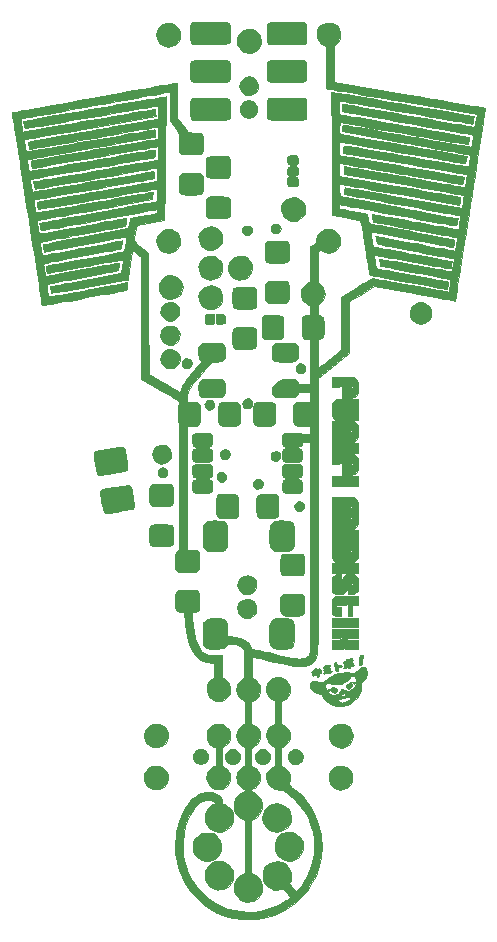
<source format=gbr>
G04 #@! TF.GenerationSoftware,KiCad,Pcbnew,5.0.2-bee76a0~70~ubuntu18.04.1*
G04 #@! TF.CreationDate,2019-04-19T09:49:41+03:00*
G04 #@! TF.ProjectId,Funifi_midistik_3_production,46756e69-6669-45f6-9d69-64697374696b,rev?*
G04 #@! TF.SameCoordinates,Original*
G04 #@! TF.FileFunction,Soldermask,Top*
G04 #@! TF.FilePolarity,Negative*
%FSLAX46Y46*%
G04 Gerber Fmt 4.6, Leading zero omitted, Abs format (unit mm)*
G04 Created by KiCad (PCBNEW 5.0.2-bee76a0~70~ubuntu18.04.1) date pe 19. huhtikuuta 2019 09.49.41*
%MOMM*%
%LPD*%
G01*
G04 APERTURE LIST*
%ADD10C,0.010000*%
%ADD11C,0.100000*%
G04 APERTURE END LIST*
D10*
G04 #@! TO.C,G\002A\002A\002A*
G36*
X2848353Y-18198924D02*
X2913872Y-18228876D01*
X3144164Y-18386786D01*
X3314521Y-18592292D01*
X3422688Y-18831011D01*
X3466415Y-19088561D01*
X3443447Y-19350562D01*
X3351531Y-19602631D01*
X3188416Y-19830386D01*
X3168029Y-19851343D01*
X3044515Y-19958038D01*
X2915968Y-20043634D01*
X2853991Y-20073033D01*
X2709333Y-20125341D01*
X2709333Y-22044229D01*
X2910026Y-22147509D01*
X3116743Y-22294405D01*
X3291405Y-22495061D01*
X3411275Y-22721612D01*
X3432412Y-22787696D01*
X3464400Y-23058400D01*
X3422427Y-23327530D01*
X3314714Y-23578137D01*
X3149481Y-23793276D01*
X2934948Y-23955997D01*
X2844618Y-23999568D01*
X2709333Y-24055605D01*
X2709333Y-25600229D01*
X2910026Y-25703509D01*
X3138233Y-25865896D01*
X3308925Y-26080552D01*
X3415201Y-26331885D01*
X3450163Y-26604300D01*
X3416629Y-26848456D01*
X3378058Y-26986086D01*
X3344474Y-27095863D01*
X3330407Y-27135666D01*
X3343005Y-27190712D01*
X3421389Y-27270021D01*
X3567726Y-27376967D01*
X4059067Y-27757569D01*
X4513441Y-28207717D01*
X4924871Y-28718168D01*
X5287383Y-29279678D01*
X5595002Y-29883005D01*
X5841751Y-30518904D01*
X6020004Y-31170524D01*
X6069615Y-31474244D01*
X6102421Y-31836383D01*
X6118426Y-32233054D01*
X6117639Y-32640366D01*
X6100065Y-33034431D01*
X6065711Y-33391360D01*
X6019321Y-33666262D01*
X5846828Y-34313879D01*
X5623281Y-34908996D01*
X5339936Y-35472449D01*
X5094917Y-35868835D01*
X4850507Y-36201629D01*
X4554215Y-36550391D01*
X4228765Y-36891061D01*
X3896883Y-37199579D01*
X3642384Y-37406796D01*
X3401173Y-37572031D01*
X3105503Y-37748597D01*
X2777960Y-37925110D01*
X2441131Y-38090191D01*
X2117602Y-38232458D01*
X1829959Y-38340530D01*
X1724481Y-38373214D01*
X1153402Y-38506882D01*
X559793Y-38593265D01*
X-28607Y-38629605D01*
X-584058Y-38613147D01*
X-639966Y-38608185D01*
X-1367790Y-38498277D01*
X-2063228Y-38310421D01*
X-2724198Y-38045596D01*
X-3348616Y-37704778D01*
X-3934401Y-37288947D01*
X-4467956Y-36810622D01*
X-4957037Y-36264101D01*
X-5371738Y-35678586D01*
X-5711038Y-35057352D01*
X-5973916Y-34403675D01*
X-6159351Y-33720830D01*
X-6266323Y-33012093D01*
X-6293813Y-32280738D01*
X-6240798Y-31530041D01*
X-6200748Y-31249111D01*
X-6072407Y-30658536D01*
X-5883741Y-30082072D01*
X-5642273Y-29538026D01*
X-5355523Y-29044707D01*
X-5211548Y-28841265D01*
X-5003006Y-28581134D01*
X-4810828Y-28380779D01*
X-4615683Y-28223203D01*
X-4398242Y-28091408D01*
X-4305244Y-28044305D01*
X-3979772Y-27917447D01*
X-3656878Y-27848930D01*
X-3346362Y-27835881D01*
X-3058025Y-27875432D01*
X-2801666Y-27964710D01*
X-2587087Y-28100847D01*
X-2424086Y-28280970D01*
X-2322465Y-28502210D01*
X-2297138Y-28632497D01*
X-2277306Y-28751154D01*
X-2237659Y-28815122D01*
X-2155222Y-28854317D01*
X-2117859Y-28865974D01*
X-1957537Y-28943020D01*
X-1783361Y-29072208D01*
X-1620992Y-29230804D01*
X-1496093Y-29396070D01*
X-1472884Y-29437405D01*
X-1401904Y-29643697D01*
X-1364453Y-29923267D01*
X-1363342Y-29940926D01*
X-1356112Y-30116849D01*
X-1364310Y-30244000D01*
X-1394766Y-30357836D01*
X-1454311Y-30493816D01*
X-1480001Y-30546531D01*
X-1646914Y-30799550D01*
X-1860437Y-30992297D01*
X-2107943Y-31124789D01*
X-2376807Y-31197044D01*
X-2654401Y-31209079D01*
X-2928099Y-31160912D01*
X-3185275Y-31052561D01*
X-3413302Y-30884043D01*
X-3599555Y-30655376D01*
X-3661271Y-30543500D01*
X-3732217Y-30324866D01*
X-3763124Y-30065864D01*
X-3758875Y-29951541D01*
X-3208568Y-29951541D01*
X-3191480Y-30184729D01*
X-3107502Y-30381098D01*
X-2969468Y-30532331D01*
X-2790212Y-30630115D01*
X-2582568Y-30666134D01*
X-2359370Y-30632073D01*
X-2236421Y-30581373D01*
X-2081843Y-30458861D01*
X-1973131Y-30286078D01*
X-1916424Y-30086261D01*
X-1917858Y-29882646D01*
X-1983569Y-29698469D01*
X-1997487Y-29676674D01*
X-2165282Y-29490020D01*
X-2359356Y-29376481D01*
X-2568771Y-29339208D01*
X-2782586Y-29381352D01*
X-2872903Y-29424531D01*
X-3052793Y-29560497D01*
X-3161004Y-29730417D01*
X-3208568Y-29951541D01*
X-3758875Y-29951541D01*
X-3753282Y-29801103D01*
X-3701982Y-29565192D01*
X-3682372Y-29514255D01*
X-3567095Y-29318192D01*
X-3402573Y-29128539D01*
X-3215088Y-28971997D01*
X-3066610Y-28888703D01*
X-2971953Y-28839896D01*
X-2922901Y-28796524D01*
X-2921000Y-28789560D01*
X-2958511Y-28662440D01*
X-3062391Y-28567609D01*
X-3219661Y-28507824D01*
X-3417342Y-28485841D01*
X-3642453Y-28504414D01*
X-3882017Y-28566300D01*
X-3915521Y-28578409D01*
X-4163690Y-28710902D01*
X-4412418Y-28917779D01*
X-4654740Y-29189095D01*
X-4883692Y-29514902D01*
X-5092309Y-29885253D01*
X-5273628Y-30290201D01*
X-5420682Y-30719799D01*
X-5424790Y-30734000D01*
X-5562430Y-31348197D01*
X-5633605Y-31989572D01*
X-5638482Y-32639500D01*
X-5577228Y-33279354D01*
X-5450010Y-33890509D01*
X-5394750Y-34079022D01*
X-5154047Y-34702807D01*
X-4840032Y-35291186D01*
X-4458904Y-35837855D01*
X-4016860Y-36336506D01*
X-3520098Y-36780834D01*
X-2974816Y-37164533D01*
X-2387211Y-37481295D01*
X-1834540Y-37701516D01*
X-1305140Y-37844830D01*
X-734920Y-37937652D01*
X-150556Y-37977937D01*
X421281Y-37963640D01*
X867833Y-37908759D01*
X1446587Y-37772072D01*
X2024021Y-37568573D01*
X2576275Y-37308310D01*
X3079492Y-37001332D01*
X3162242Y-36942459D01*
X3466984Y-36720340D01*
X3166859Y-36369626D01*
X3028664Y-36211941D01*
X2930576Y-36111425D01*
X2860805Y-36058345D01*
X2807564Y-36042973D01*
X2777450Y-36048188D01*
X2691664Y-36065597D01*
X2551125Y-36083520D01*
X2385636Y-36098181D01*
X2379068Y-36098636D01*
X2207332Y-36106499D01*
X2081717Y-36096787D01*
X1964295Y-36062169D01*
X1817143Y-35995314D01*
X1799371Y-35986592D01*
X1524989Y-35812028D01*
X1322702Y-35593341D01*
X1191648Y-35329142D01*
X1130965Y-35018043D01*
X1129637Y-34985669D01*
X1674429Y-34985669D01*
X1751101Y-35197317D01*
X1884469Y-35368534D01*
X2058417Y-35490604D01*
X2256829Y-35554810D01*
X2463590Y-35552437D01*
X2621726Y-35498020D01*
X2811391Y-35358055D01*
X2934989Y-35178186D01*
X2990298Y-34974117D01*
X2975098Y-34761551D01*
X2887166Y-34556192D01*
X2774416Y-34418533D01*
X2671236Y-34330979D01*
X2569409Y-34283687D01*
X2431194Y-34261158D01*
X2381721Y-34257238D01*
X2223623Y-34253477D01*
X2111095Y-34274465D01*
X2006754Y-34328018D01*
X1989667Y-34339231D01*
X1847107Y-34472063D01*
X1738386Y-34644759D01*
X1677135Y-34829360D01*
X1674429Y-34985669D01*
X1129637Y-34985669D01*
X1126216Y-34902324D01*
X1162557Y-34585922D01*
X1272270Y-34298667D01*
X1449706Y-34053472D01*
X1531516Y-33975887D01*
X1774191Y-33820735D01*
X2057058Y-33725474D01*
X2357581Y-33693132D01*
X2653221Y-33726740D01*
X2859113Y-33797476D01*
X3105021Y-33955067D01*
X3302728Y-34167827D01*
X3446715Y-34420366D01*
X3531460Y-34697292D01*
X3551443Y-34983217D01*
X3501145Y-35262748D01*
X3438771Y-35413594D01*
X3354558Y-35577743D01*
X3634872Y-35907538D01*
X3754478Y-36045181D01*
X3854581Y-36154654D01*
X3922354Y-36222257D01*
X3943662Y-36237333D01*
X3991639Y-36205222D01*
X4076680Y-36118441D01*
X4186782Y-35991319D01*
X4309942Y-35838184D01*
X4434156Y-35673366D01*
X4529091Y-35538497D01*
X4873633Y-34957940D01*
X5140835Y-34353018D01*
X5331791Y-33730352D01*
X5447593Y-33096565D01*
X5489335Y-32458279D01*
X5458112Y-31822118D01*
X5355015Y-31194702D01*
X5181140Y-30582655D01*
X4937579Y-29992600D01*
X4625426Y-29431157D01*
X4245774Y-28904951D01*
X3799717Y-28420603D01*
X3288350Y-27984736D01*
X3280833Y-27979085D01*
X3090577Y-27838067D01*
X2948667Y-27740701D01*
X2836507Y-27678801D01*
X2735501Y-27644182D01*
X2627052Y-27628660D01*
X2492563Y-27624048D01*
X2473721Y-27623838D01*
X2271764Y-27612396D01*
X2113129Y-27577087D01*
X1966112Y-27513506D01*
X1737979Y-27353819D01*
X1571013Y-27150205D01*
X1465104Y-26916360D01*
X1420146Y-26665977D01*
X1428986Y-26525039D01*
X2013811Y-26525039D01*
X2017134Y-26666057D01*
X2080285Y-26813523D01*
X2186974Y-26936813D01*
X2257255Y-26982703D01*
X2367115Y-27032606D01*
X2444449Y-27044333D01*
X2530945Y-27018068D01*
X2604414Y-26984228D01*
X2732069Y-26887203D01*
X2823097Y-26749265D01*
X2861408Y-26599955D01*
X2854522Y-26525039D01*
X2794140Y-26401873D01*
X2691390Y-26287233D01*
X2575208Y-26210163D01*
X2526162Y-26195463D01*
X2340760Y-26205542D01*
X2177609Y-26283966D01*
X2057909Y-26417096D01*
X2013811Y-26525039D01*
X1428986Y-26525039D01*
X1436030Y-26412754D01*
X1512648Y-26170385D01*
X1649892Y-25952566D01*
X1847655Y-25772991D01*
X1980427Y-25696333D01*
X2200091Y-25590500D01*
X2200712Y-24822057D01*
X2201333Y-24053615D01*
X2067518Y-24006967D01*
X1834330Y-23881771D01*
X1644182Y-23686594D01*
X1549543Y-23530205D01*
X1456962Y-23259403D01*
X1444592Y-23068732D01*
X2033346Y-23068732D01*
X2076242Y-23230146D01*
X2122513Y-23302318D01*
X2264417Y-23435749D01*
X2415842Y-23485379D01*
X2579581Y-23451807D01*
X2649207Y-23415181D01*
X2783608Y-23293599D01*
X2852425Y-23146530D01*
X2860209Y-22991852D01*
X2811513Y-22847443D01*
X2710885Y-22731181D01*
X2562879Y-22660945D01*
X2454001Y-22648333D01*
X2278264Y-22683615D01*
X2143488Y-22777452D01*
X2058805Y-22911830D01*
X2033346Y-23068732D01*
X1444592Y-23068732D01*
X1439143Y-22984748D01*
X1491106Y-22720478D01*
X1607869Y-22480831D01*
X1784452Y-22280043D01*
X2015876Y-22132353D01*
X2042583Y-22120744D01*
X2201333Y-22054530D01*
X2201333Y-20125341D01*
X2050365Y-20070751D01*
X1820949Y-19946692D01*
X1642857Y-19768079D01*
X1518358Y-19549367D01*
X1449724Y-19305012D01*
X1442682Y-19133616D01*
X2025175Y-19133616D01*
X2054739Y-19278161D01*
X2132118Y-19403104D01*
X2245747Y-19496106D01*
X2384063Y-19544828D01*
X2535503Y-19536932D01*
X2688501Y-19460078D01*
X2718287Y-19435332D01*
X2810919Y-19335543D01*
X2849671Y-19232360D01*
X2855576Y-19134666D01*
X2842447Y-19002836D01*
X2789568Y-18905347D01*
X2718287Y-18834001D01*
X2553806Y-18731191D01*
X2388244Y-18711065D01*
X2229405Y-18773609D01*
X2155743Y-18835076D01*
X2054988Y-18981808D01*
X2025175Y-19133616D01*
X1442682Y-19133616D01*
X1439224Y-19049469D01*
X1489130Y-18797193D01*
X1601712Y-18562640D01*
X1779240Y-18360264D01*
X1781401Y-18358410D01*
X2020702Y-18206731D01*
X2289159Y-18128348D01*
X2570476Y-18125124D01*
X2848353Y-18198924D01*
X2848353Y-18198924D01*
G37*
X2848353Y-18198924D02*
X2913872Y-18228876D01*
X3144164Y-18386786D01*
X3314521Y-18592292D01*
X3422688Y-18831011D01*
X3466415Y-19088561D01*
X3443447Y-19350562D01*
X3351531Y-19602631D01*
X3188416Y-19830386D01*
X3168029Y-19851343D01*
X3044515Y-19958038D01*
X2915968Y-20043634D01*
X2853991Y-20073033D01*
X2709333Y-20125341D01*
X2709333Y-22044229D01*
X2910026Y-22147509D01*
X3116743Y-22294405D01*
X3291405Y-22495061D01*
X3411275Y-22721612D01*
X3432412Y-22787696D01*
X3464400Y-23058400D01*
X3422427Y-23327530D01*
X3314714Y-23578137D01*
X3149481Y-23793276D01*
X2934948Y-23955997D01*
X2844618Y-23999568D01*
X2709333Y-24055605D01*
X2709333Y-25600229D01*
X2910026Y-25703509D01*
X3138233Y-25865896D01*
X3308925Y-26080552D01*
X3415201Y-26331885D01*
X3450163Y-26604300D01*
X3416629Y-26848456D01*
X3378058Y-26986086D01*
X3344474Y-27095863D01*
X3330407Y-27135666D01*
X3343005Y-27190712D01*
X3421389Y-27270021D01*
X3567726Y-27376967D01*
X4059067Y-27757569D01*
X4513441Y-28207717D01*
X4924871Y-28718168D01*
X5287383Y-29279678D01*
X5595002Y-29883005D01*
X5841751Y-30518904D01*
X6020004Y-31170524D01*
X6069615Y-31474244D01*
X6102421Y-31836383D01*
X6118426Y-32233054D01*
X6117639Y-32640366D01*
X6100065Y-33034431D01*
X6065711Y-33391360D01*
X6019321Y-33666262D01*
X5846828Y-34313879D01*
X5623281Y-34908996D01*
X5339936Y-35472449D01*
X5094917Y-35868835D01*
X4850507Y-36201629D01*
X4554215Y-36550391D01*
X4228765Y-36891061D01*
X3896883Y-37199579D01*
X3642384Y-37406796D01*
X3401173Y-37572031D01*
X3105503Y-37748597D01*
X2777960Y-37925110D01*
X2441131Y-38090191D01*
X2117602Y-38232458D01*
X1829959Y-38340530D01*
X1724481Y-38373214D01*
X1153402Y-38506882D01*
X559793Y-38593265D01*
X-28607Y-38629605D01*
X-584058Y-38613147D01*
X-639966Y-38608185D01*
X-1367790Y-38498277D01*
X-2063228Y-38310421D01*
X-2724198Y-38045596D01*
X-3348616Y-37704778D01*
X-3934401Y-37288947D01*
X-4467956Y-36810622D01*
X-4957037Y-36264101D01*
X-5371738Y-35678586D01*
X-5711038Y-35057352D01*
X-5973916Y-34403675D01*
X-6159351Y-33720830D01*
X-6266323Y-33012093D01*
X-6293813Y-32280738D01*
X-6240798Y-31530041D01*
X-6200748Y-31249111D01*
X-6072407Y-30658536D01*
X-5883741Y-30082072D01*
X-5642273Y-29538026D01*
X-5355523Y-29044707D01*
X-5211548Y-28841265D01*
X-5003006Y-28581134D01*
X-4810828Y-28380779D01*
X-4615683Y-28223203D01*
X-4398242Y-28091408D01*
X-4305244Y-28044305D01*
X-3979772Y-27917447D01*
X-3656878Y-27848930D01*
X-3346362Y-27835881D01*
X-3058025Y-27875432D01*
X-2801666Y-27964710D01*
X-2587087Y-28100847D01*
X-2424086Y-28280970D01*
X-2322465Y-28502210D01*
X-2297138Y-28632497D01*
X-2277306Y-28751154D01*
X-2237659Y-28815122D01*
X-2155222Y-28854317D01*
X-2117859Y-28865974D01*
X-1957537Y-28943020D01*
X-1783361Y-29072208D01*
X-1620992Y-29230804D01*
X-1496093Y-29396070D01*
X-1472884Y-29437405D01*
X-1401904Y-29643697D01*
X-1364453Y-29923267D01*
X-1363342Y-29940926D01*
X-1356112Y-30116849D01*
X-1364310Y-30244000D01*
X-1394766Y-30357836D01*
X-1454311Y-30493816D01*
X-1480001Y-30546531D01*
X-1646914Y-30799550D01*
X-1860437Y-30992297D01*
X-2107943Y-31124789D01*
X-2376807Y-31197044D01*
X-2654401Y-31209079D01*
X-2928099Y-31160912D01*
X-3185275Y-31052561D01*
X-3413302Y-30884043D01*
X-3599555Y-30655376D01*
X-3661271Y-30543500D01*
X-3732217Y-30324866D01*
X-3763124Y-30065864D01*
X-3758875Y-29951541D01*
X-3208568Y-29951541D01*
X-3191480Y-30184729D01*
X-3107502Y-30381098D01*
X-2969468Y-30532331D01*
X-2790212Y-30630115D01*
X-2582568Y-30666134D01*
X-2359370Y-30632073D01*
X-2236421Y-30581373D01*
X-2081843Y-30458861D01*
X-1973131Y-30286078D01*
X-1916424Y-30086261D01*
X-1917858Y-29882646D01*
X-1983569Y-29698469D01*
X-1997487Y-29676674D01*
X-2165282Y-29490020D01*
X-2359356Y-29376481D01*
X-2568771Y-29339208D01*
X-2782586Y-29381352D01*
X-2872903Y-29424531D01*
X-3052793Y-29560497D01*
X-3161004Y-29730417D01*
X-3208568Y-29951541D01*
X-3758875Y-29951541D01*
X-3753282Y-29801103D01*
X-3701982Y-29565192D01*
X-3682372Y-29514255D01*
X-3567095Y-29318192D01*
X-3402573Y-29128539D01*
X-3215088Y-28971997D01*
X-3066610Y-28888703D01*
X-2971953Y-28839896D01*
X-2922901Y-28796524D01*
X-2921000Y-28789560D01*
X-2958511Y-28662440D01*
X-3062391Y-28567609D01*
X-3219661Y-28507824D01*
X-3417342Y-28485841D01*
X-3642453Y-28504414D01*
X-3882017Y-28566300D01*
X-3915521Y-28578409D01*
X-4163690Y-28710902D01*
X-4412418Y-28917779D01*
X-4654740Y-29189095D01*
X-4883692Y-29514902D01*
X-5092309Y-29885253D01*
X-5273628Y-30290201D01*
X-5420682Y-30719799D01*
X-5424790Y-30734000D01*
X-5562430Y-31348197D01*
X-5633605Y-31989572D01*
X-5638482Y-32639500D01*
X-5577228Y-33279354D01*
X-5450010Y-33890509D01*
X-5394750Y-34079022D01*
X-5154047Y-34702807D01*
X-4840032Y-35291186D01*
X-4458904Y-35837855D01*
X-4016860Y-36336506D01*
X-3520098Y-36780834D01*
X-2974816Y-37164533D01*
X-2387211Y-37481295D01*
X-1834540Y-37701516D01*
X-1305140Y-37844830D01*
X-734920Y-37937652D01*
X-150556Y-37977937D01*
X421281Y-37963640D01*
X867833Y-37908759D01*
X1446587Y-37772072D01*
X2024021Y-37568573D01*
X2576275Y-37308310D01*
X3079492Y-37001332D01*
X3162242Y-36942459D01*
X3466984Y-36720340D01*
X3166859Y-36369626D01*
X3028664Y-36211941D01*
X2930576Y-36111425D01*
X2860805Y-36058345D01*
X2807564Y-36042973D01*
X2777450Y-36048188D01*
X2691664Y-36065597D01*
X2551125Y-36083520D01*
X2385636Y-36098181D01*
X2379068Y-36098636D01*
X2207332Y-36106499D01*
X2081717Y-36096787D01*
X1964295Y-36062169D01*
X1817143Y-35995314D01*
X1799371Y-35986592D01*
X1524989Y-35812028D01*
X1322702Y-35593341D01*
X1191648Y-35329142D01*
X1130965Y-35018043D01*
X1129637Y-34985669D01*
X1674429Y-34985669D01*
X1751101Y-35197317D01*
X1884469Y-35368534D01*
X2058417Y-35490604D01*
X2256829Y-35554810D01*
X2463590Y-35552437D01*
X2621726Y-35498020D01*
X2811391Y-35358055D01*
X2934989Y-35178186D01*
X2990298Y-34974117D01*
X2975098Y-34761551D01*
X2887166Y-34556192D01*
X2774416Y-34418533D01*
X2671236Y-34330979D01*
X2569409Y-34283687D01*
X2431194Y-34261158D01*
X2381721Y-34257238D01*
X2223623Y-34253477D01*
X2111095Y-34274465D01*
X2006754Y-34328018D01*
X1989667Y-34339231D01*
X1847107Y-34472063D01*
X1738386Y-34644759D01*
X1677135Y-34829360D01*
X1674429Y-34985669D01*
X1129637Y-34985669D01*
X1126216Y-34902324D01*
X1162557Y-34585922D01*
X1272270Y-34298667D01*
X1449706Y-34053472D01*
X1531516Y-33975887D01*
X1774191Y-33820735D01*
X2057058Y-33725474D01*
X2357581Y-33693132D01*
X2653221Y-33726740D01*
X2859113Y-33797476D01*
X3105021Y-33955067D01*
X3302728Y-34167827D01*
X3446715Y-34420366D01*
X3531460Y-34697292D01*
X3551443Y-34983217D01*
X3501145Y-35262748D01*
X3438771Y-35413594D01*
X3354558Y-35577743D01*
X3634872Y-35907538D01*
X3754478Y-36045181D01*
X3854581Y-36154654D01*
X3922354Y-36222257D01*
X3943662Y-36237333D01*
X3991639Y-36205222D01*
X4076680Y-36118441D01*
X4186782Y-35991319D01*
X4309942Y-35838184D01*
X4434156Y-35673366D01*
X4529091Y-35538497D01*
X4873633Y-34957940D01*
X5140835Y-34353018D01*
X5331791Y-33730352D01*
X5447593Y-33096565D01*
X5489335Y-32458279D01*
X5458112Y-31822118D01*
X5355015Y-31194702D01*
X5181140Y-30582655D01*
X4937579Y-29992600D01*
X4625426Y-29431157D01*
X4245774Y-28904951D01*
X3799717Y-28420603D01*
X3288350Y-27984736D01*
X3280833Y-27979085D01*
X3090577Y-27838067D01*
X2948667Y-27740701D01*
X2836507Y-27678801D01*
X2735501Y-27644182D01*
X2627052Y-27628660D01*
X2492563Y-27624048D01*
X2473721Y-27623838D01*
X2271764Y-27612396D01*
X2113129Y-27577087D01*
X1966112Y-27513506D01*
X1737979Y-27353819D01*
X1571013Y-27150205D01*
X1465104Y-26916360D01*
X1420146Y-26665977D01*
X1428986Y-26525039D01*
X2013811Y-26525039D01*
X2017134Y-26666057D01*
X2080285Y-26813523D01*
X2186974Y-26936813D01*
X2257255Y-26982703D01*
X2367115Y-27032606D01*
X2444449Y-27044333D01*
X2530945Y-27018068D01*
X2604414Y-26984228D01*
X2732069Y-26887203D01*
X2823097Y-26749265D01*
X2861408Y-26599955D01*
X2854522Y-26525039D01*
X2794140Y-26401873D01*
X2691390Y-26287233D01*
X2575208Y-26210163D01*
X2526162Y-26195463D01*
X2340760Y-26205542D01*
X2177609Y-26283966D01*
X2057909Y-26417096D01*
X2013811Y-26525039D01*
X1428986Y-26525039D01*
X1436030Y-26412754D01*
X1512648Y-26170385D01*
X1649892Y-25952566D01*
X1847655Y-25772991D01*
X1980427Y-25696333D01*
X2200091Y-25590500D01*
X2200712Y-24822057D01*
X2201333Y-24053615D01*
X2067518Y-24006967D01*
X1834330Y-23881771D01*
X1644182Y-23686594D01*
X1549543Y-23530205D01*
X1456962Y-23259403D01*
X1444592Y-23068732D01*
X2033346Y-23068732D01*
X2076242Y-23230146D01*
X2122513Y-23302318D01*
X2264417Y-23435749D01*
X2415842Y-23485379D01*
X2579581Y-23451807D01*
X2649207Y-23415181D01*
X2783608Y-23293599D01*
X2852425Y-23146530D01*
X2860209Y-22991852D01*
X2811513Y-22847443D01*
X2710885Y-22731181D01*
X2562879Y-22660945D01*
X2454001Y-22648333D01*
X2278264Y-22683615D01*
X2143488Y-22777452D01*
X2058805Y-22911830D01*
X2033346Y-23068732D01*
X1444592Y-23068732D01*
X1439143Y-22984748D01*
X1491106Y-22720478D01*
X1607869Y-22480831D01*
X1784452Y-22280043D01*
X2015876Y-22132353D01*
X2042583Y-22120744D01*
X2201333Y-22054530D01*
X2201333Y-20125341D01*
X2050365Y-20070751D01*
X1820949Y-19946692D01*
X1642857Y-19768079D01*
X1518358Y-19549367D01*
X1449724Y-19305012D01*
X1442682Y-19133616D01*
X2025175Y-19133616D01*
X2054739Y-19278161D01*
X2132118Y-19403104D01*
X2245747Y-19496106D01*
X2384063Y-19544828D01*
X2535503Y-19536932D01*
X2688501Y-19460078D01*
X2718287Y-19435332D01*
X2810919Y-19335543D01*
X2849671Y-19232360D01*
X2855576Y-19134666D01*
X2842447Y-19002836D01*
X2789568Y-18905347D01*
X2718287Y-18834001D01*
X2553806Y-18731191D01*
X2388244Y-18711065D01*
X2229405Y-18773609D01*
X2155743Y-18835076D01*
X2054988Y-18981808D01*
X2025175Y-19133616D01*
X1442682Y-19133616D01*
X1439224Y-19049469D01*
X1489130Y-18797193D01*
X1601712Y-18562640D01*
X1779240Y-18360264D01*
X1781401Y-18358410D01*
X2020702Y-18206731D01*
X2289159Y-18128348D01*
X2570476Y-18125124D01*
X2848353Y-18198924D01*
G36*
X7011359Y37278123D02*
X7268450Y37173232D01*
X7474341Y37006423D01*
X7622269Y36784331D01*
X7705468Y36513593D01*
X7721596Y36322000D01*
X7686530Y36022566D01*
X7576768Y35762939D01*
X7392767Y35543967D01*
X7239000Y35427314D01*
X7133167Y35359202D01*
X7133167Y32285918D01*
X13537293Y31198305D01*
X14261799Y31075170D01*
X14963441Y30955740D01*
X15637693Y30840795D01*
X16280025Y30731114D01*
X16885911Y30627475D01*
X17450824Y30530658D01*
X17970234Y30441442D01*
X18439615Y30360605D01*
X18854440Y30288927D01*
X19210180Y30227188D01*
X19502308Y30176165D01*
X19726296Y30136639D01*
X19877617Y30109388D01*
X19951743Y30095191D01*
X19958747Y30093365D01*
X19954849Y30049945D01*
X19938547Y29928878D01*
X19910752Y29736132D01*
X19872374Y29477674D01*
X19824325Y29159469D01*
X19767516Y28787486D01*
X19702859Y28367691D01*
X19631263Y27906051D01*
X19553640Y27408532D01*
X19470902Y26881102D01*
X19387416Y26351603D01*
X19291178Y25741523D01*
X19184230Y25061449D01*
X19068709Y24325072D01*
X18946753Y23546083D01*
X18820496Y22738176D01*
X18692077Y21915040D01*
X18563630Y21090369D01*
X18437294Y20277854D01*
X18315204Y19491186D01*
X18199497Y18744058D01*
X18115943Y18203334D01*
X18023032Y17602175D01*
X17933559Y17024795D01*
X17848385Y16476669D01*
X17768371Y15963271D01*
X17694378Y15490076D01*
X17627268Y15062560D01*
X17567901Y14686196D01*
X17517139Y14366459D01*
X17475843Y14108824D01*
X17444875Y13918766D01*
X17425096Y13801759D01*
X17417469Y13763268D01*
X17374414Y13768212D01*
X17254278Y13787398D01*
X17063246Y13819731D01*
X16807503Y13864111D01*
X16493233Y13919442D01*
X16126620Y13984627D01*
X15713851Y14058568D01*
X15261108Y14140167D01*
X14774577Y14228327D01*
X14260443Y14321951D01*
X13978870Y14373413D01*
X10555927Y14999791D01*
X9500713Y14366073D01*
X8445500Y13732355D01*
X8423580Y9317721D01*
X7112610Y8267777D01*
X5801640Y7217834D01*
X5800653Y-4320808D01*
X5800419Y-5620201D01*
X5799941Y-6836317D01*
X5799214Y-7970542D01*
X5798233Y-9024267D01*
X5796992Y-9998879D01*
X5795486Y-10895766D01*
X5793708Y-11716317D01*
X5791654Y-12461920D01*
X5789318Y-13133964D01*
X5786694Y-13733838D01*
X5783777Y-14262928D01*
X5780561Y-14722624D01*
X5777040Y-15114315D01*
X5773210Y-15439388D01*
X5769064Y-15699232D01*
X5764597Y-15895235D01*
X5759803Y-16028786D01*
X5754677Y-16101273D01*
X5753479Y-16109298D01*
X5657541Y-16437029D01*
X5501680Y-16704961D01*
X5285403Y-16913603D01*
X5008213Y-17063463D01*
X4749833Y-17139784D01*
X4548923Y-17171973D01*
X4329127Y-17185420D01*
X4081878Y-17179009D01*
X3798613Y-17151623D01*
X3470766Y-17102144D01*
X3089772Y-17029456D01*
X2647068Y-16932441D01*
X2134087Y-16809984D01*
X2037197Y-16786039D01*
X1729817Y-16710575D01*
X1434318Y-16639559D01*
X1165319Y-16576387D01*
X937437Y-16524455D01*
X765290Y-16487159D01*
X677333Y-16470111D01*
X518783Y-16442473D01*
X382084Y-16417386D01*
X306917Y-16402394D01*
X211667Y-16381386D01*
X211667Y-18148141D01*
X384590Y-18226119D01*
X603871Y-18368631D01*
X770825Y-18566294D01*
X880571Y-18804135D01*
X928231Y-19067181D01*
X908923Y-19340461D01*
X828203Y-19587226D01*
X713368Y-19767935D01*
X556017Y-19929234D01*
X381588Y-20048192D01*
X267151Y-20092961D01*
X169333Y-20117511D01*
X169333Y-22054530D01*
X328083Y-22120744D01*
X564824Y-22262155D01*
X747270Y-22458141D01*
X870434Y-22694448D01*
X929326Y-22956821D01*
X918958Y-23231008D01*
X834340Y-23502752D01*
X821280Y-23529891D01*
X685538Y-23728636D01*
X502055Y-23896657D01*
X298564Y-24009480D01*
X264583Y-24021219D01*
X231074Y-24034063D01*
X206519Y-24056405D01*
X189528Y-24100076D01*
X178707Y-24176908D01*
X172665Y-24298730D01*
X170010Y-24477374D01*
X169350Y-24724670D01*
X169333Y-24830784D01*
X169333Y-25610530D01*
X328083Y-25676844D01*
X560557Y-25818096D01*
X742435Y-26021204D01*
X865927Y-26274976D01*
X919669Y-26526882D01*
X907085Y-26795368D01*
X821239Y-27053311D01*
X672826Y-27282066D01*
X472541Y-27462986D01*
X340156Y-27537161D01*
X209897Y-27617765D01*
X162006Y-27700160D01*
X196373Y-27777205D01*
X312888Y-27841757D01*
X345035Y-27852239D01*
X514900Y-27935858D01*
X692005Y-28076540D01*
X854394Y-28251876D01*
X980115Y-28439456D01*
X1029703Y-28551150D01*
X1094926Y-28862980D01*
X1083008Y-29170167D01*
X999367Y-29459993D01*
X849420Y-29719741D01*
X638584Y-29936693D01*
X372275Y-30098134D01*
X370417Y-30098955D01*
X169333Y-30187628D01*
X169333Y-34707126D01*
X391841Y-34808994D01*
X669497Y-34978196D01*
X880914Y-35198925D01*
X1022959Y-35466258D01*
X1092496Y-35775274D01*
X1099323Y-35919833D01*
X1059575Y-36241875D01*
X945020Y-36530426D01*
X760937Y-36776698D01*
X512604Y-36971903D01*
X444500Y-37009933D01*
X299058Y-37060647D01*
X103427Y-37096914D01*
X-110032Y-37115915D01*
X-308961Y-37114829D01*
X-461001Y-37090837D01*
X-465941Y-37089265D01*
X-757862Y-36952114D01*
X-994850Y-36754546D01*
X-1170356Y-36505624D01*
X-1277831Y-36214412D01*
X-1310990Y-35919833D01*
X-762000Y-35919833D01*
X-723222Y-36149455D01*
X-608149Y-36343806D01*
X-418676Y-36500093D01*
X-338667Y-36543565D01*
X-222442Y-36567845D01*
X-63424Y-36562333D01*
X103890Y-36531795D01*
X245001Y-36480996D01*
X284410Y-36457490D01*
X432659Y-36305347D01*
X519025Y-36117243D01*
X544981Y-35911832D01*
X512001Y-35707767D01*
X421559Y-35523701D01*
X275129Y-35378288D01*
X195519Y-35332385D01*
X-26963Y-35267472D01*
X-243084Y-35276638D01*
X-438691Y-35351199D01*
X-599634Y-35482475D01*
X-711761Y-35661784D01*
X-760922Y-35880443D01*
X-762000Y-35919833D01*
X-1310990Y-35919833D01*
X-1273097Y-35596141D01*
X-1161373Y-35309534D01*
X-980532Y-35067157D01*
X-735285Y-34876153D01*
X-567442Y-34792575D01*
X-338667Y-34697753D01*
X-338667Y-30203539D01*
X-540786Y-30131753D01*
X-810057Y-29996598D01*
X-1022723Y-29810458D01*
X-1178888Y-29585212D01*
X-1278663Y-29332737D01*
X-1322154Y-29064913D01*
X-1320720Y-29034225D01*
X-779688Y-29034225D01*
X-724131Y-29231580D01*
X-609128Y-29409797D01*
X-446059Y-29549186D01*
X-317500Y-29610398D01*
X-103383Y-29648355D01*
X104988Y-29607907D01*
X244732Y-29538847D01*
X395839Y-29402920D01*
X495522Y-29220855D01*
X539007Y-29015672D01*
X521521Y-28810387D01*
X438289Y-28628020D01*
X434679Y-28623080D01*
X263491Y-28452143D01*
X67556Y-28353204D01*
X-138369Y-28323626D01*
X-339529Y-28360771D01*
X-521171Y-28462001D01*
X-668538Y-28624680D01*
X-764415Y-28837419D01*
X-779688Y-29034225D01*
X-1320720Y-29034225D01*
X-1309469Y-28793618D01*
X-1240715Y-28530731D01*
X-1116001Y-28288132D01*
X-935433Y-28077698D01*
X-699121Y-27911308D01*
X-519955Y-27833856D01*
X-390679Y-27768786D01*
X-344774Y-27694252D01*
X-382561Y-27615925D01*
X-503305Y-27539950D01*
X-731793Y-27396177D01*
X-921243Y-27197708D01*
X-1021464Y-27029833D01*
X-1078623Y-26832250D01*
X-1097841Y-26598358D01*
X-1097691Y-26596573D01*
X-504929Y-26596573D01*
X-477808Y-26754473D01*
X-417487Y-26858318D01*
X-276920Y-26991097D01*
X-126551Y-27040733D01*
X39175Y-27008642D01*
X86052Y-26986783D01*
X200659Y-26894422D01*
X292332Y-26763362D01*
X337347Y-26629318D01*
X338667Y-26606500D01*
X302974Y-26468752D01*
X211645Y-26333940D01*
X88301Y-26234771D01*
X60688Y-26221596D01*
X-107058Y-26189560D01*
X-259155Y-26226569D01*
X-383941Y-26317092D01*
X-469752Y-26445603D01*
X-504929Y-26596573D01*
X-1097691Y-26596573D01*
X-1078453Y-26367866D01*
X-1035100Y-26213556D01*
X-922269Y-26024588D01*
X-756618Y-25845437D01*
X-567569Y-25706027D01*
X-503867Y-25673302D01*
X-338667Y-25598807D01*
X-338667Y-24058192D01*
X-511419Y-23980291D01*
X-686180Y-23868696D01*
X-852608Y-23706570D01*
X-985383Y-23522270D01*
X-1050882Y-23376176D01*
X-1095870Y-23091676D01*
X-1091727Y-23053817D01*
X-496075Y-23053817D01*
X-460273Y-23208708D01*
X-359111Y-23349873D01*
X-293070Y-23402815D01*
X-128157Y-23474809D01*
X30216Y-23462432D01*
X182295Y-23365647D01*
X222250Y-23325103D01*
X315463Y-23170549D01*
X335578Y-23009393D01*
X290595Y-22859354D01*
X188515Y-22738150D01*
X37337Y-22663499D01*
X-83335Y-22648333D01*
X-260145Y-22682459D01*
X-391128Y-22773126D01*
X-471399Y-22902768D01*
X-496075Y-23053817D01*
X-1091727Y-23053817D01*
X-1065500Y-22814159D01*
X-966315Y-22558018D01*
X-804859Y-22337645D01*
X-587674Y-22167432D01*
X-476250Y-22112183D01*
X-338667Y-22054530D01*
X-342137Y-20129500D01*
X-555262Y-20029474D01*
X-776307Y-19883365D01*
X-939889Y-19688871D01*
X-1045390Y-19460354D01*
X-1092195Y-19212176D01*
X-1088370Y-19134666D01*
X-508000Y-19134666D01*
X-480963Y-19259741D01*
X-391140Y-19386012D01*
X-364067Y-19414066D01*
X-215659Y-19525415D01*
X-65797Y-19555793D01*
X100577Y-19507797D01*
X120860Y-19497674D01*
X248458Y-19386345D01*
X323117Y-19220630D01*
X338667Y-19086159D01*
X300249Y-18946839D01*
X200409Y-18823968D01*
X62260Y-18738632D01*
X-72210Y-18711333D01*
X-221409Y-18748268D01*
X-359309Y-18843915D01*
X-462505Y-18975538D01*
X-507589Y-19120399D01*
X-508000Y-19134666D01*
X-1088370Y-19134666D01*
X-1079684Y-18958697D01*
X-1007241Y-18714279D01*
X-874249Y-18493283D01*
X-680091Y-18310071D01*
X-630581Y-18277176D01*
X-423333Y-18148344D01*
X-425723Y-17043422D01*
X-428776Y-16624624D01*
X-435961Y-16289750D01*
X-447304Y-16038159D01*
X-462832Y-15869208D01*
X-478640Y-15792080D01*
X-576496Y-15633780D01*
X-747677Y-15499350D01*
X-982716Y-15394947D01*
X-1164167Y-15346330D01*
X-1429080Y-15300271D01*
X-1646952Y-15282377D01*
X-1808342Y-15292483D01*
X-1903812Y-15330426D01*
X-1923801Y-15359546D01*
X-1969050Y-15437092D01*
X-2051277Y-15534430D01*
X-2077475Y-15560629D01*
X-2206643Y-15684500D01*
X-2849572Y-15698608D01*
X-3142314Y-15701800D01*
X-3364282Y-15694340D01*
X-3529081Y-15672573D01*
X-3650312Y-15632842D01*
X-3741581Y-15571493D01*
X-3816490Y-15484870D01*
X-3853334Y-15428881D01*
X-3881858Y-15376209D01*
X-3903095Y-15315011D01*
X-3918103Y-15232655D01*
X-3927939Y-15116508D01*
X-3933662Y-14953937D01*
X-3936329Y-14732308D01*
X-3937000Y-14438991D01*
X-3937000Y-14430009D01*
X-3936187Y-14130884D01*
X-3933098Y-13903739D01*
X-3926762Y-13735895D01*
X-3916203Y-13614675D01*
X-3900450Y-13527403D01*
X-3878530Y-13461400D01*
X-3859646Y-13422277D01*
X-3790265Y-13314596D01*
X-3705562Y-13235607D01*
X-3592139Y-13181153D01*
X-3436595Y-13147075D01*
X-3225530Y-13129216D01*
X-2945546Y-13123419D01*
X-2896171Y-13123333D01*
X-2656126Y-13124335D01*
X-2484246Y-13128766D01*
X-2364042Y-13138764D01*
X-2279023Y-13156465D01*
X-2212697Y-13184006D01*
X-2154677Y-13219427D01*
X-2042219Y-13308452D01*
X-1961873Y-13411820D01*
X-1908735Y-13544800D01*
X-1877904Y-13722662D01*
X-1864478Y-13960675D01*
X-1862733Y-14128750D01*
X-1862667Y-14647333D01*
X-1598083Y-14648068D01*
X-1209139Y-14676423D01*
X-849787Y-14755859D01*
X-529946Y-14881269D01*
X-259535Y-15047546D01*
X-48473Y-15249584D01*
X93320Y-15482276D01*
X111070Y-15528002D01*
X185206Y-15736737D01*
X632353Y-15809251D01*
X799542Y-15840070D01*
X1031433Y-15888088D01*
X1310724Y-15949445D01*
X1620112Y-16020277D01*
X1942295Y-16096722D01*
X2171281Y-16152773D01*
X2723357Y-16285495D01*
X3201248Y-16390257D01*
X3610668Y-16467112D01*
X3957328Y-16516113D01*
X4246943Y-16537312D01*
X4485226Y-16530761D01*
X4677889Y-16496514D01*
X4830647Y-16434623D01*
X4949212Y-16345141D01*
X5039297Y-16228120D01*
X5065769Y-16179437D01*
X5074694Y-16159065D01*
X5082919Y-16133004D01*
X5090477Y-16097836D01*
X5097403Y-16050139D01*
X5103729Y-15986492D01*
X5109489Y-15903477D01*
X5114717Y-15797672D01*
X5119446Y-15665657D01*
X5123710Y-15504012D01*
X5127542Y-15309316D01*
X5130976Y-15078149D01*
X5134046Y-14807090D01*
X5136784Y-14492720D01*
X5139224Y-14131618D01*
X5141401Y-13720363D01*
X5143346Y-13255535D01*
X5145095Y-12733714D01*
X5146681Y-12151480D01*
X5148136Y-11505412D01*
X5149495Y-10792089D01*
X5150791Y-10008092D01*
X5152057Y-9149999D01*
X5153328Y-8214392D01*
X5154636Y-7197849D01*
X5154758Y-7101416D01*
X5166016Y1820334D01*
X4445000Y1820334D01*
X4445000Y1674568D01*
X4437282Y1578542D01*
X4406960Y1507337D01*
X4343283Y1457339D01*
X4235498Y1424932D01*
X4072853Y1406501D01*
X3844595Y1398430D01*
X3619500Y1397000D01*
X3336105Y1397521D01*
X3126308Y1404376D01*
X2979051Y1425500D01*
X2883282Y1468831D01*
X2827944Y1542305D01*
X2801983Y1653860D01*
X2794344Y1811433D01*
X2794000Y1989667D01*
X2794717Y2192990D01*
X2804232Y2343552D01*
X2833592Y2449272D01*
X2893842Y2518067D01*
X2996027Y2557855D01*
X3151194Y2576553D01*
X3370389Y2582079D01*
X3620828Y2582334D01*
X3885849Y2580404D01*
X4078597Y2573907D01*
X4211390Y2561779D01*
X4296550Y2542959D01*
X4341659Y2520180D01*
X4428947Y2484198D01*
X4580816Y2463480D01*
X4794250Y2456680D01*
X5164667Y2455334D01*
X5164667Y3175000D01*
X4561417Y3176347D01*
X4270482Y3180738D01*
X4061818Y3192536D01*
X3933339Y3211905D01*
X3890998Y3229264D01*
X3833864Y3281821D01*
X3791396Y3347747D01*
X3761491Y3439528D01*
X3742046Y3569646D01*
X3730958Y3750589D01*
X3726123Y3994840D01*
X3725333Y4212641D01*
X3725333Y4959513D01*
X3972820Y5207000D01*
X5164667Y5207000D01*
X5164667Y6011334D01*
X4656667Y6011334D01*
X4437288Y6009704D01*
X4289675Y6003755D01*
X4200971Y5991895D01*
X4158319Y5972535D01*
X4148667Y5948502D01*
X4122107Y5879932D01*
X4055518Y5783272D01*
X4025226Y5747418D01*
X3901785Y5609167D01*
X3049809Y5596100D01*
X2197834Y5583033D01*
X2051417Y5729450D01*
X1967929Y5821029D01*
X1924073Y5903528D01*
X1907318Y6011034D01*
X1905000Y6127749D01*
X1912949Y6291349D01*
X1944394Y6410671D01*
X2010734Y6525237D01*
X2025698Y6546250D01*
X2260017Y6805137D01*
X2548311Y7004396D01*
X2657336Y7058791D01*
X2761097Y7103018D01*
X2856414Y7131558D01*
X2964860Y7147037D01*
X3108007Y7152081D01*
X3307428Y7149315D01*
X3384302Y7147275D01*
X3601605Y7139889D01*
X3751731Y7129920D01*
X3852169Y7114084D01*
X3920406Y7089097D01*
X3973929Y7051677D01*
X3995020Y7032601D01*
X4078535Y6925581D01*
X4128667Y6810351D01*
X4155394Y6688667D01*
X5164667Y6688667D01*
X5164667Y10488491D01*
X4904280Y10507326D01*
X4747523Y10524714D01*
X4646315Y10556023D01*
X4571594Y10612109D01*
X4544447Y10641774D01*
X4509443Y10685656D01*
X4483792Y10732656D01*
X4466042Y10795893D01*
X4454741Y10888483D01*
X4448437Y11023544D01*
X4445677Y11214193D01*
X4445010Y11473547D01*
X4445000Y11540119D01*
X4445312Y11815464D01*
X4447255Y12019044D01*
X4452341Y12163762D01*
X4462083Y12262521D01*
X4477993Y12328222D01*
X4501583Y12373768D01*
X4534364Y12412061D01*
X4548909Y12426758D01*
X4623954Y12487437D01*
X4712774Y12518989D01*
X4845258Y12530043D01*
X4908742Y12530667D01*
X5164667Y12530667D01*
X5164667Y12949411D01*
X5163571Y13141056D01*
X5157928Y13264484D01*
X5144199Y13336138D01*
X5118849Y13372460D01*
X5078339Y13389894D01*
X5069417Y13392231D01*
X4979007Y13428624D01*
X4854574Y13494589D01*
X4783667Y13537479D01*
X4584162Y13711817D01*
X4443129Y13934667D01*
X4364553Y14189739D01*
X4358104Y14333736D01*
X4944722Y14333736D01*
X5001752Y14171510D01*
X5061989Y14093707D01*
X5216568Y13982607D01*
X5381743Y13952386D01*
X5544981Y14003292D01*
X5646272Y14082151D01*
X5753684Y14232292D01*
X5778163Y14390472D01*
X5727313Y14554945D01*
X5614800Y14703573D01*
X5465928Y14783609D01*
X5297007Y14788895D01*
X5196357Y14755323D01*
X5045879Y14644624D01*
X4960715Y14497768D01*
X4944722Y14333736D01*
X4358104Y14333736D01*
X4352415Y14460743D01*
X4410699Y14731389D01*
X4462371Y14851511D01*
X4593122Y15045413D01*
X4763814Y15207635D01*
X4950613Y15317762D01*
X5040118Y15346372D01*
X5164667Y15373728D01*
X5166580Y16862614D01*
X5168494Y18351500D01*
X5415350Y18505551D01*
X5662205Y18659602D01*
X5672340Y18818776D01*
X6264094Y18818776D01*
X6309668Y18655102D01*
X6423154Y18514303D01*
X6498167Y18462010D01*
X6628751Y18429344D01*
X6783450Y18449148D01*
X6926080Y18514454D01*
X6973454Y18553546D01*
X7048599Y18664792D01*
X7096123Y18799860D01*
X7097503Y18807736D01*
X7105399Y18910376D01*
X7079245Y18989886D01*
X7005341Y19079905D01*
X6973423Y19112377D01*
X6811441Y19231465D01*
X6649708Y19267093D01*
X6492269Y19219082D01*
X6389077Y19137924D01*
X6289530Y18986118D01*
X6264094Y18818776D01*
X5672340Y18818776D01*
X5679970Y18938597D01*
X5729811Y19206017D01*
X5846898Y19433693D01*
X6038208Y19633440D01*
X6132537Y19704985D01*
X6231679Y19769436D01*
X6320703Y19807768D01*
X6427279Y19826661D01*
X6579080Y19832791D01*
X6663650Y19833167D01*
X6846148Y19829960D01*
X6973827Y19815769D01*
X7076432Y19783743D01*
X7183711Y19727029D01*
X7219843Y19705048D01*
X7437489Y19523514D01*
X7593031Y19293708D01*
X7680796Y19030477D01*
X7695110Y18748669D01*
X7659873Y18553575D01*
X7567939Y18353876D01*
X7416488Y18160373D01*
X7228909Y17996455D01*
X7028587Y17885508D01*
X6973425Y17867128D01*
X6696737Y17830443D01*
X6415502Y17865418D01*
X6159443Y17968305D01*
X6156341Y17970114D01*
X6038727Y18032919D01*
X5962481Y18052180D01*
X5900011Y18033481D01*
X5885511Y18024912D01*
X5861635Y18007254D01*
X5842675Y17981357D01*
X5828088Y17938160D01*
X5817330Y17868599D01*
X5809858Y17763612D01*
X5805127Y17614137D01*
X5802594Y17411112D01*
X5801715Y17145473D01*
X5801945Y16808159D01*
X5802253Y16637401D01*
X5804840Y15303500D01*
X5979698Y15176500D01*
X6116273Y15048178D01*
X6236696Y14885608D01*
X6262861Y14838964D01*
X6353608Y14577798D01*
X6371154Y14306060D01*
X6319382Y14041182D01*
X6202177Y13800597D01*
X6023422Y13601740D01*
X5979698Y13567834D01*
X5804840Y13440834D01*
X5802253Y12985750D01*
X5799667Y12530667D01*
X5940454Y12530667D01*
X6092433Y12494018D01*
X6183871Y12421509D01*
X6222720Y12376184D01*
X6250698Y12326323D01*
X6269981Y12257473D01*
X6282743Y12155182D01*
X6291161Y12004995D01*
X6297411Y11792460D01*
X6300672Y11645611D01*
X6304097Y11319609D01*
X6297462Y11067276D01*
X6278767Y10878001D01*
X6246013Y10741170D01*
X6197199Y10646171D01*
X6130326Y10582391D01*
X6096547Y10562450D01*
X5982378Y10516929D01*
X5886435Y10498667D01*
X5861215Y10496473D01*
X5841426Y10483788D01*
X5826409Y10451459D01*
X5815506Y10390333D01*
X5808060Y10291256D01*
X5803411Y10145077D01*
X5800901Y9942641D01*
X5799873Y9674796D01*
X5799667Y9332389D01*
X5799667Y9292167D01*
X5800459Y8982407D01*
X5802698Y8702077D01*
X5806177Y8461795D01*
X5810688Y8272176D01*
X5816023Y8143837D01*
X5821975Y8087394D01*
X5823239Y8085667D01*
X5860945Y8111232D01*
X5955936Y8183486D01*
X6099752Y8295767D01*
X6283935Y8441416D01*
X6500025Y8613769D01*
X6739565Y8806167D01*
X6796906Y8852408D01*
X7747000Y9619148D01*
X7747000Y14076609D01*
X9070758Y14869972D01*
X9375493Y15051608D01*
X9658896Y15218618D01*
X9912436Y15366118D01*
X10127583Y15489226D01*
X10295804Y15583060D01*
X10408568Y15642738D01*
X10457175Y15663380D01*
X10507946Y15655929D01*
X10635425Y15634347D01*
X10833045Y15599812D01*
X11094243Y15553502D01*
X11412455Y15496595D01*
X11781117Y15430269D01*
X12193663Y15355702D01*
X12643529Y15274073D01*
X13124152Y15186559D01*
X13628966Y15094339D01*
X13683741Y15084315D01*
X14189512Y14992103D01*
X14670923Y14905037D01*
X15121519Y14824242D01*
X15534841Y14750843D01*
X15904432Y14685963D01*
X16223837Y14630727D01*
X16486598Y14586261D01*
X16686258Y14553689D01*
X16816360Y14534135D01*
X16870447Y14528724D01*
X16871527Y14529083D01*
X16889915Y14581291D01*
X16914404Y14695876D01*
X16942098Y14852901D01*
X16970101Y15032430D01*
X16995520Y15214524D01*
X17015458Y15379247D01*
X17027020Y15506661D01*
X17027312Y15576830D01*
X17024686Y15583818D01*
X16979359Y15595871D01*
X16857696Y15621965D01*
X16666616Y15660759D01*
X16413040Y15710908D01*
X16103890Y15771071D01*
X15746085Y15839905D01*
X15346546Y15916067D01*
X14912194Y15998214D01*
X14449950Y16085004D01*
X14224000Y16127208D01*
X13745421Y16216520D01*
X13287155Y16302171D01*
X12856684Y16382755D01*
X12461492Y16456864D01*
X12109062Y16523092D01*
X11806875Y16580032D01*
X11562416Y16626277D01*
X11383165Y16660420D01*
X11276607Y16681055D01*
X11255693Y16685279D01*
X11060220Y16726277D01*
X11031718Y17004469D01*
X11019426Y17148046D01*
X11014905Y17253939D01*
X11018914Y17298359D01*
X11062115Y17293743D01*
X11182043Y17275391D01*
X11372075Y17244435D01*
X11625587Y17202006D01*
X11935955Y17149236D01*
X12296555Y17087257D01*
X12700764Y17017202D01*
X13141958Y16940201D01*
X13613513Y16857387D01*
X14033277Y16783267D01*
X14526991Y16696206D01*
X14997160Y16613938D01*
X15437013Y16537608D01*
X15839779Y16468360D01*
X16198689Y16407340D01*
X16506970Y16355692D01*
X16757852Y16314560D01*
X16944566Y16285091D01*
X17060339Y16268427D01*
X17097728Y16265147D01*
X17130180Y16292410D01*
X17160767Y16368092D01*
X17192375Y16502878D01*
X17227889Y16707450D01*
X17242137Y16799916D01*
X17270969Y16999165D01*
X17292784Y17165300D01*
X17305599Y17281998D01*
X17307434Y17332935D01*
X17306964Y17333761D01*
X17264188Y17343307D01*
X17144623Y17367303D01*
X16954680Y17404520D01*
X16700772Y17453725D01*
X16389312Y17513688D01*
X16026712Y17583177D01*
X15619384Y17660962D01*
X15173740Y17745811D01*
X14696192Y17836494D01*
X14193154Y17931779D01*
X14118167Y17945963D01*
X13610306Y18042101D01*
X13125781Y18133997D01*
X12671151Y18220398D01*
X12252974Y18300047D01*
X11877812Y18371691D01*
X11552223Y18434075D01*
X11282766Y18485942D01*
X11076003Y18526040D01*
X10938491Y18553112D01*
X10876790Y18565904D01*
X10874721Y18566441D01*
X10827389Y18615496D01*
X10781865Y18737956D01*
X10741019Y18913481D01*
X10711333Y19067637D01*
X10690791Y19184877D01*
X10682907Y19244787D01*
X10683342Y19248433D01*
X10725088Y19241952D01*
X10843752Y19220767D01*
X11033086Y19186050D01*
X11286844Y19138972D01*
X11598778Y19080704D01*
X11962642Y19012416D01*
X12372187Y18935280D01*
X12821167Y18850466D01*
X13303334Y18759145D01*
X13812442Y18662488D01*
X14013210Y18624310D01*
X14532111Y18525695D01*
X15027290Y18431790D01*
X15492401Y18343787D01*
X15921101Y18262876D01*
X16307046Y18190249D01*
X16643890Y18127096D01*
X16925289Y18074609D01*
X17144899Y18033979D01*
X17296376Y18006396D01*
X17373375Y17993051D01*
X17381714Y17991961D01*
X17401671Y18030811D01*
X17429951Y18135600D01*
X17463226Y18288406D01*
X17498166Y18471308D01*
X17531441Y18666383D01*
X17559723Y18855709D01*
X17579682Y19021365D01*
X17585417Y19088494D01*
X17567648Y19105264D01*
X17509067Y19127541D01*
X17404709Y19156364D01*
X17249614Y19192773D01*
X17038816Y19237806D01*
X16767354Y19292504D01*
X16430263Y19357904D01*
X16022581Y19435047D01*
X15539345Y19524972D01*
X15218833Y19584068D01*
X14734351Y19673175D01*
X14236702Y19764741D01*
X13739167Y19856320D01*
X13255027Y19945468D01*
X12797562Y20029736D01*
X12380054Y20106681D01*
X12015783Y20173854D01*
X11718031Y20228811D01*
X11652785Y20240865D01*
X10457403Y20461747D01*
X10437913Y20591957D01*
X10419422Y20720313D01*
X10398307Y20873306D01*
X10393919Y20905995D01*
X10369415Y21089823D01*
X10529291Y21061627D01*
X10594817Y21049993D01*
X10737223Y21024653D01*
X10950036Y20986760D01*
X11226783Y20937468D01*
X11560993Y20877929D01*
X11946191Y20809297D01*
X12375906Y20732725D01*
X12843665Y20649367D01*
X13342996Y20560375D01*
X13867424Y20466903D01*
X14181667Y20410890D01*
X14811111Y20298871D01*
X15362286Y20201230D01*
X15840214Y20117172D01*
X16249921Y20045897D01*
X16596433Y19986612D01*
X16884774Y19938518D01*
X17119968Y19900818D01*
X17307042Y19872718D01*
X17451019Y19853418D01*
X17556925Y19842124D01*
X17629784Y19838038D01*
X17674623Y19840364D01*
X17696465Y19848305D01*
X17699977Y19853091D01*
X17717117Y19921186D01*
X17740662Y20047437D01*
X17767867Y20212797D01*
X17795990Y20398216D01*
X17822287Y20584645D01*
X17844014Y20753034D01*
X17858427Y20884336D01*
X17862782Y20959500D01*
X17860831Y20969859D01*
X17818183Y20978992D01*
X17698547Y21002237D01*
X17508214Y21038431D01*
X17253473Y21086415D01*
X16940614Y21145026D01*
X16575928Y21213105D01*
X16165706Y21289489D01*
X15716236Y21373019D01*
X15233809Y21462532D01*
X14724716Y21556868D01*
X14195246Y21654866D01*
X13651689Y21755365D01*
X13100336Y21857203D01*
X12547477Y21959221D01*
X11999402Y22060256D01*
X11462401Y22159148D01*
X10942764Y22254736D01*
X10446782Y22345858D01*
X9980743Y22431354D01*
X9550940Y22510063D01*
X9163661Y22580823D01*
X8825197Y22642474D01*
X8541838Y22693855D01*
X8319874Y22733804D01*
X8165595Y22761160D01*
X8085291Y22774764D01*
X8075083Y22776096D01*
X8053640Y22813016D01*
X8042957Y22907664D01*
X8042066Y23033917D01*
X8050000Y23165654D01*
X8065790Y23276752D01*
X8088468Y23341088D01*
X8096250Y23347288D01*
X8143973Y23342414D01*
X8269809Y23323425D01*
X8468546Y23291225D01*
X8734973Y23246715D01*
X9063877Y23190800D01*
X9450046Y23124381D01*
X9888270Y23048361D01*
X10373337Y22963643D01*
X10900034Y22871130D01*
X11463151Y22771723D01*
X12057475Y22666327D01*
X12677794Y22555844D01*
X13059833Y22487570D01*
X17970500Y21608888D01*
X18060710Y22160361D01*
X18093564Y22364966D01*
X18119948Y22536565D01*
X18137535Y22659451D01*
X18143998Y22717915D01*
X18143710Y22720556D01*
X18101942Y22728913D01*
X17981877Y22751132D01*
X17788585Y22786305D01*
X17527138Y22833526D01*
X17202606Y22891886D01*
X16820060Y22960478D01*
X16384572Y23038395D01*
X15901212Y23124729D01*
X15375052Y23218573D01*
X14811162Y23319019D01*
X14214613Y23425160D01*
X13590477Y23536088D01*
X13068750Y23628726D01*
X8001000Y24528173D01*
X8001000Y24837087D01*
X8004433Y25001705D01*
X8016878Y25097404D01*
X8041556Y25139735D01*
X8064969Y25146001D01*
X8114879Y25138796D01*
X8242413Y25117847D01*
X8441824Y25084152D01*
X8707362Y25038707D01*
X9033278Y24982510D01*
X9413825Y24916558D01*
X9843252Y24841848D01*
X10315813Y24759379D01*
X10825757Y24670147D01*
X11367336Y24575149D01*
X11934801Y24475383D01*
X12224219Y24424416D01*
X13051652Y24278626D01*
X13799714Y24146833D01*
X14472415Y24028343D01*
X15073765Y23922458D01*
X15607775Y23828484D01*
X16078456Y23745724D01*
X16489817Y23673483D01*
X16845870Y23611064D01*
X17150625Y23557773D01*
X17408092Y23512912D01*
X17622282Y23475787D01*
X17797205Y23445701D01*
X17936872Y23421959D01*
X18045293Y23403865D01*
X18126478Y23390723D01*
X18184439Y23381837D01*
X18223185Y23376511D01*
X18246728Y23374050D01*
X18259077Y23373757D01*
X18264242Y23374938D01*
X18265683Y23376207D01*
X18275739Y23420535D01*
X18295602Y23532423D01*
X18322536Y23695699D01*
X18353803Y23894191D01*
X18358586Y23925276D01*
X18440831Y24461384D01*
X18332665Y24481576D01*
X18277959Y24491353D01*
X18145041Y24514895D01*
X17939083Y24551290D01*
X17665260Y24599627D01*
X17328743Y24658994D01*
X16934707Y24728478D01*
X16488323Y24807167D01*
X15994765Y24894150D01*
X15459205Y24988516D01*
X14886817Y25089351D01*
X14282774Y25195744D01*
X13652248Y25306783D01*
X13091583Y25405504D01*
X7958667Y26309241D01*
X7959315Y26563704D01*
X7965588Y26710274D01*
X7981154Y26826871D01*
X7997241Y26877035D01*
X8014444Y26883848D01*
X8056898Y26885247D01*
X8128554Y26880591D01*
X8233359Y26869237D01*
X8375262Y26850542D01*
X8558212Y26823865D01*
X8786158Y26788563D01*
X9063048Y26743993D01*
X9392832Y26689515D01*
X9779458Y26624485D01*
X10226875Y26548261D01*
X10739031Y26460201D01*
X11319876Y26359663D01*
X11973358Y26246004D01*
X12703426Y26118582D01*
X13273272Y26018908D01*
X13927245Y25904600D01*
X14557955Y25794677D01*
X15160400Y25689995D01*
X15729578Y25591409D01*
X16260486Y25499776D01*
X16748122Y25415951D01*
X17187484Y25340790D01*
X17573570Y25275149D01*
X17901377Y25219882D01*
X18165903Y25175847D01*
X18362146Y25143897D01*
X18485104Y25124891D01*
X18529774Y25119681D01*
X18529833Y25119722D01*
X18545110Y25168273D01*
X18567743Y25279238D01*
X18594620Y25432272D01*
X18622629Y25607031D01*
X18648657Y25783167D01*
X18669592Y25940336D01*
X18682322Y26058192D01*
X18683734Y26116390D01*
X18682672Y26118839D01*
X18674032Y26122644D01*
X18651085Y26128841D01*
X18610356Y26138067D01*
X18548367Y26150957D01*
X18461644Y26168146D01*
X18346709Y26190271D01*
X18200086Y26217967D01*
X18018301Y26251869D01*
X17797875Y26292615D01*
X17535334Y26340839D01*
X17227201Y26397177D01*
X16870001Y26462265D01*
X16460256Y26536739D01*
X15994492Y26621234D01*
X15469231Y26716386D01*
X14880998Y26822831D01*
X14226316Y26941204D01*
X13501710Y27072142D01*
X12703704Y27216280D01*
X11828821Y27374254D01*
X11017265Y27520763D01*
X7874029Y28088167D01*
X7874015Y28373917D01*
X7881240Y28550246D01*
X7902906Y28643591D01*
X7923607Y28659667D01*
X7970701Y28652527D01*
X8096211Y28631682D01*
X8295149Y28597993D01*
X8562526Y28552322D01*
X8893353Y28495529D01*
X9282644Y28428478D01*
X9725409Y28352028D01*
X10216659Y28267041D01*
X10751408Y28174379D01*
X11324666Y28074904D01*
X11931445Y27969476D01*
X12566756Y27858957D01*
X13225612Y27744209D01*
X13327476Y27726456D01*
X13989767Y27611207D01*
X14629486Y27500242D01*
X15241625Y27394413D01*
X15821179Y27294570D01*
X16363141Y27201564D01*
X16862504Y27116246D01*
X17314262Y27039466D01*
X17713407Y26972074D01*
X18054933Y26914921D01*
X18333834Y26868857D01*
X18545103Y26834734D01*
X18683733Y26813402D01*
X18744717Y26805711D01*
X18746846Y26805784D01*
X18780967Y26835929D01*
X18813725Y26919358D01*
X18848039Y27066236D01*
X18886829Y27286725D01*
X18889130Y27301064D01*
X18917869Y27493145D01*
X18938034Y27652755D01*
X18947679Y27762511D01*
X18945478Y27804634D01*
X18903220Y27813510D01*
X18783546Y27836276D01*
X18592372Y27871862D01*
X18335617Y27919199D01*
X18019198Y27977219D01*
X17649033Y28044853D01*
X17231040Y28121032D01*
X16771137Y28204688D01*
X16275241Y28294752D01*
X15749271Y28390154D01*
X15199144Y28489828D01*
X14630779Y28592703D01*
X14050092Y28697711D01*
X13463002Y28803783D01*
X12875427Y28909851D01*
X12293284Y29014846D01*
X11722491Y29117699D01*
X11168966Y29217341D01*
X10638627Y29312705D01*
X10137392Y29402720D01*
X9671178Y29486319D01*
X9245904Y29562432D01*
X8867487Y29629992D01*
X8541845Y29687928D01*
X8274895Y29735174D01*
X8072557Y29770659D01*
X7940746Y29793315D01*
X7885382Y29802073D01*
X7884583Y29802136D01*
X7879547Y29841303D01*
X7875811Y29944505D01*
X7874054Y30091108D01*
X7874000Y30123531D01*
X7874000Y30444394D01*
X7990417Y30420682D01*
X8051858Y30409282D01*
X8190006Y30384379D01*
X8398836Y30347037D01*
X8672319Y30298319D01*
X9004429Y30239291D01*
X9389139Y30171017D01*
X9820422Y30094560D01*
X10292250Y30010985D01*
X10798598Y29921356D01*
X11333438Y29826737D01*
X11890743Y29728193D01*
X12464486Y29626788D01*
X13048640Y29523586D01*
X13637178Y29419652D01*
X14224073Y29316049D01*
X14803299Y29213841D01*
X15368828Y29114094D01*
X15914634Y29017871D01*
X16434689Y28926236D01*
X16922966Y28840254D01*
X17373439Y28760989D01*
X17780081Y28689505D01*
X18136864Y28626866D01*
X18437762Y28574137D01*
X18676747Y28532382D01*
X18847793Y28502665D01*
X18944873Y28486050D01*
X18964686Y28482865D01*
X19007720Y28480160D01*
X19039652Y28493732D01*
X19065104Y28536533D01*
X19088697Y28621514D01*
X19115052Y28761626D01*
X19148793Y28969819D01*
X19156988Y29021750D01*
X19244105Y29574332D01*
X12913469Y30647661D01*
X12192507Y30769961D01*
X11494020Y30888577D01*
X10822596Y31002724D01*
X10182823Y31111615D01*
X9579291Y31214465D01*
X9016586Y31310491D01*
X8499298Y31398906D01*
X8032014Y31478925D01*
X7619324Y31549763D01*
X7265815Y31610635D01*
X6976075Y31660756D01*
X6754693Y31699340D01*
X6606258Y31725603D01*
X6535357Y31738759D01*
X6529917Y31740024D01*
X6516344Y31762856D01*
X6505128Y31824831D01*
X6496086Y31932146D01*
X6489033Y32091004D01*
X6483788Y32307602D01*
X6480166Y32588141D01*
X6477984Y32938820D01*
X6477060Y33365839D01*
X6477000Y33530549D01*
X6477000Y35302039D01*
X6297083Y35382467D01*
X6049926Y35536140D01*
X5864701Y35743996D01*
X5747558Y35996524D01*
X5708367Y36259248D01*
X6303633Y36259248D01*
X6356869Y36104946D01*
X6460225Y35987468D01*
X6598008Y35917160D01*
X6754521Y35904368D01*
X6914072Y35959436D01*
X6977131Y36004376D01*
X7096813Y36144995D01*
X7134021Y36299984D01*
X7094885Y36466999D01*
X7003777Y36598271D01*
X6868489Y36698424D01*
X6721669Y36744381D01*
X6701352Y36745176D01*
X6567668Y36709333D01*
X6436821Y36619112D01*
X6340600Y36499698D01*
X6316211Y36440030D01*
X6303633Y36259248D01*
X5708367Y36259248D01*
X5704642Y36284215D01*
X5704555Y36298937D01*
X5740847Y36602966D01*
X5845235Y36861159D01*
X6011517Y37067250D01*
X6233491Y37214975D01*
X6504954Y37298066D01*
X6709833Y37314459D01*
X7011359Y37278123D01*
X7011359Y37278123D01*
G37*
X7011359Y37278123D02*
X7268450Y37173232D01*
X7474341Y37006423D01*
X7622269Y36784331D01*
X7705468Y36513593D01*
X7721596Y36322000D01*
X7686530Y36022566D01*
X7576768Y35762939D01*
X7392767Y35543967D01*
X7239000Y35427314D01*
X7133167Y35359202D01*
X7133167Y32285918D01*
X13537293Y31198305D01*
X14261799Y31075170D01*
X14963441Y30955740D01*
X15637693Y30840795D01*
X16280025Y30731114D01*
X16885911Y30627475D01*
X17450824Y30530658D01*
X17970234Y30441442D01*
X18439615Y30360605D01*
X18854440Y30288927D01*
X19210180Y30227188D01*
X19502308Y30176165D01*
X19726296Y30136639D01*
X19877617Y30109388D01*
X19951743Y30095191D01*
X19958747Y30093365D01*
X19954849Y30049945D01*
X19938547Y29928878D01*
X19910752Y29736132D01*
X19872374Y29477674D01*
X19824325Y29159469D01*
X19767516Y28787486D01*
X19702859Y28367691D01*
X19631263Y27906051D01*
X19553640Y27408532D01*
X19470902Y26881102D01*
X19387416Y26351603D01*
X19291178Y25741523D01*
X19184230Y25061449D01*
X19068709Y24325072D01*
X18946753Y23546083D01*
X18820496Y22738176D01*
X18692077Y21915040D01*
X18563630Y21090369D01*
X18437294Y20277854D01*
X18315204Y19491186D01*
X18199497Y18744058D01*
X18115943Y18203334D01*
X18023032Y17602175D01*
X17933559Y17024795D01*
X17848385Y16476669D01*
X17768371Y15963271D01*
X17694378Y15490076D01*
X17627268Y15062560D01*
X17567901Y14686196D01*
X17517139Y14366459D01*
X17475843Y14108824D01*
X17444875Y13918766D01*
X17425096Y13801759D01*
X17417469Y13763268D01*
X17374414Y13768212D01*
X17254278Y13787398D01*
X17063246Y13819731D01*
X16807503Y13864111D01*
X16493233Y13919442D01*
X16126620Y13984627D01*
X15713851Y14058568D01*
X15261108Y14140167D01*
X14774577Y14228327D01*
X14260443Y14321951D01*
X13978870Y14373413D01*
X10555927Y14999791D01*
X9500713Y14366073D01*
X8445500Y13732355D01*
X8423580Y9317721D01*
X7112610Y8267777D01*
X5801640Y7217834D01*
X5800653Y-4320808D01*
X5800419Y-5620201D01*
X5799941Y-6836317D01*
X5799214Y-7970542D01*
X5798233Y-9024267D01*
X5796992Y-9998879D01*
X5795486Y-10895766D01*
X5793708Y-11716317D01*
X5791654Y-12461920D01*
X5789318Y-13133964D01*
X5786694Y-13733838D01*
X5783777Y-14262928D01*
X5780561Y-14722624D01*
X5777040Y-15114315D01*
X5773210Y-15439388D01*
X5769064Y-15699232D01*
X5764597Y-15895235D01*
X5759803Y-16028786D01*
X5754677Y-16101273D01*
X5753479Y-16109298D01*
X5657541Y-16437029D01*
X5501680Y-16704961D01*
X5285403Y-16913603D01*
X5008213Y-17063463D01*
X4749833Y-17139784D01*
X4548923Y-17171973D01*
X4329127Y-17185420D01*
X4081878Y-17179009D01*
X3798613Y-17151623D01*
X3470766Y-17102144D01*
X3089772Y-17029456D01*
X2647068Y-16932441D01*
X2134087Y-16809984D01*
X2037197Y-16786039D01*
X1729817Y-16710575D01*
X1434318Y-16639559D01*
X1165319Y-16576387D01*
X937437Y-16524455D01*
X765290Y-16487159D01*
X677333Y-16470111D01*
X518783Y-16442473D01*
X382084Y-16417386D01*
X306917Y-16402394D01*
X211667Y-16381386D01*
X211667Y-18148141D01*
X384590Y-18226119D01*
X603871Y-18368631D01*
X770825Y-18566294D01*
X880571Y-18804135D01*
X928231Y-19067181D01*
X908923Y-19340461D01*
X828203Y-19587226D01*
X713368Y-19767935D01*
X556017Y-19929234D01*
X381588Y-20048192D01*
X267151Y-20092961D01*
X169333Y-20117511D01*
X169333Y-22054530D01*
X328083Y-22120744D01*
X564824Y-22262155D01*
X747270Y-22458141D01*
X870434Y-22694448D01*
X929326Y-22956821D01*
X918958Y-23231008D01*
X834340Y-23502752D01*
X821280Y-23529891D01*
X685538Y-23728636D01*
X502055Y-23896657D01*
X298564Y-24009480D01*
X264583Y-24021219D01*
X231074Y-24034063D01*
X206519Y-24056405D01*
X189528Y-24100076D01*
X178707Y-24176908D01*
X172665Y-24298730D01*
X170010Y-24477374D01*
X169350Y-24724670D01*
X169333Y-24830784D01*
X169333Y-25610530D01*
X328083Y-25676844D01*
X560557Y-25818096D01*
X742435Y-26021204D01*
X865927Y-26274976D01*
X919669Y-26526882D01*
X907085Y-26795368D01*
X821239Y-27053311D01*
X672826Y-27282066D01*
X472541Y-27462986D01*
X340156Y-27537161D01*
X209897Y-27617765D01*
X162006Y-27700160D01*
X196373Y-27777205D01*
X312888Y-27841757D01*
X345035Y-27852239D01*
X514900Y-27935858D01*
X692005Y-28076540D01*
X854394Y-28251876D01*
X980115Y-28439456D01*
X1029703Y-28551150D01*
X1094926Y-28862980D01*
X1083008Y-29170167D01*
X999367Y-29459993D01*
X849420Y-29719741D01*
X638584Y-29936693D01*
X372275Y-30098134D01*
X370417Y-30098955D01*
X169333Y-30187628D01*
X169333Y-34707126D01*
X391841Y-34808994D01*
X669497Y-34978196D01*
X880914Y-35198925D01*
X1022959Y-35466258D01*
X1092496Y-35775274D01*
X1099323Y-35919833D01*
X1059575Y-36241875D01*
X945020Y-36530426D01*
X760937Y-36776698D01*
X512604Y-36971903D01*
X444500Y-37009933D01*
X299058Y-37060647D01*
X103427Y-37096914D01*
X-110032Y-37115915D01*
X-308961Y-37114829D01*
X-461001Y-37090837D01*
X-465941Y-37089265D01*
X-757862Y-36952114D01*
X-994850Y-36754546D01*
X-1170356Y-36505624D01*
X-1277831Y-36214412D01*
X-1310990Y-35919833D01*
X-762000Y-35919833D01*
X-723222Y-36149455D01*
X-608149Y-36343806D01*
X-418676Y-36500093D01*
X-338667Y-36543565D01*
X-222442Y-36567845D01*
X-63424Y-36562333D01*
X103890Y-36531795D01*
X245001Y-36480996D01*
X284410Y-36457490D01*
X432659Y-36305347D01*
X519025Y-36117243D01*
X544981Y-35911832D01*
X512001Y-35707767D01*
X421559Y-35523701D01*
X275129Y-35378288D01*
X195519Y-35332385D01*
X-26963Y-35267472D01*
X-243084Y-35276638D01*
X-438691Y-35351199D01*
X-599634Y-35482475D01*
X-711761Y-35661784D01*
X-760922Y-35880443D01*
X-762000Y-35919833D01*
X-1310990Y-35919833D01*
X-1273097Y-35596141D01*
X-1161373Y-35309534D01*
X-980532Y-35067157D01*
X-735285Y-34876153D01*
X-567442Y-34792575D01*
X-338667Y-34697753D01*
X-338667Y-30203539D01*
X-540786Y-30131753D01*
X-810057Y-29996598D01*
X-1022723Y-29810458D01*
X-1178888Y-29585212D01*
X-1278663Y-29332737D01*
X-1322154Y-29064913D01*
X-1320720Y-29034225D01*
X-779688Y-29034225D01*
X-724131Y-29231580D01*
X-609128Y-29409797D01*
X-446059Y-29549186D01*
X-317500Y-29610398D01*
X-103383Y-29648355D01*
X104988Y-29607907D01*
X244732Y-29538847D01*
X395839Y-29402920D01*
X495522Y-29220855D01*
X539007Y-29015672D01*
X521521Y-28810387D01*
X438289Y-28628020D01*
X434679Y-28623080D01*
X263491Y-28452143D01*
X67556Y-28353204D01*
X-138369Y-28323626D01*
X-339529Y-28360771D01*
X-521171Y-28462001D01*
X-668538Y-28624680D01*
X-764415Y-28837419D01*
X-779688Y-29034225D01*
X-1320720Y-29034225D01*
X-1309469Y-28793618D01*
X-1240715Y-28530731D01*
X-1116001Y-28288132D01*
X-935433Y-28077698D01*
X-699121Y-27911308D01*
X-519955Y-27833856D01*
X-390679Y-27768786D01*
X-344774Y-27694252D01*
X-382561Y-27615925D01*
X-503305Y-27539950D01*
X-731793Y-27396177D01*
X-921243Y-27197708D01*
X-1021464Y-27029833D01*
X-1078623Y-26832250D01*
X-1097841Y-26598358D01*
X-1097691Y-26596573D01*
X-504929Y-26596573D01*
X-477808Y-26754473D01*
X-417487Y-26858318D01*
X-276920Y-26991097D01*
X-126551Y-27040733D01*
X39175Y-27008642D01*
X86052Y-26986783D01*
X200659Y-26894422D01*
X292332Y-26763362D01*
X337347Y-26629318D01*
X338667Y-26606500D01*
X302974Y-26468752D01*
X211645Y-26333940D01*
X88301Y-26234771D01*
X60688Y-26221596D01*
X-107058Y-26189560D01*
X-259155Y-26226569D01*
X-383941Y-26317092D01*
X-469752Y-26445603D01*
X-504929Y-26596573D01*
X-1097691Y-26596573D01*
X-1078453Y-26367866D01*
X-1035100Y-26213556D01*
X-922269Y-26024588D01*
X-756618Y-25845437D01*
X-567569Y-25706027D01*
X-503867Y-25673302D01*
X-338667Y-25598807D01*
X-338667Y-24058192D01*
X-511419Y-23980291D01*
X-686180Y-23868696D01*
X-852608Y-23706570D01*
X-985383Y-23522270D01*
X-1050882Y-23376176D01*
X-1095870Y-23091676D01*
X-1091727Y-23053817D01*
X-496075Y-23053817D01*
X-460273Y-23208708D01*
X-359111Y-23349873D01*
X-293070Y-23402815D01*
X-128157Y-23474809D01*
X30216Y-23462432D01*
X182295Y-23365647D01*
X222250Y-23325103D01*
X315463Y-23170549D01*
X335578Y-23009393D01*
X290595Y-22859354D01*
X188515Y-22738150D01*
X37337Y-22663499D01*
X-83335Y-22648333D01*
X-260145Y-22682459D01*
X-391128Y-22773126D01*
X-471399Y-22902768D01*
X-496075Y-23053817D01*
X-1091727Y-23053817D01*
X-1065500Y-22814159D01*
X-966315Y-22558018D01*
X-804859Y-22337645D01*
X-587674Y-22167432D01*
X-476250Y-22112183D01*
X-338667Y-22054530D01*
X-342137Y-20129500D01*
X-555262Y-20029474D01*
X-776307Y-19883365D01*
X-939889Y-19688871D01*
X-1045390Y-19460354D01*
X-1092195Y-19212176D01*
X-1088370Y-19134666D01*
X-508000Y-19134666D01*
X-480963Y-19259741D01*
X-391140Y-19386012D01*
X-364067Y-19414066D01*
X-215659Y-19525415D01*
X-65797Y-19555793D01*
X100577Y-19507797D01*
X120860Y-19497674D01*
X248458Y-19386345D01*
X323117Y-19220630D01*
X338667Y-19086159D01*
X300249Y-18946839D01*
X200409Y-18823968D01*
X62260Y-18738632D01*
X-72210Y-18711333D01*
X-221409Y-18748268D01*
X-359309Y-18843915D01*
X-462505Y-18975538D01*
X-507589Y-19120399D01*
X-508000Y-19134666D01*
X-1088370Y-19134666D01*
X-1079684Y-18958697D01*
X-1007241Y-18714279D01*
X-874249Y-18493283D01*
X-680091Y-18310071D01*
X-630581Y-18277176D01*
X-423333Y-18148344D01*
X-425723Y-17043422D01*
X-428776Y-16624624D01*
X-435961Y-16289750D01*
X-447304Y-16038159D01*
X-462832Y-15869208D01*
X-478640Y-15792080D01*
X-576496Y-15633780D01*
X-747677Y-15499350D01*
X-982716Y-15394947D01*
X-1164167Y-15346330D01*
X-1429080Y-15300271D01*
X-1646952Y-15282377D01*
X-1808342Y-15292483D01*
X-1903812Y-15330426D01*
X-1923801Y-15359546D01*
X-1969050Y-15437092D01*
X-2051277Y-15534430D01*
X-2077475Y-15560629D01*
X-2206643Y-15684500D01*
X-2849572Y-15698608D01*
X-3142314Y-15701800D01*
X-3364282Y-15694340D01*
X-3529081Y-15672573D01*
X-3650312Y-15632842D01*
X-3741581Y-15571493D01*
X-3816490Y-15484870D01*
X-3853334Y-15428881D01*
X-3881858Y-15376209D01*
X-3903095Y-15315011D01*
X-3918103Y-15232655D01*
X-3927939Y-15116508D01*
X-3933662Y-14953937D01*
X-3936329Y-14732308D01*
X-3937000Y-14438991D01*
X-3937000Y-14430009D01*
X-3936187Y-14130884D01*
X-3933098Y-13903739D01*
X-3926762Y-13735895D01*
X-3916203Y-13614675D01*
X-3900450Y-13527403D01*
X-3878530Y-13461400D01*
X-3859646Y-13422277D01*
X-3790265Y-13314596D01*
X-3705562Y-13235607D01*
X-3592139Y-13181153D01*
X-3436595Y-13147075D01*
X-3225530Y-13129216D01*
X-2945546Y-13123419D01*
X-2896171Y-13123333D01*
X-2656126Y-13124335D01*
X-2484246Y-13128766D01*
X-2364042Y-13138764D01*
X-2279023Y-13156465D01*
X-2212697Y-13184006D01*
X-2154677Y-13219427D01*
X-2042219Y-13308452D01*
X-1961873Y-13411820D01*
X-1908735Y-13544800D01*
X-1877904Y-13722662D01*
X-1864478Y-13960675D01*
X-1862733Y-14128750D01*
X-1862667Y-14647333D01*
X-1598083Y-14648068D01*
X-1209139Y-14676423D01*
X-849787Y-14755859D01*
X-529946Y-14881269D01*
X-259535Y-15047546D01*
X-48473Y-15249584D01*
X93320Y-15482276D01*
X111070Y-15528002D01*
X185206Y-15736737D01*
X632353Y-15809251D01*
X799542Y-15840070D01*
X1031433Y-15888088D01*
X1310724Y-15949445D01*
X1620112Y-16020277D01*
X1942295Y-16096722D01*
X2171281Y-16152773D01*
X2723357Y-16285495D01*
X3201248Y-16390257D01*
X3610668Y-16467112D01*
X3957328Y-16516113D01*
X4246943Y-16537312D01*
X4485226Y-16530761D01*
X4677889Y-16496514D01*
X4830647Y-16434623D01*
X4949212Y-16345141D01*
X5039297Y-16228120D01*
X5065769Y-16179437D01*
X5074694Y-16159065D01*
X5082919Y-16133004D01*
X5090477Y-16097836D01*
X5097403Y-16050139D01*
X5103729Y-15986492D01*
X5109489Y-15903477D01*
X5114717Y-15797672D01*
X5119446Y-15665657D01*
X5123710Y-15504012D01*
X5127542Y-15309316D01*
X5130976Y-15078149D01*
X5134046Y-14807090D01*
X5136784Y-14492720D01*
X5139224Y-14131618D01*
X5141401Y-13720363D01*
X5143346Y-13255535D01*
X5145095Y-12733714D01*
X5146681Y-12151480D01*
X5148136Y-11505412D01*
X5149495Y-10792089D01*
X5150791Y-10008092D01*
X5152057Y-9149999D01*
X5153328Y-8214392D01*
X5154636Y-7197849D01*
X5154758Y-7101416D01*
X5166016Y1820334D01*
X4445000Y1820334D01*
X4445000Y1674568D01*
X4437282Y1578542D01*
X4406960Y1507337D01*
X4343283Y1457339D01*
X4235498Y1424932D01*
X4072853Y1406501D01*
X3844595Y1398430D01*
X3619500Y1397000D01*
X3336105Y1397521D01*
X3126308Y1404376D01*
X2979051Y1425500D01*
X2883282Y1468831D01*
X2827944Y1542305D01*
X2801983Y1653860D01*
X2794344Y1811433D01*
X2794000Y1989667D01*
X2794717Y2192990D01*
X2804232Y2343552D01*
X2833592Y2449272D01*
X2893842Y2518067D01*
X2996027Y2557855D01*
X3151194Y2576553D01*
X3370389Y2582079D01*
X3620828Y2582334D01*
X3885849Y2580404D01*
X4078597Y2573907D01*
X4211390Y2561779D01*
X4296550Y2542959D01*
X4341659Y2520180D01*
X4428947Y2484198D01*
X4580816Y2463480D01*
X4794250Y2456680D01*
X5164667Y2455334D01*
X5164667Y3175000D01*
X4561417Y3176347D01*
X4270482Y3180738D01*
X4061818Y3192536D01*
X3933339Y3211905D01*
X3890998Y3229264D01*
X3833864Y3281821D01*
X3791396Y3347747D01*
X3761491Y3439528D01*
X3742046Y3569646D01*
X3730958Y3750589D01*
X3726123Y3994840D01*
X3725333Y4212641D01*
X3725333Y4959513D01*
X3972820Y5207000D01*
X5164667Y5207000D01*
X5164667Y6011334D01*
X4656667Y6011334D01*
X4437288Y6009704D01*
X4289675Y6003755D01*
X4200971Y5991895D01*
X4158319Y5972535D01*
X4148667Y5948502D01*
X4122107Y5879932D01*
X4055518Y5783272D01*
X4025226Y5747418D01*
X3901785Y5609167D01*
X3049809Y5596100D01*
X2197834Y5583033D01*
X2051417Y5729450D01*
X1967929Y5821029D01*
X1924073Y5903528D01*
X1907318Y6011034D01*
X1905000Y6127749D01*
X1912949Y6291349D01*
X1944394Y6410671D01*
X2010734Y6525237D01*
X2025698Y6546250D01*
X2260017Y6805137D01*
X2548311Y7004396D01*
X2657336Y7058791D01*
X2761097Y7103018D01*
X2856414Y7131558D01*
X2964860Y7147037D01*
X3108007Y7152081D01*
X3307428Y7149315D01*
X3384302Y7147275D01*
X3601605Y7139889D01*
X3751731Y7129920D01*
X3852169Y7114084D01*
X3920406Y7089097D01*
X3973929Y7051677D01*
X3995020Y7032601D01*
X4078535Y6925581D01*
X4128667Y6810351D01*
X4155394Y6688667D01*
X5164667Y6688667D01*
X5164667Y10488491D01*
X4904280Y10507326D01*
X4747523Y10524714D01*
X4646315Y10556023D01*
X4571594Y10612109D01*
X4544447Y10641774D01*
X4509443Y10685656D01*
X4483792Y10732656D01*
X4466042Y10795893D01*
X4454741Y10888483D01*
X4448437Y11023544D01*
X4445677Y11214193D01*
X4445010Y11473547D01*
X4445000Y11540119D01*
X4445312Y11815464D01*
X4447255Y12019044D01*
X4452341Y12163762D01*
X4462083Y12262521D01*
X4477993Y12328222D01*
X4501583Y12373768D01*
X4534364Y12412061D01*
X4548909Y12426758D01*
X4623954Y12487437D01*
X4712774Y12518989D01*
X4845258Y12530043D01*
X4908742Y12530667D01*
X5164667Y12530667D01*
X5164667Y12949411D01*
X5163571Y13141056D01*
X5157928Y13264484D01*
X5144199Y13336138D01*
X5118849Y13372460D01*
X5078339Y13389894D01*
X5069417Y13392231D01*
X4979007Y13428624D01*
X4854574Y13494589D01*
X4783667Y13537479D01*
X4584162Y13711817D01*
X4443129Y13934667D01*
X4364553Y14189739D01*
X4358104Y14333736D01*
X4944722Y14333736D01*
X5001752Y14171510D01*
X5061989Y14093707D01*
X5216568Y13982607D01*
X5381743Y13952386D01*
X5544981Y14003292D01*
X5646272Y14082151D01*
X5753684Y14232292D01*
X5778163Y14390472D01*
X5727313Y14554945D01*
X5614800Y14703573D01*
X5465928Y14783609D01*
X5297007Y14788895D01*
X5196357Y14755323D01*
X5045879Y14644624D01*
X4960715Y14497768D01*
X4944722Y14333736D01*
X4358104Y14333736D01*
X4352415Y14460743D01*
X4410699Y14731389D01*
X4462371Y14851511D01*
X4593122Y15045413D01*
X4763814Y15207635D01*
X4950613Y15317762D01*
X5040118Y15346372D01*
X5164667Y15373728D01*
X5166580Y16862614D01*
X5168494Y18351500D01*
X5415350Y18505551D01*
X5662205Y18659602D01*
X5672340Y18818776D01*
X6264094Y18818776D01*
X6309668Y18655102D01*
X6423154Y18514303D01*
X6498167Y18462010D01*
X6628751Y18429344D01*
X6783450Y18449148D01*
X6926080Y18514454D01*
X6973454Y18553546D01*
X7048599Y18664792D01*
X7096123Y18799860D01*
X7097503Y18807736D01*
X7105399Y18910376D01*
X7079245Y18989886D01*
X7005341Y19079905D01*
X6973423Y19112377D01*
X6811441Y19231465D01*
X6649708Y19267093D01*
X6492269Y19219082D01*
X6389077Y19137924D01*
X6289530Y18986118D01*
X6264094Y18818776D01*
X5672340Y18818776D01*
X5679970Y18938597D01*
X5729811Y19206017D01*
X5846898Y19433693D01*
X6038208Y19633440D01*
X6132537Y19704985D01*
X6231679Y19769436D01*
X6320703Y19807768D01*
X6427279Y19826661D01*
X6579080Y19832791D01*
X6663650Y19833167D01*
X6846148Y19829960D01*
X6973827Y19815769D01*
X7076432Y19783743D01*
X7183711Y19727029D01*
X7219843Y19705048D01*
X7437489Y19523514D01*
X7593031Y19293708D01*
X7680796Y19030477D01*
X7695110Y18748669D01*
X7659873Y18553575D01*
X7567939Y18353876D01*
X7416488Y18160373D01*
X7228909Y17996455D01*
X7028587Y17885508D01*
X6973425Y17867128D01*
X6696737Y17830443D01*
X6415502Y17865418D01*
X6159443Y17968305D01*
X6156341Y17970114D01*
X6038727Y18032919D01*
X5962481Y18052180D01*
X5900011Y18033481D01*
X5885511Y18024912D01*
X5861635Y18007254D01*
X5842675Y17981357D01*
X5828088Y17938160D01*
X5817330Y17868599D01*
X5809858Y17763612D01*
X5805127Y17614137D01*
X5802594Y17411112D01*
X5801715Y17145473D01*
X5801945Y16808159D01*
X5802253Y16637401D01*
X5804840Y15303500D01*
X5979698Y15176500D01*
X6116273Y15048178D01*
X6236696Y14885608D01*
X6262861Y14838964D01*
X6353608Y14577798D01*
X6371154Y14306060D01*
X6319382Y14041182D01*
X6202177Y13800597D01*
X6023422Y13601740D01*
X5979698Y13567834D01*
X5804840Y13440834D01*
X5802253Y12985750D01*
X5799667Y12530667D01*
X5940454Y12530667D01*
X6092433Y12494018D01*
X6183871Y12421509D01*
X6222720Y12376184D01*
X6250698Y12326323D01*
X6269981Y12257473D01*
X6282743Y12155182D01*
X6291161Y12004995D01*
X6297411Y11792460D01*
X6300672Y11645611D01*
X6304097Y11319609D01*
X6297462Y11067276D01*
X6278767Y10878001D01*
X6246013Y10741170D01*
X6197199Y10646171D01*
X6130326Y10582391D01*
X6096547Y10562450D01*
X5982378Y10516929D01*
X5886435Y10498667D01*
X5861215Y10496473D01*
X5841426Y10483788D01*
X5826409Y10451459D01*
X5815506Y10390333D01*
X5808060Y10291256D01*
X5803411Y10145077D01*
X5800901Y9942641D01*
X5799873Y9674796D01*
X5799667Y9332389D01*
X5799667Y9292167D01*
X5800459Y8982407D01*
X5802698Y8702077D01*
X5806177Y8461795D01*
X5810688Y8272176D01*
X5816023Y8143837D01*
X5821975Y8087394D01*
X5823239Y8085667D01*
X5860945Y8111232D01*
X5955936Y8183486D01*
X6099752Y8295767D01*
X6283935Y8441416D01*
X6500025Y8613769D01*
X6739565Y8806167D01*
X6796906Y8852408D01*
X7747000Y9619148D01*
X7747000Y14076609D01*
X9070758Y14869972D01*
X9375493Y15051608D01*
X9658896Y15218618D01*
X9912436Y15366118D01*
X10127583Y15489226D01*
X10295804Y15583060D01*
X10408568Y15642738D01*
X10457175Y15663380D01*
X10507946Y15655929D01*
X10635425Y15634347D01*
X10833045Y15599812D01*
X11094243Y15553502D01*
X11412455Y15496595D01*
X11781117Y15430269D01*
X12193663Y15355702D01*
X12643529Y15274073D01*
X13124152Y15186559D01*
X13628966Y15094339D01*
X13683741Y15084315D01*
X14189512Y14992103D01*
X14670923Y14905037D01*
X15121519Y14824242D01*
X15534841Y14750843D01*
X15904432Y14685963D01*
X16223837Y14630727D01*
X16486598Y14586261D01*
X16686258Y14553689D01*
X16816360Y14534135D01*
X16870447Y14528724D01*
X16871527Y14529083D01*
X16889915Y14581291D01*
X16914404Y14695876D01*
X16942098Y14852901D01*
X16970101Y15032430D01*
X16995520Y15214524D01*
X17015458Y15379247D01*
X17027020Y15506661D01*
X17027312Y15576830D01*
X17024686Y15583818D01*
X16979359Y15595871D01*
X16857696Y15621965D01*
X16666616Y15660759D01*
X16413040Y15710908D01*
X16103890Y15771071D01*
X15746085Y15839905D01*
X15346546Y15916067D01*
X14912194Y15998214D01*
X14449950Y16085004D01*
X14224000Y16127208D01*
X13745421Y16216520D01*
X13287155Y16302171D01*
X12856684Y16382755D01*
X12461492Y16456864D01*
X12109062Y16523092D01*
X11806875Y16580032D01*
X11562416Y16626277D01*
X11383165Y16660420D01*
X11276607Y16681055D01*
X11255693Y16685279D01*
X11060220Y16726277D01*
X11031718Y17004469D01*
X11019426Y17148046D01*
X11014905Y17253939D01*
X11018914Y17298359D01*
X11062115Y17293743D01*
X11182043Y17275391D01*
X11372075Y17244435D01*
X11625587Y17202006D01*
X11935955Y17149236D01*
X12296555Y17087257D01*
X12700764Y17017202D01*
X13141958Y16940201D01*
X13613513Y16857387D01*
X14033277Y16783267D01*
X14526991Y16696206D01*
X14997160Y16613938D01*
X15437013Y16537608D01*
X15839779Y16468360D01*
X16198689Y16407340D01*
X16506970Y16355692D01*
X16757852Y16314560D01*
X16944566Y16285091D01*
X17060339Y16268427D01*
X17097728Y16265147D01*
X17130180Y16292410D01*
X17160767Y16368092D01*
X17192375Y16502878D01*
X17227889Y16707450D01*
X17242137Y16799916D01*
X17270969Y16999165D01*
X17292784Y17165300D01*
X17305599Y17281998D01*
X17307434Y17332935D01*
X17306964Y17333761D01*
X17264188Y17343307D01*
X17144623Y17367303D01*
X16954680Y17404520D01*
X16700772Y17453725D01*
X16389312Y17513688D01*
X16026712Y17583177D01*
X15619384Y17660962D01*
X15173740Y17745811D01*
X14696192Y17836494D01*
X14193154Y17931779D01*
X14118167Y17945963D01*
X13610306Y18042101D01*
X13125781Y18133997D01*
X12671151Y18220398D01*
X12252974Y18300047D01*
X11877812Y18371691D01*
X11552223Y18434075D01*
X11282766Y18485942D01*
X11076003Y18526040D01*
X10938491Y18553112D01*
X10876790Y18565904D01*
X10874721Y18566441D01*
X10827389Y18615496D01*
X10781865Y18737956D01*
X10741019Y18913481D01*
X10711333Y19067637D01*
X10690791Y19184877D01*
X10682907Y19244787D01*
X10683342Y19248433D01*
X10725088Y19241952D01*
X10843752Y19220767D01*
X11033086Y19186050D01*
X11286844Y19138972D01*
X11598778Y19080704D01*
X11962642Y19012416D01*
X12372187Y18935280D01*
X12821167Y18850466D01*
X13303334Y18759145D01*
X13812442Y18662488D01*
X14013210Y18624310D01*
X14532111Y18525695D01*
X15027290Y18431790D01*
X15492401Y18343787D01*
X15921101Y18262876D01*
X16307046Y18190249D01*
X16643890Y18127096D01*
X16925289Y18074609D01*
X17144899Y18033979D01*
X17296376Y18006396D01*
X17373375Y17993051D01*
X17381714Y17991961D01*
X17401671Y18030811D01*
X17429951Y18135600D01*
X17463226Y18288406D01*
X17498166Y18471308D01*
X17531441Y18666383D01*
X17559723Y18855709D01*
X17579682Y19021365D01*
X17585417Y19088494D01*
X17567648Y19105264D01*
X17509067Y19127541D01*
X17404709Y19156364D01*
X17249614Y19192773D01*
X17038816Y19237806D01*
X16767354Y19292504D01*
X16430263Y19357904D01*
X16022581Y19435047D01*
X15539345Y19524972D01*
X15218833Y19584068D01*
X14734351Y19673175D01*
X14236702Y19764741D01*
X13739167Y19856320D01*
X13255027Y19945468D01*
X12797562Y20029736D01*
X12380054Y20106681D01*
X12015783Y20173854D01*
X11718031Y20228811D01*
X11652785Y20240865D01*
X10457403Y20461747D01*
X10437913Y20591957D01*
X10419422Y20720313D01*
X10398307Y20873306D01*
X10393919Y20905995D01*
X10369415Y21089823D01*
X10529291Y21061627D01*
X10594817Y21049993D01*
X10737223Y21024653D01*
X10950036Y20986760D01*
X11226783Y20937468D01*
X11560993Y20877929D01*
X11946191Y20809297D01*
X12375906Y20732725D01*
X12843665Y20649367D01*
X13342996Y20560375D01*
X13867424Y20466903D01*
X14181667Y20410890D01*
X14811111Y20298871D01*
X15362286Y20201230D01*
X15840214Y20117172D01*
X16249921Y20045897D01*
X16596433Y19986612D01*
X16884774Y19938518D01*
X17119968Y19900818D01*
X17307042Y19872718D01*
X17451019Y19853418D01*
X17556925Y19842124D01*
X17629784Y19838038D01*
X17674623Y19840364D01*
X17696465Y19848305D01*
X17699977Y19853091D01*
X17717117Y19921186D01*
X17740662Y20047437D01*
X17767867Y20212797D01*
X17795990Y20398216D01*
X17822287Y20584645D01*
X17844014Y20753034D01*
X17858427Y20884336D01*
X17862782Y20959500D01*
X17860831Y20969859D01*
X17818183Y20978992D01*
X17698547Y21002237D01*
X17508214Y21038431D01*
X17253473Y21086415D01*
X16940614Y21145026D01*
X16575928Y21213105D01*
X16165706Y21289489D01*
X15716236Y21373019D01*
X15233809Y21462532D01*
X14724716Y21556868D01*
X14195246Y21654866D01*
X13651689Y21755365D01*
X13100336Y21857203D01*
X12547477Y21959221D01*
X11999402Y22060256D01*
X11462401Y22159148D01*
X10942764Y22254736D01*
X10446782Y22345858D01*
X9980743Y22431354D01*
X9550940Y22510063D01*
X9163661Y22580823D01*
X8825197Y22642474D01*
X8541838Y22693855D01*
X8319874Y22733804D01*
X8165595Y22761160D01*
X8085291Y22774764D01*
X8075083Y22776096D01*
X8053640Y22813016D01*
X8042957Y22907664D01*
X8042066Y23033917D01*
X8050000Y23165654D01*
X8065790Y23276752D01*
X8088468Y23341088D01*
X8096250Y23347288D01*
X8143973Y23342414D01*
X8269809Y23323425D01*
X8468546Y23291225D01*
X8734973Y23246715D01*
X9063877Y23190800D01*
X9450046Y23124381D01*
X9888270Y23048361D01*
X10373337Y22963643D01*
X10900034Y22871130D01*
X11463151Y22771723D01*
X12057475Y22666327D01*
X12677794Y22555844D01*
X13059833Y22487570D01*
X17970500Y21608888D01*
X18060710Y22160361D01*
X18093564Y22364966D01*
X18119948Y22536565D01*
X18137535Y22659451D01*
X18143998Y22717915D01*
X18143710Y22720556D01*
X18101942Y22728913D01*
X17981877Y22751132D01*
X17788585Y22786305D01*
X17527138Y22833526D01*
X17202606Y22891886D01*
X16820060Y22960478D01*
X16384572Y23038395D01*
X15901212Y23124729D01*
X15375052Y23218573D01*
X14811162Y23319019D01*
X14214613Y23425160D01*
X13590477Y23536088D01*
X13068750Y23628726D01*
X8001000Y24528173D01*
X8001000Y24837087D01*
X8004433Y25001705D01*
X8016878Y25097404D01*
X8041556Y25139735D01*
X8064969Y25146001D01*
X8114879Y25138796D01*
X8242413Y25117847D01*
X8441824Y25084152D01*
X8707362Y25038707D01*
X9033278Y24982510D01*
X9413825Y24916558D01*
X9843252Y24841848D01*
X10315813Y24759379D01*
X10825757Y24670147D01*
X11367336Y24575149D01*
X11934801Y24475383D01*
X12224219Y24424416D01*
X13051652Y24278626D01*
X13799714Y24146833D01*
X14472415Y24028343D01*
X15073765Y23922458D01*
X15607775Y23828484D01*
X16078456Y23745724D01*
X16489817Y23673483D01*
X16845870Y23611064D01*
X17150625Y23557773D01*
X17408092Y23512912D01*
X17622282Y23475787D01*
X17797205Y23445701D01*
X17936872Y23421959D01*
X18045293Y23403865D01*
X18126478Y23390723D01*
X18184439Y23381837D01*
X18223185Y23376511D01*
X18246728Y23374050D01*
X18259077Y23373757D01*
X18264242Y23374938D01*
X18265683Y23376207D01*
X18275739Y23420535D01*
X18295602Y23532423D01*
X18322536Y23695699D01*
X18353803Y23894191D01*
X18358586Y23925276D01*
X18440831Y24461384D01*
X18332665Y24481576D01*
X18277959Y24491353D01*
X18145041Y24514895D01*
X17939083Y24551290D01*
X17665260Y24599627D01*
X17328743Y24658994D01*
X16934707Y24728478D01*
X16488323Y24807167D01*
X15994765Y24894150D01*
X15459205Y24988516D01*
X14886817Y25089351D01*
X14282774Y25195744D01*
X13652248Y25306783D01*
X13091583Y25405504D01*
X7958667Y26309241D01*
X7959315Y26563704D01*
X7965588Y26710274D01*
X7981154Y26826871D01*
X7997241Y26877035D01*
X8014444Y26883848D01*
X8056898Y26885247D01*
X8128554Y26880591D01*
X8233359Y26869237D01*
X8375262Y26850542D01*
X8558212Y26823865D01*
X8786158Y26788563D01*
X9063048Y26743993D01*
X9392832Y26689515D01*
X9779458Y26624485D01*
X10226875Y26548261D01*
X10739031Y26460201D01*
X11319876Y26359663D01*
X11973358Y26246004D01*
X12703426Y26118582D01*
X13273272Y26018908D01*
X13927245Y25904600D01*
X14557955Y25794677D01*
X15160400Y25689995D01*
X15729578Y25591409D01*
X16260486Y25499776D01*
X16748122Y25415951D01*
X17187484Y25340790D01*
X17573570Y25275149D01*
X17901377Y25219882D01*
X18165903Y25175847D01*
X18362146Y25143897D01*
X18485104Y25124891D01*
X18529774Y25119681D01*
X18529833Y25119722D01*
X18545110Y25168273D01*
X18567743Y25279238D01*
X18594620Y25432272D01*
X18622629Y25607031D01*
X18648657Y25783167D01*
X18669592Y25940336D01*
X18682322Y26058192D01*
X18683734Y26116390D01*
X18682672Y26118839D01*
X18674032Y26122644D01*
X18651085Y26128841D01*
X18610356Y26138067D01*
X18548367Y26150957D01*
X18461644Y26168146D01*
X18346709Y26190271D01*
X18200086Y26217967D01*
X18018301Y26251869D01*
X17797875Y26292615D01*
X17535334Y26340839D01*
X17227201Y26397177D01*
X16870001Y26462265D01*
X16460256Y26536739D01*
X15994492Y26621234D01*
X15469231Y26716386D01*
X14880998Y26822831D01*
X14226316Y26941204D01*
X13501710Y27072142D01*
X12703704Y27216280D01*
X11828821Y27374254D01*
X11017265Y27520763D01*
X7874029Y28088167D01*
X7874015Y28373917D01*
X7881240Y28550246D01*
X7902906Y28643591D01*
X7923607Y28659667D01*
X7970701Y28652527D01*
X8096211Y28631682D01*
X8295149Y28597993D01*
X8562526Y28552322D01*
X8893353Y28495529D01*
X9282644Y28428478D01*
X9725409Y28352028D01*
X10216659Y28267041D01*
X10751408Y28174379D01*
X11324666Y28074904D01*
X11931445Y27969476D01*
X12566756Y27858957D01*
X13225612Y27744209D01*
X13327476Y27726456D01*
X13989767Y27611207D01*
X14629486Y27500242D01*
X15241625Y27394413D01*
X15821179Y27294570D01*
X16363141Y27201564D01*
X16862504Y27116246D01*
X17314262Y27039466D01*
X17713407Y26972074D01*
X18054933Y26914921D01*
X18333834Y26868857D01*
X18545103Y26834734D01*
X18683733Y26813402D01*
X18744717Y26805711D01*
X18746846Y26805784D01*
X18780967Y26835929D01*
X18813725Y26919358D01*
X18848039Y27066236D01*
X18886829Y27286725D01*
X18889130Y27301064D01*
X18917869Y27493145D01*
X18938034Y27652755D01*
X18947679Y27762511D01*
X18945478Y27804634D01*
X18903220Y27813510D01*
X18783546Y27836276D01*
X18592372Y27871862D01*
X18335617Y27919199D01*
X18019198Y27977219D01*
X17649033Y28044853D01*
X17231040Y28121032D01*
X16771137Y28204688D01*
X16275241Y28294752D01*
X15749271Y28390154D01*
X15199144Y28489828D01*
X14630779Y28592703D01*
X14050092Y28697711D01*
X13463002Y28803783D01*
X12875427Y28909851D01*
X12293284Y29014846D01*
X11722491Y29117699D01*
X11168966Y29217341D01*
X10638627Y29312705D01*
X10137392Y29402720D01*
X9671178Y29486319D01*
X9245904Y29562432D01*
X8867487Y29629992D01*
X8541845Y29687928D01*
X8274895Y29735174D01*
X8072557Y29770659D01*
X7940746Y29793315D01*
X7885382Y29802073D01*
X7884583Y29802136D01*
X7879547Y29841303D01*
X7875811Y29944505D01*
X7874054Y30091108D01*
X7874000Y30123531D01*
X7874000Y30444394D01*
X7990417Y30420682D01*
X8051858Y30409282D01*
X8190006Y30384379D01*
X8398836Y30347037D01*
X8672319Y30298319D01*
X9004429Y30239291D01*
X9389139Y30171017D01*
X9820422Y30094560D01*
X10292250Y30010985D01*
X10798598Y29921356D01*
X11333438Y29826737D01*
X11890743Y29728193D01*
X12464486Y29626788D01*
X13048640Y29523586D01*
X13637178Y29419652D01*
X14224073Y29316049D01*
X14803299Y29213841D01*
X15368828Y29114094D01*
X15914634Y29017871D01*
X16434689Y28926236D01*
X16922966Y28840254D01*
X17373439Y28760989D01*
X17780081Y28689505D01*
X18136864Y28626866D01*
X18437762Y28574137D01*
X18676747Y28532382D01*
X18847793Y28502665D01*
X18944873Y28486050D01*
X18964686Y28482865D01*
X19007720Y28480160D01*
X19039652Y28493732D01*
X19065104Y28536533D01*
X19088697Y28621514D01*
X19115052Y28761626D01*
X19148793Y28969819D01*
X19156988Y29021750D01*
X19244105Y29574332D01*
X12913469Y30647661D01*
X12192507Y30769961D01*
X11494020Y30888577D01*
X10822596Y31002724D01*
X10182823Y31111615D01*
X9579291Y31214465D01*
X9016586Y31310491D01*
X8499298Y31398906D01*
X8032014Y31478925D01*
X7619324Y31549763D01*
X7265815Y31610635D01*
X6976075Y31660756D01*
X6754693Y31699340D01*
X6606258Y31725603D01*
X6535357Y31738759D01*
X6529917Y31740024D01*
X6516344Y31762856D01*
X6505128Y31824831D01*
X6496086Y31932146D01*
X6489033Y32091004D01*
X6483788Y32307602D01*
X6480166Y32588141D01*
X6477984Y32938820D01*
X6477060Y33365839D01*
X6477000Y33530549D01*
X6477000Y35302039D01*
X6297083Y35382467D01*
X6049926Y35536140D01*
X5864701Y35743996D01*
X5747558Y35996524D01*
X5708367Y36259248D01*
X6303633Y36259248D01*
X6356869Y36104946D01*
X6460225Y35987468D01*
X6598008Y35917160D01*
X6754521Y35904368D01*
X6914072Y35959436D01*
X6977131Y36004376D01*
X7096813Y36144995D01*
X7134021Y36299984D01*
X7094885Y36466999D01*
X7003777Y36598271D01*
X6868489Y36698424D01*
X6721669Y36744381D01*
X6701352Y36745176D01*
X6567668Y36709333D01*
X6436821Y36619112D01*
X6340600Y36499698D01*
X6316211Y36440030D01*
X6303633Y36259248D01*
X5708367Y36259248D01*
X5704642Y36284215D01*
X5704555Y36298937D01*
X5740847Y36602966D01*
X5845235Y36861159D01*
X6011517Y37067250D01*
X6233491Y37214975D01*
X6504954Y37298066D01*
X6709833Y37314459D01*
X7011359Y37278123D01*
G36*
X-2232042Y-33710595D02*
X-1959775Y-33828988D01*
X-1720802Y-34015172D01*
X-1527114Y-34265247D01*
X-1488744Y-34334256D01*
X-1414531Y-34485620D01*
X-1373703Y-34603565D01*
X-1358365Y-34724993D01*
X-1360625Y-34886803D01*
X-1362385Y-34925000D01*
X-1413249Y-35257290D01*
X-1531350Y-35538156D01*
X-1716836Y-35767824D01*
X-1969857Y-35946521D01*
X-2067382Y-35993982D01*
X-2258351Y-36054105D01*
X-2482499Y-36088931D01*
X-2701549Y-36094630D01*
X-2857500Y-36073093D01*
X-3161315Y-35953179D01*
X-3409193Y-35772312D01*
X-3595914Y-35537334D01*
X-3716254Y-35255089D01*
X-3764994Y-34932421D01*
X-3765126Y-34924329D01*
X-3218036Y-34924329D01*
X-3177373Y-35117587D01*
X-3070208Y-35301637D01*
X-2999084Y-35377540D01*
X-2809668Y-35501186D01*
X-2598466Y-35548841D01*
X-2382415Y-35519807D01*
X-2178449Y-35413384D01*
X-2175945Y-35411483D01*
X-2013944Y-35238860D01*
X-1926936Y-35029286D01*
X-1917055Y-34805024D01*
X-1971018Y-34599039D01*
X-2087301Y-34436834D01*
X-2276121Y-34304459D01*
X-2288478Y-34297941D01*
X-2497377Y-34227573D01*
X-2693762Y-34230018D01*
X-2869920Y-34293558D01*
X-3018139Y-34406477D01*
X-3130706Y-34557056D01*
X-3199909Y-34733580D01*
X-3218036Y-34924329D01*
X-3765126Y-34924329D01*
X-3765807Y-34882666D01*
X-3729526Y-34553426D01*
X-3621961Y-34267792D01*
X-3445036Y-34029025D01*
X-3200670Y-33840388D01*
X-3128677Y-33801144D01*
X-2828485Y-33692774D01*
X-2525610Y-33663891D01*
X-2232042Y-33710595D01*
X-2232042Y-33710595D01*
G37*
X-2232042Y-33710595D02*
X-1959775Y-33828988D01*
X-1720802Y-34015172D01*
X-1527114Y-34265247D01*
X-1488744Y-34334256D01*
X-1414531Y-34485620D01*
X-1373703Y-34603565D01*
X-1358365Y-34724993D01*
X-1360625Y-34886803D01*
X-1362385Y-34925000D01*
X-1413249Y-35257290D01*
X-1531350Y-35538156D01*
X-1716836Y-35767824D01*
X-1969857Y-35946521D01*
X-2067382Y-35993982D01*
X-2258351Y-36054105D01*
X-2482499Y-36088931D01*
X-2701549Y-36094630D01*
X-2857500Y-36073093D01*
X-3161315Y-35953179D01*
X-3409193Y-35772312D01*
X-3595914Y-35537334D01*
X-3716254Y-35255089D01*
X-3764994Y-34932421D01*
X-3765126Y-34924329D01*
X-3218036Y-34924329D01*
X-3177373Y-35117587D01*
X-3070208Y-35301637D01*
X-2999084Y-35377540D01*
X-2809668Y-35501186D01*
X-2598466Y-35548841D01*
X-2382415Y-35519807D01*
X-2178449Y-35413384D01*
X-2175945Y-35411483D01*
X-2013944Y-35238860D01*
X-1926936Y-35029286D01*
X-1917055Y-34805024D01*
X-1971018Y-34599039D01*
X-2087301Y-34436834D01*
X-2276121Y-34304459D01*
X-2288478Y-34297941D01*
X-2497377Y-34227573D01*
X-2693762Y-34230018D01*
X-2869920Y-34293558D01*
X-3018139Y-34406477D01*
X-3130706Y-34557056D01*
X-3199909Y-34733580D01*
X-3218036Y-34924329D01*
X-3765126Y-34924329D01*
X-3765807Y-34882666D01*
X-3729526Y-34553426D01*
X-3621961Y-34267792D01*
X-3445036Y-34029025D01*
X-3200670Y-33840388D01*
X-3128677Y-33801144D01*
X-2828485Y-33692774D01*
X-2525610Y-33663891D01*
X-2232042Y-33710595D01*
G36*
X-3314924Y-31276179D02*
X-3109669Y-31319949D01*
X-2936509Y-31404915D01*
X-2770548Y-31540909D01*
X-2703415Y-31608829D01*
X-2550427Y-31794202D01*
X-2452956Y-31980601D01*
X-2398739Y-32197639D01*
X-2379509Y-32391053D01*
X-2373232Y-32574689D01*
X-2384067Y-32709492D01*
X-2417404Y-32830483D01*
X-2464254Y-32941644D01*
X-2633920Y-33221367D01*
X-2854190Y-33433791D01*
X-3121263Y-33576488D01*
X-3431334Y-33647030D01*
X-3580989Y-33654586D01*
X-3769591Y-33647485D01*
X-3918925Y-33618670D01*
X-4073622Y-33557792D01*
X-4142496Y-33524400D01*
X-4405810Y-33350880D01*
X-4600141Y-33128463D01*
X-4724838Y-32858245D01*
X-4779251Y-32541322D01*
X-4779623Y-32527791D01*
X-4231332Y-32527791D01*
X-4178413Y-32724161D01*
X-4061732Y-32902349D01*
X-3924966Y-33018563D01*
X-3762332Y-33082260D01*
X-3564159Y-33097975D01*
X-3363662Y-33067132D01*
X-3194058Y-32991155D01*
X-3188034Y-32986947D01*
X-3035307Y-32828572D01*
X-2946801Y-32624629D01*
X-2929887Y-32392291D01*
X-2930400Y-32386732D01*
X-2990277Y-32162840D01*
X-3114687Y-31983668D01*
X-3290795Y-31859552D01*
X-3505763Y-31800831D01*
X-3656328Y-31802173D01*
X-3872150Y-31862756D01*
X-4040899Y-31980722D01*
X-4159237Y-32140959D01*
X-4223828Y-32328352D01*
X-4231332Y-32527791D01*
X-4779623Y-32527791D01*
X-4781807Y-32448500D01*
X-4752055Y-32144810D01*
X-4657955Y-31885085D01*
X-4492244Y-31650763D01*
X-4453267Y-31608829D01*
X-4281365Y-31450460D01*
X-4113407Y-31347100D01*
X-3924064Y-31288773D01*
X-3688007Y-31265501D01*
X-3577167Y-31263773D01*
X-3314924Y-31276179D01*
X-3314924Y-31276179D01*
G37*
X-3314924Y-31276179D02*
X-3109669Y-31319949D01*
X-2936509Y-31404915D01*
X-2770548Y-31540909D01*
X-2703415Y-31608829D01*
X-2550427Y-31794202D01*
X-2452956Y-31980601D01*
X-2398739Y-32197639D01*
X-2379509Y-32391053D01*
X-2373232Y-32574689D01*
X-2384067Y-32709492D01*
X-2417404Y-32830483D01*
X-2464254Y-32941644D01*
X-2633920Y-33221367D01*
X-2854190Y-33433791D01*
X-3121263Y-33576488D01*
X-3431334Y-33647030D01*
X-3580989Y-33654586D01*
X-3769591Y-33647485D01*
X-3918925Y-33618670D01*
X-4073622Y-33557792D01*
X-4142496Y-33524400D01*
X-4405810Y-33350880D01*
X-4600141Y-33128463D01*
X-4724838Y-32858245D01*
X-4779251Y-32541322D01*
X-4779623Y-32527791D01*
X-4231332Y-32527791D01*
X-4178413Y-32724161D01*
X-4061732Y-32902349D01*
X-3924966Y-33018563D01*
X-3762332Y-33082260D01*
X-3564159Y-33097975D01*
X-3363662Y-33067132D01*
X-3194058Y-32991155D01*
X-3188034Y-32986947D01*
X-3035307Y-32828572D01*
X-2946801Y-32624629D01*
X-2929887Y-32392291D01*
X-2930400Y-32386732D01*
X-2990277Y-32162840D01*
X-3114687Y-31983668D01*
X-3290795Y-31859552D01*
X-3505763Y-31800831D01*
X-3656328Y-31802173D01*
X-3872150Y-31862756D01*
X-4040899Y-31980722D01*
X-4159237Y-32140959D01*
X-4223828Y-32328352D01*
X-4231332Y-32527791D01*
X-4779623Y-32527791D01*
X-4781807Y-32448500D01*
X-4752055Y-32144810D01*
X-4657955Y-31885085D01*
X-4492244Y-31650763D01*
X-4453267Y-31608829D01*
X-4281365Y-31450460D01*
X-4113407Y-31347100D01*
X-3924064Y-31288773D01*
X-3688007Y-31265501D01*
X-3577167Y-31263773D01*
X-3314924Y-31276179D01*
G36*
X3603907Y-31260183D02*
X3829199Y-31321094D01*
X3849477Y-31329474D01*
X4070215Y-31462995D01*
X4272554Y-31655325D01*
X4433008Y-31880756D01*
X4510846Y-32053397D01*
X4566700Y-32345226D01*
X4549071Y-32639333D01*
X4464963Y-32921073D01*
X4321379Y-33175803D01*
X4125323Y-33388876D01*
X3883798Y-33545650D01*
X3776356Y-33589202D01*
X3549395Y-33638539D01*
X3295987Y-33649917D01*
X3056512Y-33623106D01*
X2950548Y-33593873D01*
X2672656Y-33455340D01*
X2452462Y-33266335D01*
X2290252Y-33038610D01*
X2186311Y-32783921D01*
X2140923Y-32514021D01*
X2144128Y-32448886D01*
X2689265Y-32448886D01*
X2724955Y-32661403D01*
X2830206Y-32851844D01*
X2997948Y-33002790D01*
X3056828Y-33036464D01*
X3224692Y-33085252D01*
X3419648Y-33088516D01*
X3604545Y-33048788D01*
X3715288Y-32991545D01*
X3889533Y-32817767D01*
X3990824Y-32617842D01*
X4015962Y-32404292D01*
X3961753Y-32189634D01*
X3934030Y-32134766D01*
X3788526Y-31949345D01*
X3609110Y-31831645D01*
X3411012Y-31780440D01*
X3209461Y-31794503D01*
X3019685Y-31872608D01*
X2856912Y-32013529D01*
X2736372Y-32216039D01*
X2730206Y-32231710D01*
X2689265Y-32448886D01*
X2144128Y-32448886D01*
X2154374Y-32240664D01*
X2226949Y-31975604D01*
X2358933Y-31730594D01*
X2550610Y-31517390D01*
X2802268Y-31347744D01*
X2895025Y-31304780D01*
X3102473Y-31251138D01*
X3350216Y-31236568D01*
X3603907Y-31260183D01*
X3603907Y-31260183D01*
G37*
X3603907Y-31260183D02*
X3829199Y-31321094D01*
X3849477Y-31329474D01*
X4070215Y-31462995D01*
X4272554Y-31655325D01*
X4433008Y-31880756D01*
X4510846Y-32053397D01*
X4566700Y-32345226D01*
X4549071Y-32639333D01*
X4464963Y-32921073D01*
X4321379Y-33175803D01*
X4125323Y-33388876D01*
X3883798Y-33545650D01*
X3776356Y-33589202D01*
X3549395Y-33638539D01*
X3295987Y-33649917D01*
X3056512Y-33623106D01*
X2950548Y-33593873D01*
X2672656Y-33455340D01*
X2452462Y-33266335D01*
X2290252Y-33038610D01*
X2186311Y-32783921D01*
X2140923Y-32514021D01*
X2144128Y-32448886D01*
X2689265Y-32448886D01*
X2724955Y-32661403D01*
X2830206Y-32851844D01*
X2997948Y-33002790D01*
X3056828Y-33036464D01*
X3224692Y-33085252D01*
X3419648Y-33088516D01*
X3604545Y-33048788D01*
X3715288Y-32991545D01*
X3889533Y-32817767D01*
X3990824Y-32617842D01*
X4015962Y-32404292D01*
X3961753Y-32189634D01*
X3934030Y-32134766D01*
X3788526Y-31949345D01*
X3609110Y-31831645D01*
X3411012Y-31780440D01*
X3209461Y-31794503D01*
X3019685Y-31872608D01*
X2856912Y-32013529D01*
X2736372Y-32216039D01*
X2730206Y-32231710D01*
X2689265Y-32448886D01*
X2144128Y-32448886D01*
X2154374Y-32240664D01*
X2226949Y-31975604D01*
X2358933Y-31730594D01*
X2550610Y-31517390D01*
X2802268Y-31347744D01*
X2895025Y-31304780D01*
X3102473Y-31251138D01*
X3350216Y-31236568D01*
X3603907Y-31260183D01*
G36*
X2601218Y-28816081D02*
X2870349Y-28916193D01*
X3140940Y-29092095D01*
X3340465Y-29313968D01*
X3469072Y-29582052D01*
X3526906Y-29896588D01*
X3530450Y-29994675D01*
X3494109Y-30311077D01*
X3384396Y-30598332D01*
X3206960Y-30843527D01*
X3125151Y-30921112D01*
X2882476Y-31076264D01*
X2599608Y-31171525D01*
X2299086Y-31203867D01*
X2003446Y-31170259D01*
X1797553Y-31099523D01*
X1579557Y-30960815D01*
X1383942Y-30768078D01*
X1233036Y-30546614D01*
X1163970Y-30381466D01*
X1104593Y-30054555D01*
X1671209Y-30054555D01*
X1690884Y-30174569D01*
X1750468Y-30307800D01*
X1844912Y-30439743D01*
X1872432Y-30468572D01*
X2060603Y-30615146D01*
X2245554Y-30680940D01*
X2440595Y-30668214D01*
X2626106Y-30596416D01*
X2815106Y-30461232D01*
X2937757Y-30290375D01*
X2995681Y-30098654D01*
X2990503Y-29900876D01*
X2923844Y-29711847D01*
X2797330Y-29546375D01*
X2612583Y-29419267D01*
X2491935Y-29372614D01*
X2284163Y-29350151D01*
X2087546Y-29399393D01*
X1915015Y-29507397D01*
X1779496Y-29661221D01*
X1693917Y-29847921D01*
X1671209Y-30054555D01*
X1104593Y-30054555D01*
X1103941Y-30050970D01*
X1124928Y-29740990D01*
X1226064Y-29455227D01*
X1406478Y-29197377D01*
X1453775Y-29147703D01*
X1709278Y-28947591D01*
X1992702Y-28824470D01*
X2293524Y-28780060D01*
X2601218Y-28816081D01*
X2601218Y-28816081D01*
G37*
X2601218Y-28816081D02*
X2870349Y-28916193D01*
X3140940Y-29092095D01*
X3340465Y-29313968D01*
X3469072Y-29582052D01*
X3526906Y-29896588D01*
X3530450Y-29994675D01*
X3494109Y-30311077D01*
X3384396Y-30598332D01*
X3206960Y-30843527D01*
X3125151Y-30921112D01*
X2882476Y-31076264D01*
X2599608Y-31171525D01*
X2299086Y-31203867D01*
X2003446Y-31170259D01*
X1797553Y-31099523D01*
X1579557Y-30960815D01*
X1383942Y-30768078D01*
X1233036Y-30546614D01*
X1163970Y-30381466D01*
X1104593Y-30054555D01*
X1671209Y-30054555D01*
X1690884Y-30174569D01*
X1750468Y-30307800D01*
X1844912Y-30439743D01*
X1872432Y-30468572D01*
X2060603Y-30615146D01*
X2245554Y-30680940D01*
X2440595Y-30668214D01*
X2626106Y-30596416D01*
X2815106Y-30461232D01*
X2937757Y-30290375D01*
X2995681Y-30098654D01*
X2990503Y-29900876D01*
X2923844Y-29711847D01*
X2797330Y-29546375D01*
X2612583Y-29419267D01*
X2491935Y-29372614D01*
X2284163Y-29350151D01*
X2087546Y-29399393D01*
X1915015Y-29507397D01*
X1779496Y-29661221D01*
X1693917Y-29847921D01*
X1671209Y-30054555D01*
X1104593Y-30054555D01*
X1103941Y-30050970D01*
X1124928Y-29740990D01*
X1226064Y-29455227D01*
X1406478Y-29197377D01*
X1453775Y-29147703D01*
X1709278Y-28947591D01*
X1992702Y-28824470D01*
X2293524Y-28780060D01*
X2601218Y-28816081D01*
G36*
X-7623386Y-25639809D02*
X-7371910Y-25749491D01*
X-7161093Y-25931534D01*
X-7005147Y-26166794D01*
X-6921418Y-26424447D01*
X-6907247Y-26689874D01*
X-6959978Y-26948457D01*
X-7076954Y-27185578D01*
X-7255517Y-27386619D01*
X-7449074Y-27515854D01*
X-7634737Y-27582675D01*
X-7850919Y-27619626D01*
X-8056897Y-27621456D01*
X-8149167Y-27606092D01*
X-8421939Y-27495032D01*
X-8644952Y-27322007D01*
X-8809651Y-27097943D01*
X-8907480Y-26833767D01*
X-8930015Y-26623699D01*
X-8342206Y-26623699D01*
X-8297217Y-26781323D01*
X-8180772Y-26921595D01*
X-8114715Y-26968440D01*
X-7985457Y-27033626D01*
X-7879744Y-27041979D01*
X-7760453Y-26993296D01*
X-7714387Y-26966272D01*
X-7570220Y-26839945D01*
X-7504982Y-26683698D01*
X-7509676Y-26530884D01*
X-7577943Y-26365233D01*
X-7699770Y-26249081D01*
X-7855814Y-26193289D01*
X-8026732Y-26208720D01*
X-8060992Y-26221306D01*
X-8222838Y-26326229D01*
X-8316995Y-26466180D01*
X-8342206Y-26623699D01*
X-8930015Y-26623699D01*
X-8931861Y-26606500D01*
X-8901708Y-26340185D01*
X-8804747Y-26109223D01*
X-8678524Y-25939430D01*
X-8464889Y-25752634D01*
X-8216877Y-25641645D01*
X-7927914Y-25603564D01*
X-7916333Y-25603516D01*
X-7623386Y-25639809D01*
X-7623386Y-25639809D01*
G37*
X-7623386Y-25639809D02*
X-7371910Y-25749491D01*
X-7161093Y-25931534D01*
X-7005147Y-26166794D01*
X-6921418Y-26424447D01*
X-6907247Y-26689874D01*
X-6959978Y-26948457D01*
X-7076954Y-27185578D01*
X-7255517Y-27386619D01*
X-7449074Y-27515854D01*
X-7634737Y-27582675D01*
X-7850919Y-27619626D01*
X-8056897Y-27621456D01*
X-8149167Y-27606092D01*
X-8421939Y-27495032D01*
X-8644952Y-27322007D01*
X-8809651Y-27097943D01*
X-8907480Y-26833767D01*
X-8930015Y-26623699D01*
X-8342206Y-26623699D01*
X-8297217Y-26781323D01*
X-8180772Y-26921595D01*
X-8114715Y-26968440D01*
X-7985457Y-27033626D01*
X-7879744Y-27041979D01*
X-7760453Y-26993296D01*
X-7714387Y-26966272D01*
X-7570220Y-26839945D01*
X-7504982Y-26683698D01*
X-7509676Y-26530884D01*
X-7577943Y-26365233D01*
X-7699770Y-26249081D01*
X-7855814Y-26193289D01*
X-8026732Y-26208720D01*
X-8060992Y-26221306D01*
X-8222838Y-26326229D01*
X-8316995Y-26466180D01*
X-8342206Y-26623699D01*
X-8930015Y-26623699D01*
X-8931861Y-26606500D01*
X-8901708Y-26340185D01*
X-8804747Y-26109223D01*
X-8678524Y-25939430D01*
X-8464889Y-25752634D01*
X-8216877Y-25641645D01*
X-7927914Y-25603564D01*
X-7916333Y-25603516D01*
X-7623386Y-25639809D01*
G36*
X-2445300Y-22066314D02*
X-2230311Y-22115314D01*
X-2041841Y-22217603D01*
X-1935183Y-22304192D01*
X-1751564Y-22517038D01*
X-1644647Y-22759733D01*
X-1609597Y-23041276D01*
X-1644510Y-23335256D01*
X-1747390Y-23593319D01*
X-1911935Y-23804478D01*
X-2131843Y-23957748D01*
X-2136683Y-23960109D01*
X-2328333Y-24052886D01*
X-2328333Y-25636991D01*
X-2181906Y-25689940D01*
X-2040192Y-25772902D01*
X-1892735Y-25909647D01*
X-1762465Y-26074296D01*
X-1672309Y-26240966D01*
X-1658452Y-26280823D01*
X-1612804Y-26566261D01*
X-1641844Y-26845208D01*
X-1739545Y-27102743D01*
X-1899876Y-27323943D01*
X-2116810Y-27493886D01*
X-2157407Y-27515854D01*
X-2343070Y-27582675D01*
X-2559253Y-27619626D01*
X-2765230Y-27621456D01*
X-2857500Y-27606092D01*
X-3129381Y-27495334D01*
X-3352259Y-27322706D01*
X-3517301Y-27099433D01*
X-3615670Y-26836739D01*
X-3639109Y-26623438D01*
X-3050731Y-26623438D01*
X-3005872Y-26781134D01*
X-2889188Y-26921563D01*
X-2823048Y-26968440D01*
X-2700260Y-27032480D01*
X-2603414Y-27044487D01*
X-2493319Y-27006519D01*
X-2455801Y-26987741D01*
X-2302876Y-26870036D01*
X-2218684Y-26722737D01*
X-2202614Y-26563695D01*
X-2254057Y-26410763D01*
X-2372401Y-26281792D01*
X-2482033Y-26220460D01*
X-2595349Y-26184208D01*
X-2691533Y-26192576D01*
X-2767301Y-26220460D01*
X-2930150Y-26325730D01*
X-3025059Y-26465846D01*
X-3050731Y-26623438D01*
X-3639109Y-26623438D01*
X-3640431Y-26611411D01*
X-3603207Y-26344808D01*
X-3498627Y-26096018D01*
X-3338494Y-25883075D01*
X-3134608Y-25724009D01*
X-3026056Y-25672619D01*
X-2836333Y-25600164D01*
X-2836333Y-24062341D01*
X-2987302Y-24007751D01*
X-3188727Y-23898185D01*
X-3375642Y-23730655D01*
X-3519811Y-23530744D01*
X-3525487Y-23520174D01*
X-3583419Y-23376883D01*
X-3612081Y-23208176D01*
X-3618243Y-23047180D01*
X-3617674Y-23024685D01*
X-3035654Y-23024685D01*
X-3008081Y-23192370D01*
X-3003253Y-23204495D01*
X-2908326Y-23344309D01*
X-2770463Y-23441620D01*
X-2616779Y-23479800D01*
X-2561167Y-23475581D01*
X-2449062Y-23429117D01*
X-2335863Y-23343764D01*
X-2317750Y-23325103D01*
X-2218787Y-23165124D01*
X-2202035Y-23000008D01*
X-2267350Y-22840631D01*
X-2325077Y-22772076D01*
X-2470141Y-22674962D01*
X-2625259Y-22646737D01*
X-2774900Y-22677500D01*
X-2903533Y-22757347D01*
X-2995628Y-22876376D01*
X-3035654Y-23024685D01*
X-3617674Y-23024685D01*
X-3613841Y-22873375D01*
X-3592885Y-22747985D01*
X-3546391Y-22635097D01*
X-3491499Y-22540489D01*
X-3316687Y-22314264D01*
X-3113859Y-22163829D01*
X-2871008Y-22081832D01*
X-2711375Y-22062971D01*
X-2445300Y-22066314D01*
X-2445300Y-22066314D01*
G37*
X-2445300Y-22066314D02*
X-2230311Y-22115314D01*
X-2041841Y-22217603D01*
X-1935183Y-22304192D01*
X-1751564Y-22517038D01*
X-1644647Y-22759733D01*
X-1609597Y-23041276D01*
X-1644510Y-23335256D01*
X-1747390Y-23593319D01*
X-1911935Y-23804478D01*
X-2131843Y-23957748D01*
X-2136683Y-23960109D01*
X-2328333Y-24052886D01*
X-2328333Y-25636991D01*
X-2181906Y-25689940D01*
X-2040192Y-25772902D01*
X-1892735Y-25909647D01*
X-1762465Y-26074296D01*
X-1672309Y-26240966D01*
X-1658452Y-26280823D01*
X-1612804Y-26566261D01*
X-1641844Y-26845208D01*
X-1739545Y-27102743D01*
X-1899876Y-27323943D01*
X-2116810Y-27493886D01*
X-2157407Y-27515854D01*
X-2343070Y-27582675D01*
X-2559253Y-27619626D01*
X-2765230Y-27621456D01*
X-2857500Y-27606092D01*
X-3129381Y-27495334D01*
X-3352259Y-27322706D01*
X-3517301Y-27099433D01*
X-3615670Y-26836739D01*
X-3639109Y-26623438D01*
X-3050731Y-26623438D01*
X-3005872Y-26781134D01*
X-2889188Y-26921563D01*
X-2823048Y-26968440D01*
X-2700260Y-27032480D01*
X-2603414Y-27044487D01*
X-2493319Y-27006519D01*
X-2455801Y-26987741D01*
X-2302876Y-26870036D01*
X-2218684Y-26722737D01*
X-2202614Y-26563695D01*
X-2254057Y-26410763D01*
X-2372401Y-26281792D01*
X-2482033Y-26220460D01*
X-2595349Y-26184208D01*
X-2691533Y-26192576D01*
X-2767301Y-26220460D01*
X-2930150Y-26325730D01*
X-3025059Y-26465846D01*
X-3050731Y-26623438D01*
X-3639109Y-26623438D01*
X-3640431Y-26611411D01*
X-3603207Y-26344808D01*
X-3498627Y-26096018D01*
X-3338494Y-25883075D01*
X-3134608Y-25724009D01*
X-3026056Y-25672619D01*
X-2836333Y-25600164D01*
X-2836333Y-24062341D01*
X-2987302Y-24007751D01*
X-3188727Y-23898185D01*
X-3375642Y-23730655D01*
X-3519811Y-23530744D01*
X-3525487Y-23520174D01*
X-3583419Y-23376883D01*
X-3612081Y-23208176D01*
X-3618243Y-23047180D01*
X-3617674Y-23024685D01*
X-3035654Y-23024685D01*
X-3008081Y-23192370D01*
X-3003253Y-23204495D01*
X-2908326Y-23344309D01*
X-2770463Y-23441620D01*
X-2616779Y-23479800D01*
X-2561167Y-23475581D01*
X-2449062Y-23429117D01*
X-2335863Y-23343764D01*
X-2317750Y-23325103D01*
X-2218787Y-23165124D01*
X-2202035Y-23000008D01*
X-2267350Y-22840631D01*
X-2325077Y-22772076D01*
X-2470141Y-22674962D01*
X-2625259Y-22646737D01*
X-2774900Y-22677500D01*
X-2903533Y-22757347D01*
X-2995628Y-22876376D01*
X-3035654Y-23024685D01*
X-3617674Y-23024685D01*
X-3613841Y-22873375D01*
X-3592885Y-22747985D01*
X-3546391Y-22635097D01*
X-3491499Y-22540489D01*
X-3316687Y-22314264D01*
X-3113859Y-22163829D01*
X-2871008Y-22081832D01*
X-2711375Y-22062971D01*
X-2445300Y-22066314D01*
G36*
X7901509Y-25605499D02*
X8146769Y-25675922D01*
X8370946Y-25811665D01*
X8536461Y-25982574D01*
X8671431Y-26223321D01*
X8734921Y-26484630D01*
X8730263Y-26750918D01*
X8660787Y-27006600D01*
X8529826Y-27236093D01*
X8340711Y-27423814D01*
X8211092Y-27504653D01*
X7958267Y-27595737D01*
X7690205Y-27625294D01*
X7438301Y-27590193D01*
X7417722Y-27583830D01*
X7155028Y-27457218D01*
X6946870Y-27272436D01*
X6799936Y-27041163D01*
X6720917Y-26775079D01*
X6719031Y-26651496D01*
X7317602Y-26651496D01*
X7363009Y-26801790D01*
X7466408Y-26929220D01*
X7551753Y-26984075D01*
X7660002Y-27033116D01*
X7736790Y-27044307D01*
X7823520Y-27017666D01*
X7896081Y-26984228D01*
X8023736Y-26887203D01*
X8114764Y-26749265D01*
X8153075Y-26599955D01*
X8146188Y-26525039D01*
X8065141Y-26361330D01*
X7926947Y-26248816D01*
X7749502Y-26199478D01*
X7662333Y-26201004D01*
X7502553Y-26253092D01*
X7390052Y-26358181D01*
X7327509Y-26497305D01*
X7317602Y-26651496D01*
X6719031Y-26651496D01*
X6716501Y-26485865D01*
X6732541Y-26387411D01*
X6824798Y-26128640D01*
X6975830Y-25917267D01*
X7172326Y-25756280D01*
X7400978Y-25648665D01*
X7648475Y-25597409D01*
X7901509Y-25605499D01*
X7901509Y-25605499D01*
G37*
X7901509Y-25605499D02*
X8146769Y-25675922D01*
X8370946Y-25811665D01*
X8536461Y-25982574D01*
X8671431Y-26223321D01*
X8734921Y-26484630D01*
X8730263Y-26750918D01*
X8660787Y-27006600D01*
X8529826Y-27236093D01*
X8340711Y-27423814D01*
X8211092Y-27504653D01*
X7958267Y-27595737D01*
X7690205Y-27625294D01*
X7438301Y-27590193D01*
X7417722Y-27583830D01*
X7155028Y-27457218D01*
X6946870Y-27272436D01*
X6799936Y-27041163D01*
X6720917Y-26775079D01*
X6719031Y-26651496D01*
X7317602Y-26651496D01*
X7363009Y-26801790D01*
X7466408Y-26929220D01*
X7551753Y-26984075D01*
X7660002Y-27033116D01*
X7736790Y-27044307D01*
X7823520Y-27017666D01*
X7896081Y-26984228D01*
X8023736Y-26887203D01*
X8114764Y-26749265D01*
X8153075Y-26599955D01*
X8146188Y-26525039D01*
X8065141Y-26361330D01*
X7926947Y-26248816D01*
X7749502Y-26199478D01*
X7662333Y-26201004D01*
X7502553Y-26253092D01*
X7390052Y-26358181D01*
X7327509Y-26497305D01*
X7317602Y-26651496D01*
X6719031Y-26651496D01*
X6716501Y-26485865D01*
X6732541Y-26387411D01*
X6824798Y-26128640D01*
X6975830Y-25917267D01*
X7172326Y-25756280D01*
X7400978Y-25648665D01*
X7648475Y-25597409D01*
X7901509Y-25605499D01*
G36*
X-7604393Y-22082879D02*
X-7355026Y-22190456D01*
X-7152984Y-22359359D01*
X-7006081Y-22580996D01*
X-6922134Y-22846776D01*
X-6907589Y-23128847D01*
X-6963827Y-23408237D01*
X-7086922Y-23648584D01*
X-7265050Y-23842110D01*
X-7486386Y-23981041D01*
X-7739106Y-24057601D01*
X-8011386Y-24064013D01*
X-8246701Y-24009454D01*
X-8511584Y-23877048D01*
X-8710197Y-23692239D01*
X-8841229Y-23456925D01*
X-8903372Y-23173001D01*
X-8908652Y-23050500D01*
X-8339667Y-23050500D01*
X-8305110Y-23184683D01*
X-8217511Y-23319154D01*
X-8100979Y-23419326D01*
X-8072344Y-23433999D01*
X-7901164Y-23474588D01*
X-7745857Y-23434277D01*
X-7609417Y-23323487D01*
X-7513618Y-23167131D01*
X-7494675Y-23003316D01*
X-7548367Y-22848973D01*
X-7670472Y-22721037D01*
X-7773699Y-22664460D01*
X-7885816Y-22628426D01*
X-7981089Y-22636092D01*
X-8061688Y-22665596D01*
X-8188737Y-22753189D01*
X-8288706Y-22883258D01*
X-8337973Y-23023095D01*
X-8339667Y-23050500D01*
X-8908652Y-23050500D01*
X-8872149Y-22749663D01*
X-8766821Y-22494138D01*
X-8598940Y-22290132D01*
X-8374780Y-22143857D01*
X-8100611Y-22061522D01*
X-7893270Y-22045222D01*
X-7604393Y-22082879D01*
X-7604393Y-22082879D01*
G37*
X-7604393Y-22082879D02*
X-7355026Y-22190456D01*
X-7152984Y-22359359D01*
X-7006081Y-22580996D01*
X-6922134Y-22846776D01*
X-6907589Y-23128847D01*
X-6963827Y-23408237D01*
X-7086922Y-23648584D01*
X-7265050Y-23842110D01*
X-7486386Y-23981041D01*
X-7739106Y-24057601D01*
X-8011386Y-24064013D01*
X-8246701Y-24009454D01*
X-8511584Y-23877048D01*
X-8710197Y-23692239D01*
X-8841229Y-23456925D01*
X-8903372Y-23173001D01*
X-8908652Y-23050500D01*
X-8339667Y-23050500D01*
X-8305110Y-23184683D01*
X-8217511Y-23319154D01*
X-8100979Y-23419326D01*
X-8072344Y-23433999D01*
X-7901164Y-23474588D01*
X-7745857Y-23434277D01*
X-7609417Y-23323487D01*
X-7513618Y-23167131D01*
X-7494675Y-23003316D01*
X-7548367Y-22848973D01*
X-7670472Y-22721037D01*
X-7773699Y-22664460D01*
X-7885816Y-22628426D01*
X-7981089Y-22636092D01*
X-8061688Y-22665596D01*
X-8188737Y-22753189D01*
X-8288706Y-22883258D01*
X-8337973Y-23023095D01*
X-8339667Y-23050500D01*
X-8908652Y-23050500D01*
X-8872149Y-22749663D01*
X-8766821Y-22494138D01*
X-8598940Y-22290132D01*
X-8374780Y-22143857D01*
X-8100611Y-22061522D01*
X-7893270Y-22045222D01*
X-7604393Y-22082879D01*
G36*
X8027457Y-22078720D02*
X8285251Y-22182242D01*
X8491224Y-22348097D01*
X8639087Y-22570052D01*
X8722553Y-22841868D01*
X8739319Y-23050500D01*
X8703105Y-23350971D01*
X8597025Y-23606993D01*
X8424917Y-23813259D01*
X8190620Y-23964463D01*
X8036246Y-24022349D01*
X7859976Y-24067431D01*
X7721082Y-24080269D01*
X7579498Y-24062836D01*
X7514167Y-24048082D01*
X7237450Y-23940949D01*
X7014009Y-23772060D01*
X6850909Y-23550345D01*
X6755219Y-23284733D01*
X6731930Y-23059723D01*
X6734351Y-23040573D01*
X7326738Y-23040573D01*
X7353859Y-23198473D01*
X7414180Y-23302318D01*
X7535193Y-23416264D01*
X7670332Y-23483672D01*
X7716610Y-23492316D01*
X7774355Y-23479074D01*
X7873749Y-23443022D01*
X7893715Y-23434834D01*
X8019678Y-23347666D01*
X8119214Y-23217851D01*
X8168567Y-23078395D01*
X8170333Y-23050500D01*
X8134641Y-22912752D01*
X8043311Y-22777940D01*
X7919968Y-22678771D01*
X7892355Y-22665596D01*
X7724608Y-22633560D01*
X7572511Y-22670569D01*
X7447726Y-22761092D01*
X7361914Y-22889603D01*
X7326738Y-23040573D01*
X6734351Y-23040573D01*
X6768762Y-22768398D01*
X6875565Y-22513785D01*
X7043305Y-22305136D01*
X7262948Y-22151701D01*
X7525459Y-22062729D01*
X7724131Y-22043769D01*
X8027457Y-22078720D01*
X8027457Y-22078720D01*
G37*
X8027457Y-22078720D02*
X8285251Y-22182242D01*
X8491224Y-22348097D01*
X8639087Y-22570052D01*
X8722553Y-22841868D01*
X8739319Y-23050500D01*
X8703105Y-23350971D01*
X8597025Y-23606993D01*
X8424917Y-23813259D01*
X8190620Y-23964463D01*
X8036246Y-24022349D01*
X7859976Y-24067431D01*
X7721082Y-24080269D01*
X7579498Y-24062836D01*
X7514167Y-24048082D01*
X7237450Y-23940949D01*
X7014009Y-23772060D01*
X6850909Y-23550345D01*
X6755219Y-23284733D01*
X6731930Y-23059723D01*
X6734351Y-23040573D01*
X7326738Y-23040573D01*
X7353859Y-23198473D01*
X7414180Y-23302318D01*
X7535193Y-23416264D01*
X7670332Y-23483672D01*
X7716610Y-23492316D01*
X7774355Y-23479074D01*
X7873749Y-23443022D01*
X7893715Y-23434834D01*
X8019678Y-23347666D01*
X8119214Y-23217851D01*
X8168567Y-23078395D01*
X8170333Y-23050500D01*
X8134641Y-22912752D01*
X8043311Y-22777940D01*
X7919968Y-22678771D01*
X7892355Y-22665596D01*
X7724608Y-22633560D01*
X7572511Y-22670569D01*
X7447726Y-22761092D01*
X7361914Y-22889603D01*
X7326738Y-23040573D01*
X6734351Y-23040573D01*
X6768762Y-22768398D01*
X6875565Y-22513785D01*
X7043305Y-22305136D01*
X7262948Y-22151701D01*
X7525459Y-22062729D01*
X7724131Y-22043769D01*
X8027457Y-22078720D01*
G36*
X9729289Y-17246626D02*
X9755937Y-17255963D01*
X9845312Y-17332170D01*
X9907881Y-17468720D01*
X9940994Y-17644808D01*
X9941998Y-17839629D01*
X9908245Y-18032378D01*
X9868761Y-18141584D01*
X9802945Y-18251826D01*
X9710082Y-18367881D01*
X9610580Y-18468173D01*
X9524850Y-18531122D01*
X9490002Y-18542022D01*
X9476418Y-18580969D01*
X9465980Y-18684215D01*
X9460536Y-18831403D01*
X9460182Y-18870105D01*
X9418958Y-19222445D01*
X9303397Y-19547206D01*
X9121281Y-19837421D01*
X8880392Y-20086124D01*
X8588511Y-20286348D01*
X8253421Y-20431127D01*
X7882905Y-20513496D01*
X7605645Y-20530284D01*
X7322619Y-20513165D01*
X7084451Y-20466874D01*
X7040026Y-20452837D01*
X6735974Y-20310697D01*
X6479284Y-20115407D01*
X6417051Y-20040501D01*
X7510436Y-20040501D01*
X7520344Y-20107596D01*
X7540802Y-20136089D01*
X7668065Y-20226523D01*
X7842817Y-20261855D01*
X8047974Y-20241747D01*
X8266455Y-20165862D01*
X8296596Y-20151042D01*
X8416892Y-20068365D01*
X8511342Y-19965194D01*
X8566677Y-19861706D01*
X8569627Y-19778074D01*
X8555707Y-19757107D01*
X8498159Y-19740556D01*
X8383108Y-19755996D01*
X8202855Y-19804079D01*
X8022895Y-19856640D01*
X7847942Y-19905551D01*
X7717037Y-19939925D01*
X7574163Y-19986656D01*
X7510436Y-20040501D01*
X6417051Y-20040501D01*
X6282175Y-19878161D01*
X6173048Y-19658703D01*
X6157864Y-19627738D01*
X7764474Y-19627738D01*
X7766285Y-19686278D01*
X7823813Y-19718590D01*
X7923177Y-19718633D01*
X8050497Y-19680370D01*
X8090469Y-19661349D01*
X8171935Y-19603803D01*
X8202537Y-19550270D01*
X8201523Y-19544933D01*
X8146760Y-19497202D01*
X8045702Y-19482380D01*
X7929912Y-19500120D01*
X7832258Y-19549008D01*
X7764474Y-19627738D01*
X6157864Y-19627738D01*
X6124575Y-19559854D01*
X6057616Y-19520544D01*
X5992246Y-19515430D01*
X5757210Y-19481786D01*
X5544616Y-19390062D01*
X5365771Y-19252740D01*
X5231980Y-19082304D01*
X5163014Y-18912121D01*
X6401863Y-18912121D01*
X6408109Y-18961483D01*
X6471288Y-19143554D01*
X6589312Y-19324652D01*
X6738499Y-19472158D01*
X6815006Y-19521870D01*
X7003078Y-19584494D01*
X7211128Y-19595606D01*
X7403496Y-19555279D01*
X7475221Y-19520506D01*
X7581130Y-19427542D01*
X7670171Y-19303657D01*
X7679504Y-19285274D01*
X7738921Y-19181470D01*
X7795240Y-19116039D01*
X7807450Y-19108812D01*
X7872360Y-19115995D01*
X7981960Y-19156516D01*
X8068835Y-19198807D01*
X8245576Y-19272555D01*
X8401420Y-19283108D01*
X8562976Y-19228574D01*
X8687388Y-19154866D01*
X8833267Y-19021537D01*
X8942361Y-18849629D01*
X9012023Y-18656874D01*
X9039610Y-18461004D01*
X9022477Y-18279751D01*
X8957979Y-18130850D01*
X8854033Y-18037407D01*
X8779245Y-18003816D01*
X8717127Y-18002781D01*
X8647824Y-18043031D01*
X8551481Y-18133297D01*
X8488801Y-18197997D01*
X8341603Y-18330823D01*
X8170161Y-18456169D01*
X8057312Y-18522595D01*
X7931105Y-18592343D01*
X7839102Y-18654210D01*
X7805063Y-18689068D01*
X7755247Y-18712214D01*
X7641439Y-18723696D01*
X7483365Y-18724498D01*
X7300751Y-18715602D01*
X7113320Y-18697993D01*
X6940800Y-18672653D01*
X6802914Y-18640565D01*
X6797428Y-18638847D01*
X6588689Y-18572443D01*
X6486174Y-18691625D01*
X6415160Y-18799320D01*
X6401863Y-18912121D01*
X5163014Y-18912121D01*
X5154550Y-18891236D01*
X5144785Y-18692019D01*
X5165582Y-18602725D01*
X5235199Y-18482585D01*
X5348013Y-18426195D01*
X5511207Y-18431342D01*
X5627833Y-18460449D01*
X5792816Y-18495899D01*
X5978175Y-18515288D01*
X6041550Y-18516627D01*
X6165184Y-18510228D01*
X6257354Y-18485312D01*
X6347263Y-18428219D01*
X6464114Y-18325288D01*
X6477702Y-18312606D01*
X6700172Y-18141392D01*
X6979904Y-17982415D01*
X7289506Y-17849354D01*
X7584794Y-17759773D01*
X7812087Y-17721032D01*
X8067641Y-17700889D01*
X8320947Y-17699903D01*
X8541490Y-17718633D01*
X8648037Y-17740294D01*
X8766621Y-17764233D01*
X8869203Y-17757000D01*
X8974302Y-17710617D01*
X9100435Y-17617109D01*
X9255041Y-17478822D01*
X9411837Y-17341874D01*
X9531763Y-17262589D01*
X9631890Y-17233371D01*
X9729289Y-17246626D01*
X9729289Y-17246626D01*
G37*
X9729289Y-17246626D02*
X9755937Y-17255963D01*
X9845312Y-17332170D01*
X9907881Y-17468720D01*
X9940994Y-17644808D01*
X9941998Y-17839629D01*
X9908245Y-18032378D01*
X9868761Y-18141584D01*
X9802945Y-18251826D01*
X9710082Y-18367881D01*
X9610580Y-18468173D01*
X9524850Y-18531122D01*
X9490002Y-18542022D01*
X9476418Y-18580969D01*
X9465980Y-18684215D01*
X9460536Y-18831403D01*
X9460182Y-18870105D01*
X9418958Y-19222445D01*
X9303397Y-19547206D01*
X9121281Y-19837421D01*
X8880392Y-20086124D01*
X8588511Y-20286348D01*
X8253421Y-20431127D01*
X7882905Y-20513496D01*
X7605645Y-20530284D01*
X7322619Y-20513165D01*
X7084451Y-20466874D01*
X7040026Y-20452837D01*
X6735974Y-20310697D01*
X6479284Y-20115407D01*
X6417051Y-20040501D01*
X7510436Y-20040501D01*
X7520344Y-20107596D01*
X7540802Y-20136089D01*
X7668065Y-20226523D01*
X7842817Y-20261855D01*
X8047974Y-20241747D01*
X8266455Y-20165862D01*
X8296596Y-20151042D01*
X8416892Y-20068365D01*
X8511342Y-19965194D01*
X8566677Y-19861706D01*
X8569627Y-19778074D01*
X8555707Y-19757107D01*
X8498159Y-19740556D01*
X8383108Y-19755996D01*
X8202855Y-19804079D01*
X8022895Y-19856640D01*
X7847942Y-19905551D01*
X7717037Y-19939925D01*
X7574163Y-19986656D01*
X7510436Y-20040501D01*
X6417051Y-20040501D01*
X6282175Y-19878161D01*
X6173048Y-19658703D01*
X6157864Y-19627738D01*
X7764474Y-19627738D01*
X7766285Y-19686278D01*
X7823813Y-19718590D01*
X7923177Y-19718633D01*
X8050497Y-19680370D01*
X8090469Y-19661349D01*
X8171935Y-19603803D01*
X8202537Y-19550270D01*
X8201523Y-19544933D01*
X8146760Y-19497202D01*
X8045702Y-19482380D01*
X7929912Y-19500120D01*
X7832258Y-19549008D01*
X7764474Y-19627738D01*
X6157864Y-19627738D01*
X6124575Y-19559854D01*
X6057616Y-19520544D01*
X5992246Y-19515430D01*
X5757210Y-19481786D01*
X5544616Y-19390062D01*
X5365771Y-19252740D01*
X5231980Y-19082304D01*
X5163014Y-18912121D01*
X6401863Y-18912121D01*
X6408109Y-18961483D01*
X6471288Y-19143554D01*
X6589312Y-19324652D01*
X6738499Y-19472158D01*
X6815006Y-19521870D01*
X7003078Y-19584494D01*
X7211128Y-19595606D01*
X7403496Y-19555279D01*
X7475221Y-19520506D01*
X7581130Y-19427542D01*
X7670171Y-19303657D01*
X7679504Y-19285274D01*
X7738921Y-19181470D01*
X7795240Y-19116039D01*
X7807450Y-19108812D01*
X7872360Y-19115995D01*
X7981960Y-19156516D01*
X8068835Y-19198807D01*
X8245576Y-19272555D01*
X8401420Y-19283108D01*
X8562976Y-19228574D01*
X8687388Y-19154866D01*
X8833267Y-19021537D01*
X8942361Y-18849629D01*
X9012023Y-18656874D01*
X9039610Y-18461004D01*
X9022477Y-18279751D01*
X8957979Y-18130850D01*
X8854033Y-18037407D01*
X8779245Y-18003816D01*
X8717127Y-18002781D01*
X8647824Y-18043031D01*
X8551481Y-18133297D01*
X8488801Y-18197997D01*
X8341603Y-18330823D01*
X8170161Y-18456169D01*
X8057312Y-18522595D01*
X7931105Y-18592343D01*
X7839102Y-18654210D01*
X7805063Y-18689068D01*
X7755247Y-18712214D01*
X7641439Y-18723696D01*
X7483365Y-18724498D01*
X7300751Y-18715602D01*
X7113320Y-18697993D01*
X6940800Y-18672653D01*
X6802914Y-18640565D01*
X6797428Y-18638847D01*
X6588689Y-18572443D01*
X6486174Y-18691625D01*
X6415160Y-18799320D01*
X6401863Y-18912121D01*
X5163014Y-18912121D01*
X5154550Y-18891236D01*
X5144785Y-18692019D01*
X5165582Y-18602725D01*
X5235199Y-18482585D01*
X5348013Y-18426195D01*
X5511207Y-18431342D01*
X5627833Y-18460449D01*
X5792816Y-18495899D01*
X5978175Y-18515288D01*
X6041550Y-18516627D01*
X6165184Y-18510228D01*
X6257354Y-18485312D01*
X6347263Y-18428219D01*
X6464114Y-18325288D01*
X6477702Y-18312606D01*
X6700172Y-18141392D01*
X6979904Y-17982415D01*
X7289506Y-17849354D01*
X7584794Y-17759773D01*
X7812087Y-17721032D01*
X8067641Y-17700889D01*
X8320947Y-17699903D01*
X8541490Y-17718633D01*
X8648037Y-17740294D01*
X8766621Y-17764233D01*
X8869203Y-17757000D01*
X8974302Y-17710617D01*
X9100435Y-17617109D01*
X9255041Y-17478822D01*
X9411837Y-17341874D01*
X9531763Y-17262589D01*
X9631890Y-17233371D01*
X9729289Y-17246626D01*
G36*
X-5249333Y-10752666D02*
X-4930384Y-10752114D01*
X-4686087Y-10756379D01*
X-4506526Y-10774344D01*
X-4381787Y-10814893D01*
X-4301951Y-10886909D01*
X-4257105Y-10999276D01*
X-4237330Y-11160875D01*
X-4232712Y-11380591D01*
X-4233333Y-11662833D01*
X-4233752Y-11921947D01*
X-4236196Y-12110223D01*
X-4242447Y-12241489D01*
X-4254288Y-12329573D01*
X-4273501Y-12388303D01*
X-4301868Y-12431507D01*
X-4337243Y-12469090D01*
X-4423128Y-12535388D01*
X-4528364Y-12566302D01*
X-4660991Y-12573000D01*
X-4880830Y-12573000D01*
X-4851899Y-12984582D01*
X-4787646Y-13659588D01*
X-4695328Y-14256654D01*
X-4575073Y-14775438D01*
X-4427007Y-15215598D01*
X-4251255Y-15576790D01*
X-4047943Y-15858673D01*
X-3817198Y-16060903D01*
X-3694446Y-16130676D01*
X-3597182Y-16171590D01*
X-3492625Y-16200771D01*
X-3362055Y-16220997D01*
X-3186752Y-16235045D01*
X-2947996Y-16245693D01*
X-2910417Y-16247003D01*
X-2328333Y-16266853D01*
X-2328333Y-18151821D01*
X-2221433Y-18178651D01*
X-2098261Y-18238544D01*
X-1957291Y-18349760D01*
X-1822068Y-18489735D01*
X-1716139Y-18635906D01*
X-1687647Y-18690166D01*
X-1620665Y-18925367D01*
X-1610045Y-19189215D01*
X-1654815Y-19448058D01*
X-1713883Y-19599115D01*
X-1870534Y-19821676D01*
X-2079801Y-19992490D01*
X-2324507Y-20104008D01*
X-2587472Y-20148681D01*
X-2851516Y-20118959D01*
X-2878941Y-20111112D01*
X-3155931Y-19987748D01*
X-3372382Y-19807812D01*
X-3523538Y-19577597D01*
X-3604645Y-19303394D01*
X-3616666Y-19147085D01*
X-3030862Y-19147085D01*
X-2986653Y-19299836D01*
X-2873792Y-19444923D01*
X-2727799Y-19528951D01*
X-2568415Y-19545530D01*
X-2415383Y-19488273D01*
X-2411836Y-19485859D01*
X-2284179Y-19378713D01*
X-2220278Y-19264872D01*
X-2202680Y-19120826D01*
X-2237043Y-18953730D01*
X-2330392Y-18823625D01*
X-2463559Y-18738878D01*
X-2617374Y-18707855D01*
X-2772669Y-18738921D01*
X-2891375Y-18820253D01*
X-3001563Y-18978507D01*
X-3030862Y-19147085D01*
X-3616666Y-19147085D01*
X-3617689Y-19133787D01*
X-3586849Y-18840801D01*
X-3487861Y-18595734D01*
X-3317303Y-18391928D01*
X-3184236Y-18290000D01*
X-2963333Y-18143835D01*
X-2963333Y-16891000D01*
X-3148055Y-16891000D01*
X-3550821Y-16854251D01*
X-3914872Y-16743742D01*
X-4240563Y-16559078D01*
X-4528251Y-16299864D01*
X-4778293Y-15965705D01*
X-4991047Y-15556206D01*
X-5166867Y-15070973D01*
X-5306112Y-14509609D01*
X-5308213Y-14499166D01*
X-5348276Y-14274345D01*
X-5388611Y-14004623D01*
X-5426594Y-13712628D01*
X-5459601Y-13420989D01*
X-5485007Y-13152335D01*
X-5500189Y-12929293D01*
X-5503333Y-12816676D01*
X-5503333Y-12573000D01*
X-5780424Y-12573000D01*
X-5940251Y-12568346D01*
X-6043497Y-12549327D01*
X-6117978Y-12508357D01*
X-6161424Y-12469090D01*
X-6199697Y-12427988D01*
X-6227190Y-12383976D01*
X-6245685Y-12323226D01*
X-6256965Y-12231910D01*
X-6262812Y-12096199D01*
X-6265007Y-11902267D01*
X-6265333Y-11662833D01*
X-6265950Y-11377107D01*
X-6261189Y-11158257D01*
X-6241135Y-10997401D01*
X-6195871Y-10885655D01*
X-6115480Y-10814136D01*
X-5990048Y-10773961D01*
X-5809658Y-10756246D01*
X-5564394Y-10752109D01*
X-5249333Y-10752666D01*
X-5249333Y-10752666D01*
G37*
X-5249333Y-10752666D02*
X-4930384Y-10752114D01*
X-4686087Y-10756379D01*
X-4506526Y-10774344D01*
X-4381787Y-10814893D01*
X-4301951Y-10886909D01*
X-4257105Y-10999276D01*
X-4237330Y-11160875D01*
X-4232712Y-11380591D01*
X-4233333Y-11662833D01*
X-4233752Y-11921947D01*
X-4236196Y-12110223D01*
X-4242447Y-12241489D01*
X-4254288Y-12329573D01*
X-4273501Y-12388303D01*
X-4301868Y-12431507D01*
X-4337243Y-12469090D01*
X-4423128Y-12535388D01*
X-4528364Y-12566302D01*
X-4660991Y-12573000D01*
X-4880830Y-12573000D01*
X-4851899Y-12984582D01*
X-4787646Y-13659588D01*
X-4695328Y-14256654D01*
X-4575073Y-14775438D01*
X-4427007Y-15215598D01*
X-4251255Y-15576790D01*
X-4047943Y-15858673D01*
X-3817198Y-16060903D01*
X-3694446Y-16130676D01*
X-3597182Y-16171590D01*
X-3492625Y-16200771D01*
X-3362055Y-16220997D01*
X-3186752Y-16235045D01*
X-2947996Y-16245693D01*
X-2910417Y-16247003D01*
X-2328333Y-16266853D01*
X-2328333Y-18151821D01*
X-2221433Y-18178651D01*
X-2098261Y-18238544D01*
X-1957291Y-18349760D01*
X-1822068Y-18489735D01*
X-1716139Y-18635906D01*
X-1687647Y-18690166D01*
X-1620665Y-18925367D01*
X-1610045Y-19189215D01*
X-1654815Y-19448058D01*
X-1713883Y-19599115D01*
X-1870534Y-19821676D01*
X-2079801Y-19992490D01*
X-2324507Y-20104008D01*
X-2587472Y-20148681D01*
X-2851516Y-20118959D01*
X-2878941Y-20111112D01*
X-3155931Y-19987748D01*
X-3372382Y-19807812D01*
X-3523538Y-19577597D01*
X-3604645Y-19303394D01*
X-3616666Y-19147085D01*
X-3030862Y-19147085D01*
X-2986653Y-19299836D01*
X-2873792Y-19444923D01*
X-2727799Y-19528951D01*
X-2568415Y-19545530D01*
X-2415383Y-19488273D01*
X-2411836Y-19485859D01*
X-2284179Y-19378713D01*
X-2220278Y-19264872D01*
X-2202680Y-19120826D01*
X-2237043Y-18953730D01*
X-2330392Y-18823625D01*
X-2463559Y-18738878D01*
X-2617374Y-18707855D01*
X-2772669Y-18738921D01*
X-2891375Y-18820253D01*
X-3001563Y-18978507D01*
X-3030862Y-19147085D01*
X-3616666Y-19147085D01*
X-3617689Y-19133787D01*
X-3586849Y-18840801D01*
X-3487861Y-18595734D01*
X-3317303Y-18391928D01*
X-3184236Y-18290000D01*
X-2963333Y-18143835D01*
X-2963333Y-16891000D01*
X-3148055Y-16891000D01*
X-3550821Y-16854251D01*
X-3914872Y-16743742D01*
X-4240563Y-16559078D01*
X-4528251Y-16299864D01*
X-4778293Y-15965705D01*
X-4991047Y-15556206D01*
X-5166867Y-15070973D01*
X-5306112Y-14509609D01*
X-5308213Y-14499166D01*
X-5348276Y-14274345D01*
X-5388611Y-14004623D01*
X-5426594Y-13712628D01*
X-5459601Y-13420989D01*
X-5485007Y-13152335D01*
X-5500189Y-12929293D01*
X-5503333Y-12816676D01*
X-5503333Y-12573000D01*
X-5780424Y-12573000D01*
X-5940251Y-12568346D01*
X-6043497Y-12549327D01*
X-6117978Y-12508357D01*
X-6161424Y-12469090D01*
X-6199697Y-12427988D01*
X-6227190Y-12383976D01*
X-6245685Y-12323226D01*
X-6256965Y-12231910D01*
X-6262812Y-12096199D01*
X-6265007Y-11902267D01*
X-6265333Y-11662833D01*
X-6265950Y-11377107D01*
X-6261189Y-11158257D01*
X-6241135Y-10997401D01*
X-6195871Y-10885655D01*
X-6115480Y-10814136D01*
X-5990048Y-10773961D01*
X-5809658Y-10756246D01*
X-5564394Y-10752109D01*
X-5249333Y-10752666D01*
G36*
X5650501Y-17361981D02*
X5656177Y-17374755D01*
X5690091Y-17411554D01*
X5762959Y-17404221D01*
X5807462Y-17389939D01*
X5906559Y-17366263D01*
X5961005Y-17388038D01*
X5972898Y-17403857D01*
X6006770Y-17478843D01*
X5975347Y-17520712D01*
X5905500Y-17543383D01*
X5826203Y-17577754D01*
X5799667Y-17612560D01*
X5831697Y-17624568D01*
X5910752Y-17597475D01*
X5924564Y-17590587D01*
X6024281Y-17541572D01*
X6073671Y-17534543D01*
X6097746Y-17572851D01*
X6109497Y-17615375D01*
X6108257Y-17686553D01*
X6046151Y-17735944D01*
X6006316Y-17752518D01*
X5914389Y-17807691D01*
X5898054Y-17864226D01*
X5925088Y-17959966D01*
X5932089Y-17985151D01*
X5910218Y-18041930D01*
X5853217Y-18078802D01*
X5772090Y-18091051D01*
X5717575Y-18035978D01*
X5709899Y-18021818D01*
X5668601Y-17945398D01*
X5649700Y-17914461D01*
X5608770Y-17922507D01*
X5523516Y-17960187D01*
X5508890Y-17967626D01*
X5419470Y-18008670D01*
X5372057Y-18004388D01*
X5335059Y-17951304D01*
X5333460Y-17948324D01*
X5313047Y-17888734D01*
X5342332Y-17846245D01*
X5436455Y-17799857D01*
X5442247Y-17797429D01*
X5534126Y-17752125D01*
X5575985Y-17717350D01*
X5575034Y-17710590D01*
X5525642Y-17711127D01*
X5461318Y-17737496D01*
X5366875Y-17767092D01*
X5309525Y-17763421D01*
X5253913Y-17712372D01*
X5268397Y-17644190D01*
X5347462Y-17579840D01*
X5359318Y-17574144D01*
X5435075Y-17518667D01*
X5447335Y-17466784D01*
X5464609Y-17407872D01*
X5529278Y-17362192D01*
X5610966Y-17336243D01*
X5650501Y-17361981D01*
X5650501Y-17361981D01*
G37*
X5650501Y-17361981D02*
X5656177Y-17374755D01*
X5690091Y-17411554D01*
X5762959Y-17404221D01*
X5807462Y-17389939D01*
X5906559Y-17366263D01*
X5961005Y-17388038D01*
X5972898Y-17403857D01*
X6006770Y-17478843D01*
X5975347Y-17520712D01*
X5905500Y-17543383D01*
X5826203Y-17577754D01*
X5799667Y-17612560D01*
X5831697Y-17624568D01*
X5910752Y-17597475D01*
X5924564Y-17590587D01*
X6024281Y-17541572D01*
X6073671Y-17534543D01*
X6097746Y-17572851D01*
X6109497Y-17615375D01*
X6108257Y-17686553D01*
X6046151Y-17735944D01*
X6006316Y-17752518D01*
X5914389Y-17807691D01*
X5898054Y-17864226D01*
X5925088Y-17959966D01*
X5932089Y-17985151D01*
X5910218Y-18041930D01*
X5853217Y-18078802D01*
X5772090Y-18091051D01*
X5717575Y-18035978D01*
X5709899Y-18021818D01*
X5668601Y-17945398D01*
X5649700Y-17914461D01*
X5608770Y-17922507D01*
X5523516Y-17960187D01*
X5508890Y-17967626D01*
X5419470Y-18008670D01*
X5372057Y-18004388D01*
X5335059Y-17951304D01*
X5333460Y-17948324D01*
X5313047Y-17888734D01*
X5342332Y-17846245D01*
X5436455Y-17799857D01*
X5442247Y-17797429D01*
X5534126Y-17752125D01*
X5575985Y-17717350D01*
X5575034Y-17710590D01*
X5525642Y-17711127D01*
X5461318Y-17737496D01*
X5366875Y-17767092D01*
X5309525Y-17763421D01*
X5253913Y-17712372D01*
X5268397Y-17644190D01*
X5347462Y-17579840D01*
X5359318Y-17574144D01*
X5435075Y-17518667D01*
X5447335Y-17466784D01*
X5464609Y-17407872D01*
X5529278Y-17362192D01*
X5610966Y-17336243D01*
X5650501Y-17361981D01*
G36*
X6891472Y-17575742D02*
X6971394Y-17598761D01*
X6984352Y-17621250D01*
X6958211Y-17706590D01*
X6874256Y-17752319D01*
X6746015Y-17765635D01*
X6587764Y-17775358D01*
X6433387Y-17794779D01*
X6417931Y-17797542D01*
X6316951Y-17810784D01*
X6273987Y-17792669D01*
X6265333Y-17738537D01*
X6302105Y-17654849D01*
X6413857Y-17599602D01*
X6602745Y-17572011D01*
X6733756Y-17568333D01*
X6891472Y-17575742D01*
X6891472Y-17575742D01*
G37*
X6891472Y-17575742D02*
X6971394Y-17598761D01*
X6984352Y-17621250D01*
X6958211Y-17706590D01*
X6874256Y-17752319D01*
X6746015Y-17765635D01*
X6587764Y-17775358D01*
X6433387Y-17794779D01*
X6417931Y-17797542D01*
X6316951Y-17810784D01*
X6273987Y-17792669D01*
X6265333Y-17738537D01*
X6302105Y-17654849D01*
X6413857Y-17599602D01*
X6602745Y-17572011D01*
X6733756Y-17568333D01*
X6891472Y-17575742D01*
G36*
X7358134Y-16890361D02*
X7373639Y-16943916D01*
X7396284Y-17003464D01*
X7457216Y-17042433D01*
X7577380Y-17072723D01*
X7611307Y-17078954D01*
X7742045Y-17106813D01*
X7807049Y-17137522D01*
X7824847Y-17182201D01*
X7822974Y-17205954D01*
X7802999Y-17260440D01*
X7748262Y-17282698D01*
X7634931Y-17281927D01*
X7627372Y-17281454D01*
X7514544Y-17278117D01*
X7466458Y-17293530D01*
X7463746Y-17336732D01*
X7468622Y-17355537D01*
X7500701Y-17468800D01*
X7515379Y-17520833D01*
X7511155Y-17585216D01*
X7440057Y-17618837D01*
X7427376Y-17621433D01*
X7339485Y-17621533D01*
X7302657Y-17594850D01*
X7286578Y-17532599D01*
X7257361Y-17412258D01*
X7220917Y-17258235D01*
X7215646Y-17235676D01*
X7180118Y-17072132D01*
X7166920Y-16971549D01*
X7175302Y-16915427D01*
X7201569Y-16887074D01*
X7299019Y-16851289D01*
X7358134Y-16890361D01*
X7358134Y-16890361D01*
G37*
X7358134Y-16890361D02*
X7373639Y-16943916D01*
X7396284Y-17003464D01*
X7457216Y-17042433D01*
X7577380Y-17072723D01*
X7611307Y-17078954D01*
X7742045Y-17106813D01*
X7807049Y-17137522D01*
X7824847Y-17182201D01*
X7822974Y-17205954D01*
X7802999Y-17260440D01*
X7748262Y-17282698D01*
X7634931Y-17281927D01*
X7627372Y-17281454D01*
X7514544Y-17278117D01*
X7466458Y-17293530D01*
X7463746Y-17336732D01*
X7468622Y-17355537D01*
X7500701Y-17468800D01*
X7515379Y-17520833D01*
X7511155Y-17585216D01*
X7440057Y-17618837D01*
X7427376Y-17621433D01*
X7339485Y-17621533D01*
X7302657Y-17594850D01*
X7286578Y-17532599D01*
X7257361Y-17412258D01*
X7220917Y-17258235D01*
X7215646Y-17235676D01*
X7180118Y-17072132D01*
X7166920Y-16971549D01*
X7175302Y-16915427D01*
X7201569Y-16887074D01*
X7299019Y-16851289D01*
X7358134Y-16890361D01*
G36*
X6816428Y-17321532D02*
X6850162Y-17343254D01*
X6857868Y-17392111D01*
X6858000Y-17416010D01*
X6848991Y-17487590D01*
X6805806Y-17518830D01*
X6704207Y-17525981D01*
X6693958Y-17526000D01*
X6542975Y-17533593D01*
X6400074Y-17552011D01*
X6392785Y-17553426D01*
X6301264Y-17567040D01*
X6272465Y-17547000D01*
X6286834Y-17479621D01*
X6286919Y-17479342D01*
X6312403Y-17400585D01*
X6323509Y-17372010D01*
X6364768Y-17364617D01*
X6467116Y-17351094D01*
X6593417Y-17336103D01*
X6737301Y-17321098D01*
X6816428Y-17321532D01*
X6816428Y-17321532D01*
G37*
X6816428Y-17321532D02*
X6850162Y-17343254D01*
X6857868Y-17392111D01*
X6858000Y-17416010D01*
X6848991Y-17487590D01*
X6805806Y-17518830D01*
X6704207Y-17525981D01*
X6693958Y-17526000D01*
X6542975Y-17533593D01*
X6400074Y-17552011D01*
X6392785Y-17553426D01*
X6301264Y-17567040D01*
X6272465Y-17547000D01*
X6286834Y-17479621D01*
X6286919Y-17479342D01*
X6312403Y-17400585D01*
X6323509Y-17372010D01*
X6364768Y-17364617D01*
X6467116Y-17351094D01*
X6593417Y-17336103D01*
X6737301Y-17321098D01*
X6816428Y-17321532D01*
G36*
X6820296Y-17113552D02*
X6857352Y-17129485D01*
X6828494Y-17205294D01*
X6737634Y-17256942D01*
X6582833Y-17289702D01*
X6443950Y-17311207D01*
X6331608Y-17332372D01*
X6297083Y-17340764D01*
X6234902Y-17335256D01*
X6223648Y-17306602D01*
X6244608Y-17216452D01*
X6313752Y-17157941D01*
X6444257Y-17123817D01*
X6579935Y-17110509D01*
X6720528Y-17106626D01*
X6820296Y-17113552D01*
X6820296Y-17113552D01*
G37*
X6820296Y-17113552D02*
X6857352Y-17129485D01*
X6828494Y-17205294D01*
X6737634Y-17256942D01*
X6582833Y-17289702D01*
X6443950Y-17311207D01*
X6331608Y-17332372D01*
X6297083Y-17340764D01*
X6234902Y-17335256D01*
X6223648Y-17306602D01*
X6244608Y-17216452D01*
X6313752Y-17157941D01*
X6444257Y-17123817D01*
X6579935Y-17110509D01*
X6720528Y-17106626D01*
X6820296Y-17113552D01*
G36*
X8680602Y-16454957D02*
X8690156Y-16462555D01*
X8727744Y-16539730D01*
X8740558Y-16645250D01*
X8726854Y-16738289D01*
X8703392Y-16772411D01*
X8694991Y-16825037D01*
X8748587Y-16922704D01*
X8756545Y-16933656D01*
X8816997Y-17030051D01*
X8822909Y-17093589D01*
X8803262Y-17126328D01*
X8726554Y-17181653D01*
X8646634Y-17159064D01*
X8555973Y-17056271D01*
X8551539Y-17049750D01*
X8500521Y-16982433D01*
X8480694Y-16974047D01*
X8484062Y-16990182D01*
X8529948Y-17148945D01*
X8542163Y-17247693D01*
X8521758Y-17303633D01*
X8504146Y-17318228D01*
X8416279Y-17352960D01*
X8356408Y-17319107D01*
X8314517Y-17209472D01*
X8307192Y-17176750D01*
X8269734Y-16996833D01*
X8237479Y-17176750D01*
X8211438Y-17289883D01*
X8173843Y-17342007D01*
X8104080Y-17356291D01*
X8077416Y-17356666D01*
X7990884Y-17348381D01*
X7970960Y-17314697D01*
X7981291Y-17282583D01*
X8012749Y-17183988D01*
X8032958Y-17092083D01*
X8035208Y-17005256D01*
X7994285Y-16976248D01*
X7981694Y-16975666D01*
X7925857Y-16948869D01*
X7921562Y-16912166D01*
X8212667Y-16912166D01*
X8233833Y-16933333D01*
X8255000Y-16912166D01*
X8233833Y-16891000D01*
X8212667Y-16912166D01*
X7921562Y-16912166D01*
X7918674Y-16887492D01*
X7952347Y-16820054D01*
X8019078Y-16775077D01*
X8037651Y-16770996D01*
X8123421Y-16730871D01*
X8157982Y-16679660D01*
X8214238Y-16602394D01*
X8305937Y-16576977D01*
X8396511Y-16610725D01*
X8414022Y-16628444D01*
X8457226Y-16676601D01*
X8460022Y-16658417D01*
X8451510Y-16629611D01*
X8465288Y-16558531D01*
X8527974Y-16491790D01*
X8609701Y-16450296D01*
X8680602Y-16454957D01*
X8680602Y-16454957D01*
G37*
X8680602Y-16454957D02*
X8690156Y-16462555D01*
X8727744Y-16539730D01*
X8740558Y-16645250D01*
X8726854Y-16738289D01*
X8703392Y-16772411D01*
X8694991Y-16825037D01*
X8748587Y-16922704D01*
X8756545Y-16933656D01*
X8816997Y-17030051D01*
X8822909Y-17093589D01*
X8803262Y-17126328D01*
X8726554Y-17181653D01*
X8646634Y-17159064D01*
X8555973Y-17056271D01*
X8551539Y-17049750D01*
X8500521Y-16982433D01*
X8480694Y-16974047D01*
X8484062Y-16990182D01*
X8529948Y-17148945D01*
X8542163Y-17247693D01*
X8521758Y-17303633D01*
X8504146Y-17318228D01*
X8416279Y-17352960D01*
X8356408Y-17319107D01*
X8314517Y-17209472D01*
X8307192Y-17176750D01*
X8269734Y-16996833D01*
X8237479Y-17176750D01*
X8211438Y-17289883D01*
X8173843Y-17342007D01*
X8104080Y-17356291D01*
X8077416Y-17356666D01*
X7990884Y-17348381D01*
X7970960Y-17314697D01*
X7981291Y-17282583D01*
X8012749Y-17183988D01*
X8032958Y-17092083D01*
X8035208Y-17005256D01*
X7994285Y-16976248D01*
X7981694Y-16975666D01*
X7925857Y-16948869D01*
X7921562Y-16912166D01*
X8212667Y-16912166D01*
X8233833Y-16933333D01*
X8255000Y-16912166D01*
X8233833Y-16891000D01*
X8212667Y-16912166D01*
X7921562Y-16912166D01*
X7918674Y-16887492D01*
X7952347Y-16820054D01*
X8019078Y-16775077D01*
X8037651Y-16770996D01*
X8123421Y-16730871D01*
X8157982Y-16679660D01*
X8214238Y-16602394D01*
X8305937Y-16576977D01*
X8396511Y-16610725D01*
X8414022Y-16628444D01*
X8457226Y-16676601D01*
X8460022Y-16658417D01*
X8451510Y-16629611D01*
X8465288Y-16558531D01*
X8527974Y-16491790D01*
X8609701Y-16450296D01*
X8680602Y-16454957D01*
G36*
X9491145Y-16900435D02*
X9519993Y-16940928D01*
X9517361Y-16986250D01*
X9476743Y-17065168D01*
X9387417Y-17094895D01*
X9302967Y-17093225D01*
X9273414Y-17046091D01*
X9271000Y-16999645D01*
X9283718Y-16922756D01*
X9339100Y-16894067D01*
X9400944Y-16891000D01*
X9491145Y-16900435D01*
X9491145Y-16900435D01*
G37*
X9491145Y-16900435D02*
X9519993Y-16940928D01*
X9517361Y-16986250D01*
X9476743Y-17065168D01*
X9387417Y-17094895D01*
X9302967Y-17093225D01*
X9273414Y-17046091D01*
X9271000Y-16999645D01*
X9283718Y-16922756D01*
X9339100Y-16894067D01*
X9400944Y-16891000D01*
X9491145Y-16900435D01*
G36*
X9588637Y-16230635D02*
X9603997Y-16278226D01*
X9595804Y-16375090D01*
X9567849Y-16536656D01*
X9560016Y-16579202D01*
X9529788Y-16725780D01*
X9500512Y-16807106D01*
X9461803Y-16841835D01*
X9409994Y-16848666D01*
X9358457Y-16844377D01*
X9329491Y-16819445D01*
X9317913Y-16755775D01*
X9318538Y-16635271D01*
X9322062Y-16541750D01*
X9334500Y-16234833D01*
X9472083Y-16221567D01*
X9545930Y-16216891D01*
X9588637Y-16230635D01*
X9588637Y-16230635D01*
G37*
X9588637Y-16230635D02*
X9603997Y-16278226D01*
X9595804Y-16375090D01*
X9567849Y-16536656D01*
X9560016Y-16579202D01*
X9529788Y-16725780D01*
X9500512Y-16807106D01*
X9461803Y-16841835D01*
X9409994Y-16848666D01*
X9358457Y-16844377D01*
X9329491Y-16819445D01*
X9317913Y-16755775D01*
X9318538Y-16635271D01*
X9322062Y-16541750D01*
X9334500Y-16234833D01*
X9472083Y-16221567D01*
X9545930Y-16216891D01*
X9588637Y-16230635D01*
G36*
X9186333Y-14816666D02*
X8720667Y-14816666D01*
X8512228Y-14818480D01*
X8374983Y-14825141D01*
X8295512Y-14838480D01*
X8260397Y-14860326D01*
X8255000Y-14880166D01*
X8268301Y-14908590D01*
X8317151Y-14927305D01*
X8414970Y-14938142D01*
X8575175Y-14942930D01*
X8720667Y-14943666D01*
X9186333Y-14943666D01*
X9186333Y-15748000D01*
X8683517Y-15748000D01*
X8456848Y-15745744D01*
X8300712Y-15737890D01*
X8201070Y-15722810D01*
X8143881Y-15698874D01*
X8127113Y-15683432D01*
X8077996Y-15640936D01*
X8026965Y-15661971D01*
X8002180Y-15683432D01*
X7947450Y-15713747D01*
X7853565Y-15733459D01*
X7706012Y-15744289D01*
X7490275Y-15747958D01*
X7457916Y-15748000D01*
X6985000Y-15748000D01*
X6985000Y-14943666D01*
X7378700Y-14943666D01*
X7592824Y-14939123D01*
X7736003Y-14921767D01*
X7821650Y-14886012D01*
X7863178Y-14826269D01*
X7874000Y-14737320D01*
X7874000Y-14632574D01*
X7776021Y-14724620D01*
X7714247Y-14771604D01*
X7637542Y-14799485D01*
X7523314Y-14812941D01*
X7348972Y-14816650D01*
X7331521Y-14816666D01*
X6985000Y-14816666D01*
X6985000Y-14012333D01*
X9186333Y-14012333D01*
X9186333Y-14816666D01*
X9186333Y-14816666D01*
G37*
X9186333Y-14816666D02*
X8720667Y-14816666D01*
X8512228Y-14818480D01*
X8374983Y-14825141D01*
X8295512Y-14838480D01*
X8260397Y-14860326D01*
X8255000Y-14880166D01*
X8268301Y-14908590D01*
X8317151Y-14927305D01*
X8414970Y-14938142D01*
X8575175Y-14942930D01*
X8720667Y-14943666D01*
X9186333Y-14943666D01*
X9186333Y-15748000D01*
X8683517Y-15748000D01*
X8456848Y-15745744D01*
X8300712Y-15737890D01*
X8201070Y-15722810D01*
X8143881Y-15698874D01*
X8127113Y-15683432D01*
X8077996Y-15640936D01*
X8026965Y-15661971D01*
X8002180Y-15683432D01*
X7947450Y-15713747D01*
X7853565Y-15733459D01*
X7706012Y-15744289D01*
X7490275Y-15747958D01*
X7457916Y-15748000D01*
X6985000Y-15748000D01*
X6985000Y-14943666D01*
X7378700Y-14943666D01*
X7592824Y-14939123D01*
X7736003Y-14921767D01*
X7821650Y-14886012D01*
X7863178Y-14826269D01*
X7874000Y-14737320D01*
X7874000Y-14632574D01*
X7776021Y-14724620D01*
X7714247Y-14771604D01*
X7637542Y-14799485D01*
X7523314Y-14812941D01*
X7348972Y-14816650D01*
X7331521Y-14816666D01*
X6985000Y-14816666D01*
X6985000Y-14012333D01*
X9186333Y-14012333D01*
X9186333Y-14816666D01*
G36*
X3010480Y-13127479D02*
X3230492Y-13142517D01*
X3393503Y-13172345D01*
X3513202Y-13220859D01*
X3603275Y-13291958D01*
X3677412Y-13389539D01*
X3682333Y-13397420D01*
X3711073Y-13449866D01*
X3732555Y-13509655D01*
X3747818Y-13589274D01*
X3757905Y-13701207D01*
X3763854Y-13857941D01*
X3766707Y-14071960D01*
X3767504Y-14355751D01*
X3767508Y-14419496D01*
X3765527Y-14783137D01*
X3755034Y-15070945D01*
X3728989Y-15291743D01*
X3680353Y-15454350D01*
X3602085Y-15567589D01*
X3487145Y-15640280D01*
X3328492Y-15681246D01*
X3119088Y-15699308D01*
X2851891Y-15703286D01*
X2743185Y-15702983D01*
X2518823Y-15699638D01*
X2319569Y-15692302D01*
X2163334Y-15681956D01*
X2068031Y-15669576D01*
X2053167Y-15665279D01*
X1927619Y-15579991D01*
X1811012Y-15445627D01*
X1738486Y-15311327D01*
X1722958Y-15227471D01*
X1710027Y-15072665D01*
X1700373Y-14860604D01*
X1694673Y-14604983D01*
X1693399Y-14401160D01*
X1695515Y-14080956D01*
X1703829Y-13833056D01*
X1721382Y-13645156D01*
X1751211Y-13504955D01*
X1796358Y-13400147D01*
X1859861Y-13318431D01*
X1944760Y-13247502D01*
X1985344Y-13219427D01*
X2049408Y-13180862D01*
X2117217Y-13154221D01*
X2205410Y-13137325D01*
X2330624Y-13127998D01*
X2509497Y-13124064D01*
X2719779Y-13123333D01*
X3010480Y-13127479D01*
X3010480Y-13127479D01*
G37*
X3010480Y-13127479D02*
X3230492Y-13142517D01*
X3393503Y-13172345D01*
X3513202Y-13220859D01*
X3603275Y-13291958D01*
X3677412Y-13389539D01*
X3682333Y-13397420D01*
X3711073Y-13449866D01*
X3732555Y-13509655D01*
X3747818Y-13589274D01*
X3757905Y-13701207D01*
X3763854Y-13857941D01*
X3766707Y-14071960D01*
X3767504Y-14355751D01*
X3767508Y-14419496D01*
X3765527Y-14783137D01*
X3755034Y-15070945D01*
X3728989Y-15291743D01*
X3680353Y-15454350D01*
X3602085Y-15567589D01*
X3487145Y-15640280D01*
X3328492Y-15681246D01*
X3119088Y-15699308D01*
X2851891Y-15703286D01*
X2743185Y-15702983D01*
X2518823Y-15699638D01*
X2319569Y-15692302D01*
X2163334Y-15681956D01*
X2068031Y-15669576D01*
X2053167Y-15665279D01*
X1927619Y-15579991D01*
X1811012Y-15445627D01*
X1738486Y-15311327D01*
X1722958Y-15227471D01*
X1710027Y-15072665D01*
X1700373Y-14860604D01*
X1694673Y-14604983D01*
X1693399Y-14401160D01*
X1695515Y-14080956D01*
X1703829Y-13833056D01*
X1721382Y-13645156D01*
X1751211Y-13504955D01*
X1796358Y-13400147D01*
X1859861Y-13318431D01*
X1944760Y-13247502D01*
X1985344Y-13219427D01*
X2049408Y-13180862D01*
X2117217Y-13154221D01*
X2205410Y-13137325D01*
X2330624Y-13127998D01*
X2509497Y-13124064D01*
X2719779Y-13123333D01*
X3010480Y-13127479D01*
G36*
X9186333Y-13885333D02*
X6985000Y-13885333D01*
X6985000Y-13081000D01*
X9186333Y-13081000D01*
X9186333Y-13885333D01*
X9186333Y-13885333D01*
G37*
X9186333Y-13885333D02*
X6985000Y-13885333D01*
X6985000Y-13081000D01*
X9186333Y-13081000D01*
X9186333Y-13885333D01*
G36*
X-51247Y-11496306D02*
X169677Y-11567029D01*
X360095Y-11697916D01*
X502977Y-11885948D01*
X507164Y-11894027D01*
X566164Y-12069607D01*
X591297Y-12276721D01*
X581447Y-12480262D01*
X535497Y-12645127D01*
X531329Y-12653484D01*
X381762Y-12855693D01*
X180308Y-13001004D01*
X-56012Y-13081714D01*
X-310175Y-13090120D01*
X-399445Y-13074726D01*
X-624527Y-12984764D01*
X-801147Y-12838146D01*
X-925772Y-12649980D01*
X-994867Y-12435374D01*
X-1000272Y-12313649D01*
X-550333Y-12313649D01*
X-525154Y-12369767D01*
X-462522Y-12458371D01*
X-440737Y-12485085D01*
X-309345Y-12590357D01*
X-167966Y-12613865D01*
X-27370Y-12554999D01*
X23091Y-12511424D01*
X108877Y-12376914D01*
X120258Y-12233339D01*
X56807Y-12102088D01*
X31750Y-12076047D01*
X-84518Y-11992793D01*
X-203698Y-11974175D01*
X-306147Y-11993335D01*
X-404035Y-12053191D01*
X-493065Y-12159418D01*
X-545642Y-12275818D01*
X-550333Y-12313649D01*
X-1000272Y-12313649D01*
X-1004901Y-12209436D01*
X-952338Y-11987273D01*
X-833645Y-11783993D01*
X-726766Y-11675303D01*
X-516498Y-11547424D01*
X-285648Y-11488765D01*
X-51247Y-11496306D01*
X-51247Y-11496306D01*
G37*
X-51247Y-11496306D02*
X169677Y-11567029D01*
X360095Y-11697916D01*
X502977Y-11885948D01*
X507164Y-11894027D01*
X566164Y-12069607D01*
X591297Y-12276721D01*
X581447Y-12480262D01*
X535497Y-12645127D01*
X531329Y-12653484D01*
X381762Y-12855693D01*
X180308Y-13001004D01*
X-56012Y-13081714D01*
X-310175Y-13090120D01*
X-399445Y-13074726D01*
X-624527Y-12984764D01*
X-801147Y-12838146D01*
X-925772Y-12649980D01*
X-994867Y-12435374D01*
X-1000272Y-12313649D01*
X-550333Y-12313649D01*
X-525154Y-12369767D01*
X-462522Y-12458371D01*
X-440737Y-12485085D01*
X-309345Y-12590357D01*
X-167966Y-12613865D01*
X-27370Y-12554999D01*
X23091Y-12511424D01*
X108877Y-12376914D01*
X120258Y-12233339D01*
X56807Y-12102088D01*
X31750Y-12076047D01*
X-84518Y-11992793D01*
X-203698Y-11974175D01*
X-306147Y-11993335D01*
X-404035Y-12053191D01*
X-493065Y-12159418D01*
X-545642Y-12275818D01*
X-550333Y-12313649D01*
X-1000272Y-12313649D01*
X-1004901Y-12209436D01*
X-952338Y-11987273D01*
X-833645Y-11783993D01*
X-726766Y-11675303D01*
X-516498Y-11547424D01*
X-285648Y-11488765D01*
X-51247Y-11496306D01*
G36*
X9186333Y-12022666D02*
X8720667Y-12022666D01*
X8720667Y-12954000D01*
X8339667Y-12954000D01*
X8339667Y-11838574D01*
X8241688Y-11930620D01*
X8186280Y-11973975D01*
X8118778Y-12001235D01*
X8019278Y-12016005D01*
X7867878Y-12021894D01*
X7733688Y-12022666D01*
X7539848Y-12024871D01*
X7416502Y-12032941D01*
X7349556Y-12049059D01*
X7324918Y-12075407D01*
X7323667Y-12086166D01*
X7344570Y-12124460D01*
X7417918Y-12144176D01*
X7556500Y-12149666D01*
X7789333Y-12149666D01*
X7789333Y-12954000D01*
X7522471Y-12954000D01*
X7370527Y-12950088D01*
X7272074Y-12931166D01*
X7196043Y-12886446D01*
X7120304Y-12814401D01*
X6985000Y-12674802D01*
X6985000Y-11531849D01*
X7306070Y-11218333D01*
X9186333Y-11218333D01*
X9186333Y-12022666D01*
X9186333Y-12022666D01*
G37*
X9186333Y-12022666D02*
X8720667Y-12022666D01*
X8720667Y-12954000D01*
X8339667Y-12954000D01*
X8339667Y-11838574D01*
X8241688Y-11930620D01*
X8186280Y-11973975D01*
X8118778Y-12001235D01*
X8019278Y-12016005D01*
X7867878Y-12021894D01*
X7733688Y-12022666D01*
X7539848Y-12024871D01*
X7416502Y-12032941D01*
X7349556Y-12049059D01*
X7324918Y-12075407D01*
X7323667Y-12086166D01*
X7344570Y-12124460D01*
X7417918Y-12144176D01*
X7556500Y-12149666D01*
X7789333Y-12149666D01*
X7789333Y-12954000D01*
X7522471Y-12954000D01*
X7370527Y-12950088D01*
X7272074Y-12931166D01*
X7196043Y-12886446D01*
X7120304Y-12814401D01*
X6985000Y-12674802D01*
X6985000Y-11531849D01*
X7306070Y-11218333D01*
X9186333Y-11218333D01*
X9186333Y-12022666D01*
G36*
X3934338Y-11051682D02*
X4176276Y-11061060D01*
X4354643Y-11079124D01*
X4479922Y-11107868D01*
X4562594Y-11149286D01*
X4613143Y-11205369D01*
X4630370Y-11241396D01*
X4639279Y-11305480D01*
X4646896Y-11438236D01*
X4652666Y-11623674D01*
X4656031Y-11845802D01*
X4656667Y-11997583D01*
X4656312Y-12253207D01*
X4653965Y-12438119D01*
X4647697Y-12566271D01*
X4635582Y-12651616D01*
X4615692Y-12708108D01*
X4586100Y-12749701D01*
X4547514Y-12787870D01*
X4504433Y-12825221D01*
X4457614Y-12852450D01*
X4393412Y-12871409D01*
X4298178Y-12883948D01*
X4158264Y-12891917D01*
X3960025Y-12897166D01*
X3711431Y-12901228D01*
X3418653Y-12903654D01*
X3198301Y-12900637D01*
X3038270Y-12891482D01*
X2926451Y-12875494D01*
X2850740Y-12851976D01*
X2850250Y-12851757D01*
X2744048Y-12785806D01*
X2671959Y-12709157D01*
X2670333Y-12706228D01*
X2652722Y-12630279D01*
X2638741Y-12482699D01*
X2629184Y-12276475D01*
X2624844Y-12024594D01*
X2624667Y-11958693D01*
X2624667Y-11296487D01*
X2748410Y-11172743D01*
X2872154Y-11049000D01*
X3618346Y-11049000D01*
X3934338Y-11051682D01*
X3934338Y-11051682D01*
G37*
X3934338Y-11051682D02*
X4176276Y-11061060D01*
X4354643Y-11079124D01*
X4479922Y-11107868D01*
X4562594Y-11149286D01*
X4613143Y-11205369D01*
X4630370Y-11241396D01*
X4639279Y-11305480D01*
X4646896Y-11438236D01*
X4652666Y-11623674D01*
X4656031Y-11845802D01*
X4656667Y-11997583D01*
X4656312Y-12253207D01*
X4653965Y-12438119D01*
X4647697Y-12566271D01*
X4635582Y-12651616D01*
X4615692Y-12708108D01*
X4586100Y-12749701D01*
X4547514Y-12787870D01*
X4504433Y-12825221D01*
X4457614Y-12852450D01*
X4393412Y-12871409D01*
X4298178Y-12883948D01*
X4158264Y-12891917D01*
X3960025Y-12897166D01*
X3711431Y-12901228D01*
X3418653Y-12903654D01*
X3198301Y-12900637D01*
X3038270Y-12891482D01*
X2926451Y-12875494D01*
X2850740Y-12851976D01*
X2850250Y-12851757D01*
X2744048Y-12785806D01*
X2671959Y-12709157D01*
X2670333Y-12706228D01*
X2652722Y-12630279D01*
X2638741Y-12482699D01*
X2629184Y-12276475D01*
X2624844Y-12024594D01*
X2624667Y-11958693D01*
X2624667Y-11296487D01*
X2748410Y-11172743D01*
X2872154Y-11049000D01*
X3618346Y-11049000D01*
X3934338Y-11051682D01*
G36*
X-20462Y-9507272D02*
X91297Y-9523170D01*
X178173Y-9559896D01*
X270006Y-9625823D01*
X281820Y-9635321D01*
X458285Y-9808186D01*
X562084Y-9991708D01*
X604397Y-10208309D01*
X606778Y-10287000D01*
X581130Y-10520101D01*
X496802Y-10712679D01*
X342714Y-10887051D01*
X284175Y-10936772D01*
X172726Y-11014558D01*
X60195Y-11057032D01*
X-90357Y-11076645D01*
X-139158Y-11079480D01*
X-340393Y-11075908D01*
X-497241Y-11046155D01*
X-529167Y-11033625D01*
X-716070Y-10904929D01*
X-870444Y-10719504D01*
X-975882Y-10502900D01*
X-1014834Y-10287000D01*
X-508000Y-10287000D01*
X-473552Y-10440163D01*
X-383943Y-10549420D01*
X-259776Y-10607173D01*
X-121655Y-10605823D01*
X9817Y-10537773D01*
X52917Y-10493849D01*
X119115Y-10354096D01*
X111910Y-10201614D01*
X33073Y-10062628D01*
X23091Y-10052242D01*
X-108627Y-9969282D01*
X-247253Y-9957987D01*
X-373079Y-10009645D01*
X-466401Y-10115545D01*
X-507511Y-10266978D01*
X-508000Y-10287000D01*
X-1014834Y-10287000D01*
X-1015977Y-10280665D01*
X-1016000Y-10275504D01*
X-984172Y-10100947D01*
X-900480Y-9910240D01*
X-782614Y-9735513D01*
X-649408Y-9609666D01*
X-548017Y-9551106D01*
X-442029Y-9518723D01*
X-300756Y-9505496D01*
X-186948Y-9503833D01*
X-20462Y-9507272D01*
X-20462Y-9507272D01*
G37*
X-20462Y-9507272D02*
X91297Y-9523170D01*
X178173Y-9559896D01*
X270006Y-9625823D01*
X281820Y-9635321D01*
X458285Y-9808186D01*
X562084Y-9991708D01*
X604397Y-10208309D01*
X606778Y-10287000D01*
X581130Y-10520101D01*
X496802Y-10712679D01*
X342714Y-10887051D01*
X284175Y-10936772D01*
X172726Y-11014558D01*
X60195Y-11057032D01*
X-90357Y-11076645D01*
X-139158Y-11079480D01*
X-340393Y-11075908D01*
X-497241Y-11046155D01*
X-529167Y-11033625D01*
X-716070Y-10904929D01*
X-870444Y-10719504D01*
X-975882Y-10502900D01*
X-1014834Y-10287000D01*
X-508000Y-10287000D01*
X-473552Y-10440163D01*
X-383943Y-10549420D01*
X-259776Y-10607173D01*
X-121655Y-10605823D01*
X9817Y-10537773D01*
X52917Y-10493849D01*
X119115Y-10354096D01*
X111910Y-10201614D01*
X33073Y-10062628D01*
X23091Y-10052242D01*
X-108627Y-9969282D01*
X-247253Y-9957987D01*
X-373079Y-10009645D01*
X-466401Y-10115545D01*
X-507511Y-10266978D01*
X-508000Y-10287000D01*
X-1014834Y-10287000D01*
X-1015977Y-10280665D01*
X-1016000Y-10275504D01*
X-984172Y-10100947D01*
X-900480Y-9910240D01*
X-782614Y-9735513D01*
X-649408Y-9609666D01*
X-548017Y-9551106D01*
X-442029Y-9518723D01*
X-300756Y-9505496D01*
X-186948Y-9503833D01*
X-20462Y-9507272D01*
G36*
X7789333Y-10202333D02*
X7556500Y-10202333D01*
X7428992Y-10209292D01*
X7344422Y-10227244D01*
X7323667Y-10244666D01*
X7362545Y-10266788D01*
X7465536Y-10281934D01*
X7598833Y-10287000D01*
X7874000Y-10287000D01*
X7874000Y-10002852D01*
X7876750Y-9848219D01*
X7893084Y-9746544D01*
X7935128Y-9666128D01*
X8015009Y-9575275D01*
X8052147Y-9537185D01*
X8148399Y-9442635D01*
X8224340Y-9388401D01*
X8309475Y-9363277D01*
X8433307Y-9356061D01*
X8530167Y-9355666D01*
X8688418Y-9357760D01*
X8791509Y-9371509D01*
X8868942Y-9408117D01*
X8950222Y-9478789D01*
X9008186Y-9537185D01*
X9186333Y-9718704D01*
X9186333Y-10777817D01*
X9025798Y-10934575D01*
X8929601Y-11021943D01*
X8847447Y-11068910D01*
X8745792Y-11087897D01*
X8602465Y-11091333D01*
X8339667Y-11091333D01*
X8339667Y-10287000D01*
X8521700Y-10287000D01*
X8683834Y-10267664D01*
X8776273Y-10206911D01*
X8805333Y-10101820D01*
X8800991Y-10048381D01*
X8774965Y-10050517D01*
X8707752Y-10109914D01*
X8707355Y-10110287D01*
X8580774Y-10183494D01*
X8432188Y-10202333D01*
X8255000Y-10202333D01*
X8255000Y-10490075D01*
X8252259Y-10646074D01*
X8236851Y-10747266D01*
X8198001Y-10823489D01*
X8124931Y-10904581D01*
X8094465Y-10934575D01*
X8011089Y-11012499D01*
X7941035Y-11059068D01*
X7858586Y-11082352D01*
X7738023Y-11090416D01*
X7594769Y-11091333D01*
X7423880Y-11089507D01*
X7313023Y-11079199D01*
X7237571Y-11053164D01*
X7172899Y-11004156D01*
X7120304Y-10951734D01*
X6985000Y-10812135D01*
X6985000Y-9669182D01*
X7145535Y-9512424D01*
X7246969Y-9421404D01*
X7334402Y-9374615D01*
X7444912Y-9357602D01*
X7547701Y-9355666D01*
X7789333Y-9355666D01*
X7789333Y-10202333D01*
X7789333Y-10202333D01*
G37*
X7789333Y-10202333D02*
X7556500Y-10202333D01*
X7428992Y-10209292D01*
X7344422Y-10227244D01*
X7323667Y-10244666D01*
X7362545Y-10266788D01*
X7465536Y-10281934D01*
X7598833Y-10287000D01*
X7874000Y-10287000D01*
X7874000Y-10002852D01*
X7876750Y-9848219D01*
X7893084Y-9746544D01*
X7935128Y-9666128D01*
X8015009Y-9575275D01*
X8052147Y-9537185D01*
X8148399Y-9442635D01*
X8224340Y-9388401D01*
X8309475Y-9363277D01*
X8433307Y-9356061D01*
X8530167Y-9355666D01*
X8688418Y-9357760D01*
X8791509Y-9371509D01*
X8868942Y-9408117D01*
X8950222Y-9478789D01*
X9008186Y-9537185D01*
X9186333Y-9718704D01*
X9186333Y-10777817D01*
X9025798Y-10934575D01*
X8929601Y-11021943D01*
X8847447Y-11068910D01*
X8745792Y-11087897D01*
X8602465Y-11091333D01*
X8339667Y-11091333D01*
X8339667Y-10287000D01*
X8521700Y-10287000D01*
X8683834Y-10267664D01*
X8776273Y-10206911D01*
X8805333Y-10101820D01*
X8800991Y-10048381D01*
X8774965Y-10050517D01*
X8707752Y-10109914D01*
X8707355Y-10110287D01*
X8580774Y-10183494D01*
X8432188Y-10202333D01*
X8255000Y-10202333D01*
X8255000Y-10490075D01*
X8252259Y-10646074D01*
X8236851Y-10747266D01*
X8198001Y-10823489D01*
X8124931Y-10904581D01*
X8094465Y-10934575D01*
X8011089Y-11012499D01*
X7941035Y-11059068D01*
X7858586Y-11082352D01*
X7738023Y-11090416D01*
X7594769Y-11091333D01*
X7423880Y-11089507D01*
X7313023Y-11079199D01*
X7237571Y-11053164D01*
X7172899Y-11004156D01*
X7120304Y-10951734D01*
X6985000Y-10812135D01*
X6985000Y-9669182D01*
X7145535Y-9512424D01*
X7246969Y-9421404D01*
X7334402Y-9374615D01*
X7444912Y-9357602D01*
X7547701Y-9355666D01*
X7789333Y-9355666D01*
X7789333Y-10202333D01*
G36*
X3647281Y-7662333D02*
X3965053Y-7661802D01*
X4208205Y-7666192D01*
X4386686Y-7684473D01*
X4510447Y-7725616D01*
X4589436Y-7798595D01*
X4633604Y-7912380D01*
X4652899Y-8075943D01*
X4657272Y-8298255D01*
X4656667Y-8572500D01*
X4657241Y-8859442D01*
X4652319Y-9078893D01*
X4631935Y-9239871D01*
X4586123Y-9351390D01*
X4504915Y-9422467D01*
X4378346Y-9462118D01*
X4196450Y-9479359D01*
X3949259Y-9483206D01*
X3650573Y-9482666D01*
X3370054Y-9482097D01*
X3161584Y-9479580D01*
X3012546Y-9473898D01*
X2910326Y-9463834D01*
X2842309Y-9448174D01*
X2795878Y-9425701D01*
X2760161Y-9396828D01*
X2709004Y-9342280D01*
X2671970Y-9279363D01*
X2647220Y-9194733D01*
X2632911Y-9075043D01*
X2627204Y-8906950D01*
X2628258Y-8677108D01*
X2632111Y-8468607D01*
X2636767Y-8213531D01*
X2645249Y-8018648D01*
X2667714Y-7875892D01*
X2714316Y-7777197D01*
X2795213Y-7714497D01*
X2920559Y-7679726D01*
X3100511Y-7664818D01*
X3345224Y-7661708D01*
X3647281Y-7662333D01*
X3647281Y-7662333D01*
G37*
X3647281Y-7662333D02*
X3965053Y-7661802D01*
X4208205Y-7666192D01*
X4386686Y-7684473D01*
X4510447Y-7725616D01*
X4589436Y-7798595D01*
X4633604Y-7912380D01*
X4652899Y-8075943D01*
X4657272Y-8298255D01*
X4656667Y-8572500D01*
X4657241Y-8859442D01*
X4652319Y-9078893D01*
X4631935Y-9239871D01*
X4586123Y-9351390D01*
X4504915Y-9422467D01*
X4378346Y-9462118D01*
X4196450Y-9479359D01*
X3949259Y-9483206D01*
X3650573Y-9482666D01*
X3370054Y-9482097D01*
X3161584Y-9479580D01*
X3012546Y-9473898D01*
X2910326Y-9463834D01*
X2842309Y-9448174D01*
X2795878Y-9425701D01*
X2760161Y-9396828D01*
X2709004Y-9342280D01*
X2671970Y-9279363D01*
X2647220Y-9194733D01*
X2632911Y-9075043D01*
X2627204Y-8906950D01*
X2628258Y-8677108D01*
X2632111Y-8468607D01*
X2636767Y-8213531D01*
X2645249Y-8018648D01*
X2667714Y-7875892D01*
X2714316Y-7777197D01*
X2795213Y-7714497D01*
X2920559Y-7679726D01*
X3100511Y-7664818D01*
X3345224Y-7661708D01*
X3647281Y-7662333D01*
G36*
X9186333Y-9271000D02*
X6985000Y-9271000D01*
X6985000Y-8424333D01*
X9186333Y-8424333D01*
X9186333Y-9271000D01*
X9186333Y-9271000D01*
G37*
X9186333Y-9271000D02*
X6985000Y-9271000D01*
X6985000Y-8424333D01*
X9186333Y-8424333D01*
X9186333Y-9271000D01*
G36*
X-7077050Y31010027D02*
X-7076447Y30888440D01*
X-7076850Y30695308D01*
X-7078187Y30437190D01*
X-7080382Y30120642D01*
X-7083362Y29752222D01*
X-7087053Y29338487D01*
X-7091382Y28885994D01*
X-7096273Y28401300D01*
X-7101654Y27890963D01*
X-7107451Y27361540D01*
X-7113589Y26819589D01*
X-7119994Y26271666D01*
X-7126593Y25724329D01*
X-7133311Y25184135D01*
X-7140075Y24657642D01*
X-7146811Y24151406D01*
X-7153445Y23671986D01*
X-7159903Y23225937D01*
X-7166111Y22819819D01*
X-7171995Y22460187D01*
X-7177481Y22153599D01*
X-7181158Y21968650D01*
X-7209255Y20632800D01*
X-9546167Y20171834D01*
X-9663078Y19600334D01*
X-9705427Y19381758D01*
X-9739232Y19184854D01*
X-9761548Y19028541D01*
X-9769434Y18931742D01*
X-9768911Y18920029D01*
X-9745282Y18860966D01*
X-9680053Y18775334D01*
X-9567076Y18656692D01*
X-9400200Y18498594D01*
X-9173276Y18294597D01*
X-9165167Y18287427D01*
X-8572500Y17763630D01*
X-8551333Y12644328D01*
X-8530167Y7525025D01*
X-7219755Y6771034D01*
X-6916573Y6597674D01*
X-6636319Y6439510D01*
X-6387460Y6301160D01*
X-6178462Y6187243D01*
X-6017793Y6102378D01*
X-5913917Y6051182D01*
X-5875672Y6037854D01*
X-5843531Y6093974D01*
X-5842000Y6110277D01*
X-5821001Y6189870D01*
X-5764264Y6323017D01*
X-5681180Y6491634D01*
X-5581138Y6677637D01*
X-5473530Y6862942D01*
X-5367744Y7029467D01*
X-5354815Y7048500D01*
X-5019674Y7502226D01*
X-4623364Y7976965D01*
X-4338323Y8290043D01*
X-4199481Y8439249D01*
X-4112284Y8539636D01*
X-4069467Y8603195D01*
X-4063766Y8641921D01*
X-4087916Y8667805D01*
X-4103902Y8677033D01*
X-4193843Y8747330D01*
X-4256509Y8854506D01*
X-4295545Y9011231D01*
X-4314598Y9230182D01*
X-4318000Y9421298D01*
X-4318000Y9872134D01*
X-4030134Y10160000D01*
X-2321821Y10160000D01*
X-2198077Y10036257D01*
X-2145805Y9981347D01*
X-2110819Y9928998D01*
X-2089650Y9861560D01*
X-2078826Y9761384D01*
X-2074877Y9610823D01*
X-2074333Y9406966D01*
X-2075921Y9186183D01*
X-2082328Y9032507D01*
X-2096020Y8928410D01*
X-2119461Y8856366D01*
X-2155117Y8798847D01*
X-2160926Y8791334D01*
X-2281937Y8691009D01*
X-2462653Y8626972D01*
X-2710960Y8596936D01*
X-2841562Y8593903D01*
X-3121957Y8593667D01*
X-3669298Y8029915D01*
X-4102379Y7567644D01*
X-4464717Y7145030D01*
X-4758461Y6758660D01*
X-4985762Y6405121D01*
X-5148769Y6081000D01*
X-5249633Y5782883D01*
X-5290503Y5507359D01*
X-5291667Y5454373D01*
X-5291667Y5207000D01*
X-4865077Y5207000D01*
X-4670243Y5205893D01*
X-4539983Y5199561D01*
X-4454206Y5183485D01*
X-4392823Y5153150D01*
X-4335742Y5104036D01*
X-4314744Y5083257D01*
X-4191000Y4959513D01*
X-4191000Y4197505D01*
X-4191309Y3926355D01*
X-4193341Y3726363D01*
X-4198757Y3584020D01*
X-4209214Y3485818D01*
X-4226374Y3418248D01*
X-4251894Y3367801D01*
X-4287434Y3320968D01*
X-4300597Y3305249D01*
X-4352115Y3247088D01*
X-4401606Y3209478D01*
X-4467995Y3187938D01*
X-4570209Y3177989D01*
X-4727172Y3175152D01*
X-4850930Y3175000D01*
X-5291667Y3175000D01*
X-5291667Y-7313819D01*
X-4863204Y-7331028D01*
X-4667051Y-7340268D01*
X-4536266Y-7352351D01*
X-4451573Y-7372167D01*
X-4393699Y-7404608D01*
X-4343367Y-7454566D01*
X-4334037Y-7465312D01*
X-4296302Y-7512932D01*
X-4269397Y-7563669D01*
X-4251495Y-7631958D01*
X-4240767Y-7732234D01*
X-4235386Y-7878935D01*
X-4233523Y-8086495D01*
X-4233333Y-8260617D01*
X-4233333Y-8938846D01*
X-4357077Y-9062589D01*
X-4480821Y-9186333D01*
X-6017846Y-9186333D01*
X-6265333Y-8938846D01*
X-6265333Y-8263965D01*
X-6264506Y-8007466D01*
X-6260951Y-7821208D01*
X-6253060Y-7690770D01*
X-6239224Y-7601734D01*
X-6217835Y-7539680D01*
X-6187283Y-7490189D01*
X-6177594Y-7477542D01*
X-6093803Y-7400189D01*
X-6011444Y-7366081D01*
X-6008261Y-7366000D01*
X-5996277Y-7364488D01*
X-5985528Y-7357044D01*
X-5975946Y-7339305D01*
X-5967465Y-7306907D01*
X-5960017Y-7255487D01*
X-5953534Y-7180682D01*
X-5947951Y-7078129D01*
X-5943200Y-6943464D01*
X-5939214Y-6772324D01*
X-5935926Y-6560347D01*
X-5933268Y-6303169D01*
X-5931174Y-5996426D01*
X-5929577Y-5635755D01*
X-5928409Y-5216794D01*
X-5927604Y-4735178D01*
X-5927094Y-4186546D01*
X-5926813Y-3566533D01*
X-5926693Y-2870776D01*
X-5926667Y-2094913D01*
X-5926667Y-2058005D01*
X-5926763Y-1267866D01*
X-5927084Y-558083D01*
X-5927681Y75653D01*
X-5928603Y637652D01*
X-5929901Y1132225D01*
X-5931625Y1563680D01*
X-5933826Y1936329D01*
X-5936553Y2254480D01*
X-5939856Y2522444D01*
X-5943787Y2744531D01*
X-5948395Y2925051D01*
X-5953729Y3068313D01*
X-5959842Y3178627D01*
X-5966782Y3260304D01*
X-5974600Y3317653D01*
X-5983346Y3354985D01*
X-5989906Y3371245D01*
X-6017120Y3469059D01*
X-6037451Y3632312D01*
X-6050898Y3842058D01*
X-6057463Y4079348D01*
X-6057145Y4325237D01*
X-6049944Y4560776D01*
X-6035860Y4767019D01*
X-6014893Y4925018D01*
X-5989906Y5010756D01*
X-5944916Y5118111D01*
X-5926667Y5202558D01*
X-5958401Y5240027D01*
X-6054719Y5311416D01*
X-6217296Y5417761D01*
X-6447807Y5560097D01*
X-6747927Y5739458D01*
X-7119332Y5956881D01*
X-7545917Y6203190D01*
X-9165167Y7133274D01*
X-9175918Y12283590D01*
X-9186670Y17433906D01*
X-9533486Y17740016D01*
X-9686953Y17873367D01*
X-9790036Y17955839D01*
X-9854266Y17994306D01*
X-9891171Y17995640D01*
X-9912282Y17966713D01*
X-9912579Y17965980D01*
X-9927125Y17904268D01*
X-9951950Y17770414D01*
X-9985120Y17576058D01*
X-10024705Y17332839D01*
X-10068772Y17052397D01*
X-10115390Y16746372D01*
X-10119028Y16722094D01*
X-10164565Y16419414D01*
X-10206191Y16145734D01*
X-10242244Y15911744D01*
X-10271062Y15728130D01*
X-10290982Y15605581D01*
X-10300344Y15554783D01*
X-10300684Y15554013D01*
X-10342516Y15546115D01*
X-10461344Y15524583D01*
X-10650797Y15490551D01*
X-10904502Y15445158D01*
X-11216087Y15389539D01*
X-11579181Y15324830D01*
X-11987412Y15252168D01*
X-12434407Y15172689D01*
X-12913795Y15087528D01*
X-13419204Y14997823D01*
X-13525500Y14978966D01*
X-14162222Y14866420D01*
X-14719444Y14768815D01*
X-15200896Y14685554D01*
X-15610307Y14616039D01*
X-15951406Y14559674D01*
X-16227923Y14515861D01*
X-16443587Y14484003D01*
X-16602126Y14463502D01*
X-16707271Y14453761D01*
X-16762750Y14454183D01*
X-16773556Y14458703D01*
X-16795432Y14526880D01*
X-16818649Y14647852D01*
X-16831583Y14741460D01*
X-16858887Y14973775D01*
X-16038860Y15130202D01*
X-15831165Y15169721D01*
X-15552341Y15222621D01*
X-15214466Y15286617D01*
X-14829617Y15359427D01*
X-14409871Y15438766D01*
X-13967304Y15522351D01*
X-13513993Y15607898D01*
X-13062016Y15693123D01*
X-13040219Y15697232D01*
X-10861604Y16107834D01*
X-10785964Y16594667D01*
X-10756693Y16796018D01*
X-10734644Y16973119D01*
X-10722139Y17105447D01*
X-10720912Y17168838D01*
X-10725275Y17184883D01*
X-10737833Y17197185D01*
X-10764198Y17204889D01*
X-10809982Y17207141D01*
X-10880799Y17203089D01*
X-10982260Y17191879D01*
X-11119979Y17172656D01*
X-11299569Y17144567D01*
X-11526642Y17106759D01*
X-11806812Y17058377D01*
X-12145690Y16998568D01*
X-12548889Y16926478D01*
X-13022023Y16841254D01*
X-13570704Y16742042D01*
X-13800667Y16700408D01*
X-14302146Y16609561D01*
X-14781631Y16522625D01*
X-15232251Y16440849D01*
X-15647137Y16365483D01*
X-16019419Y16297779D01*
X-16342228Y16238985D01*
X-16608692Y16190352D01*
X-16811943Y16153130D01*
X-16945111Y16128570D01*
X-16999954Y16118205D01*
X-17130075Y16091769D01*
X-17173560Y16396135D01*
X-17193665Y16545604D01*
X-17206364Y16657575D01*
X-17209221Y16710242D01*
X-17208786Y16711543D01*
X-17166870Y16720742D01*
X-17048017Y16743991D01*
X-16858573Y16780106D01*
X-16604887Y16827903D01*
X-16293305Y16886198D01*
X-15930175Y16953808D01*
X-15521845Y17029548D01*
X-15074662Y17112236D01*
X-14594973Y17200686D01*
X-14089126Y17293716D01*
X-13966013Y17316322D01*
X-13453020Y17410595D01*
X-12963296Y17500801D01*
X-12503356Y17585725D01*
X-12079711Y17664157D01*
X-11698874Y17734884D01*
X-11367357Y17796693D01*
X-11091673Y17848374D01*
X-10878335Y17888712D01*
X-10733855Y17916497D01*
X-10664746Y17930515D01*
X-10660359Y17931615D01*
X-10600075Y17985611D01*
X-10566711Y18067669D01*
X-10537556Y18230790D01*
X-10507614Y18423128D01*
X-10479102Y18626780D01*
X-10454241Y18823844D01*
X-10435250Y18996420D01*
X-10424349Y19126605D01*
X-10423756Y19196496D01*
X-10425953Y19203065D01*
X-10469043Y19198138D01*
X-10587822Y19178789D01*
X-10774804Y19146415D01*
X-11022503Y19102411D01*
X-11323431Y19048173D01*
X-11670102Y18985099D01*
X-12055030Y18914585D01*
X-12470729Y18838026D01*
X-12909711Y18756819D01*
X-13364490Y18672360D01*
X-13827580Y18586045D01*
X-14291495Y18499272D01*
X-14748746Y18413436D01*
X-15191849Y18329933D01*
X-15613317Y18250160D01*
X-16005663Y18175512D01*
X-16361400Y18107387D01*
X-16673042Y18047181D01*
X-16933103Y17996289D01*
X-17134096Y17956109D01*
X-17268534Y17928036D01*
X-17299286Y17921142D01*
X-17347718Y17917564D01*
X-17381037Y17945045D01*
X-17407706Y18019937D01*
X-17436193Y18158594D01*
X-17443691Y18200099D01*
X-17466503Y18350662D01*
X-17476474Y18466797D01*
X-17471703Y18525311D01*
X-17470439Y18527006D01*
X-17425740Y18538780D01*
X-17303901Y18565085D01*
X-17110980Y18604734D01*
X-16853031Y18656536D01*
X-16536111Y18719303D01*
X-16166274Y18791847D01*
X-15749577Y18872978D01*
X-15292074Y18961507D01*
X-14799823Y19056245D01*
X-14278878Y19156005D01*
X-13854701Y19236883D01*
X-10265833Y19919889D01*
X-10208613Y20172861D01*
X-10170198Y20340015D01*
X-10132595Y20499379D01*
X-10113009Y20579837D01*
X-10074627Y20733839D01*
X-9154230Y20911747D01*
X-8786353Y20982515D01*
X-8493053Y21038911D01*
X-8265980Y21083635D01*
X-8096786Y21119387D01*
X-7977120Y21148869D01*
X-7898631Y21174780D01*
X-7852972Y21199822D01*
X-7831790Y21226695D01*
X-7826737Y21258100D01*
X-7829463Y21296738D01*
X-7831667Y21339508D01*
X-7845108Y21461174D01*
X-7884741Y21505224D01*
X-7887508Y21505334D01*
X-7940446Y21497841D01*
X-8067153Y21476491D01*
X-8258172Y21442978D01*
X-8504045Y21398995D01*
X-8795315Y21346236D01*
X-9122524Y21286394D01*
X-9476215Y21221163D01*
X-9527924Y21211583D01*
X-10554145Y21021423D01*
X-11517258Y20843127D01*
X-12415765Y20676970D01*
X-13248171Y20523225D01*
X-14012979Y20382167D01*
X-14708692Y20254070D01*
X-15333814Y20139210D01*
X-15886848Y20037860D01*
X-16366298Y19950295D01*
X-16770666Y19876789D01*
X-17098457Y19817618D01*
X-17348174Y19773054D01*
X-17518321Y19743374D01*
X-17607399Y19728851D01*
X-17620553Y19727334D01*
X-17661286Y19757434D01*
X-17697364Y19853802D01*
X-17732172Y20025543D01*
X-17732807Y20029378D01*
X-17755580Y20177677D01*
X-17769322Y20288314D01*
X-17771397Y20339677D01*
X-17770761Y20340814D01*
X-17727916Y20350266D01*
X-17610724Y20373262D01*
X-17428125Y20408122D01*
X-17189061Y20453162D01*
X-16902469Y20506701D01*
X-16577291Y20567057D01*
X-16222466Y20632549D01*
X-16107833Y20653634D01*
X-15245947Y20812131D01*
X-14413443Y20965411D01*
X-13613912Y21112805D01*
X-12850944Y21253645D01*
X-12128132Y21387264D01*
X-11449066Y21512993D01*
X-10817336Y21630164D01*
X-10236533Y21738109D01*
X-9710249Y21836160D01*
X-9242073Y21923648D01*
X-8835598Y21999906D01*
X-8494413Y22064265D01*
X-8222110Y22116057D01*
X-8022279Y22154614D01*
X-7898511Y22179267D01*
X-7854397Y22189350D01*
X-7854370Y22189376D01*
X-7846938Y22234735D01*
X-7836355Y22347875D01*
X-7823999Y22512031D01*
X-7811248Y22710439D01*
X-7810539Y22722417D01*
X-7798992Y22944981D01*
X-7795739Y23095631D01*
X-7801428Y23186775D01*
X-7816707Y23230819D01*
X-7837572Y23240493D01*
X-7885902Y23233335D01*
X-8012470Y23212586D01*
X-8212093Y23179132D01*
X-8479590Y23133861D01*
X-8809779Y23077661D01*
X-9197478Y23011419D01*
X-9637505Y22936023D01*
X-10124679Y22852360D01*
X-10653817Y22761318D01*
X-11219737Y22663785D01*
X-11817259Y22560647D01*
X-12441199Y22452794D01*
X-12889517Y22375205D01*
X-13527854Y22264816D01*
X-14142765Y22158755D01*
X-14729128Y22057889D01*
X-15281819Y21963089D01*
X-15795716Y21875224D01*
X-16265697Y21795163D01*
X-16686639Y21723775D01*
X-17053418Y21661930D01*
X-17360913Y21610498D01*
X-17604000Y21570347D01*
X-17777558Y21542347D01*
X-17876462Y21527368D01*
X-17898558Y21525114D01*
X-17918328Y21578884D01*
X-17940414Y21687280D01*
X-17961195Y21823147D01*
X-17977051Y21959330D01*
X-17984360Y22068671D01*
X-17979501Y22124016D01*
X-17978574Y22125205D01*
X-17968378Y22130472D01*
X-17944185Y22137840D01*
X-17902276Y22147966D01*
X-17838935Y22161507D01*
X-17750445Y22179118D01*
X-17633089Y22201457D01*
X-17483151Y22229179D01*
X-17296914Y22262942D01*
X-17070661Y22303402D01*
X-16800674Y22351214D01*
X-16483238Y22407036D01*
X-16114635Y22471525D01*
X-15691149Y22545336D01*
X-15209063Y22629126D01*
X-14664660Y22723552D01*
X-14054222Y22829270D01*
X-13374035Y22946936D01*
X-12620379Y23077208D01*
X-11789539Y23220741D01*
X-11176000Y23326699D01*
X-10681688Y23412149D01*
X-10207160Y23494351D01*
X-9759756Y23572026D01*
X-9346812Y23643889D01*
X-8975666Y23708661D01*
X-8653655Y23765058D01*
X-8388117Y23811799D01*
X-8186390Y23847602D01*
X-8055810Y23871184D01*
X-8011583Y23879549D01*
X-7789333Y23924337D01*
X-7789333Y24471669D01*
X-7792384Y24697665D01*
X-7800983Y24871541D01*
X-7814300Y24982289D01*
X-7830592Y25019000D01*
X-7876741Y25011901D01*
X-8001217Y24991185D01*
X-8198929Y24957730D01*
X-8464785Y24912410D01*
X-8793695Y24856102D01*
X-9180567Y24789681D01*
X-9620312Y24714023D01*
X-10107837Y24630004D01*
X-10638052Y24538500D01*
X-11205867Y24440387D01*
X-11806189Y24336539D01*
X-12433930Y24227834D01*
X-12998344Y24130000D01*
X-13645669Y24017795D01*
X-14269922Y23909685D01*
X-14866021Y23806545D01*
X-15428881Y23709250D01*
X-15953419Y23618678D01*
X-16434552Y23535702D01*
X-16867198Y23461198D01*
X-17246271Y23396042D01*
X-17566690Y23341110D01*
X-17823371Y23297276D01*
X-18011231Y23265416D01*
X-18125186Y23246406D01*
X-18160261Y23241000D01*
X-18181554Y23278730D01*
X-18209295Y23375052D01*
X-18238507Y23504667D01*
X-18264213Y23642274D01*
X-18281437Y23762575D01*
X-18285202Y23840268D01*
X-18280989Y23854790D01*
X-18237934Y23864140D01*
X-18117324Y23886860D01*
X-17925036Y23921913D01*
X-17666946Y23968257D01*
X-17348930Y24024855D01*
X-16976864Y24090666D01*
X-16556626Y24164652D01*
X-16094091Y24245774D01*
X-15595137Y24332993D01*
X-15065639Y24425268D01*
X-14511474Y24521562D01*
X-14456114Y24531166D01*
X-13586090Y24682092D01*
X-12795682Y24819221D01*
X-12081085Y24943216D01*
X-11438494Y25054738D01*
X-10864102Y25154452D01*
X-10354104Y25243020D01*
X-9904694Y25321104D01*
X-9512067Y25389368D01*
X-9172415Y25448474D01*
X-8881935Y25499086D01*
X-8636819Y25541865D01*
X-8433262Y25577475D01*
X-8267459Y25606578D01*
X-8135603Y25629838D01*
X-8033888Y25647917D01*
X-7958510Y25661478D01*
X-7905662Y25671183D01*
X-7871538Y25677696D01*
X-7863417Y25679323D01*
X-7747000Y25703061D01*
X-7747000Y26846061D01*
X-7863417Y26822409D01*
X-7928585Y26810394D01*
X-8069834Y26785252D01*
X-8281017Y26748046D01*
X-8555988Y26699843D01*
X-8888601Y26641706D01*
X-9272710Y26574701D01*
X-9702169Y26499894D01*
X-10170831Y26418349D01*
X-10672551Y26331130D01*
X-11201182Y26239305D01*
X-11750579Y26143936D01*
X-12314594Y26046090D01*
X-12887083Y25946831D01*
X-13461898Y25847224D01*
X-14032894Y25748335D01*
X-14593924Y25651229D01*
X-15138843Y25556969D01*
X-15661505Y25466623D01*
X-16155762Y25381254D01*
X-16615470Y25301928D01*
X-17034482Y25229709D01*
X-17406651Y25165664D01*
X-17725833Y25110856D01*
X-17985880Y25066350D01*
X-18180646Y25033213D01*
X-18303986Y25012509D01*
X-18349405Y25005325D01*
X-18395034Y25012826D01*
X-18427949Y25056365D01*
X-18455837Y25152647D01*
X-18482307Y25294167D01*
X-18505058Y25442147D01*
X-18517721Y25553632D01*
X-18517791Y25606136D01*
X-18517174Y25607118D01*
X-18474894Y25615888D01*
X-18355187Y25638122D01*
X-18164042Y25672768D01*
X-17907446Y25718777D01*
X-17591387Y25775098D01*
X-17221852Y25840681D01*
X-16804828Y25914475D01*
X-16346303Y25995430D01*
X-15852265Y26082496D01*
X-15328701Y26174623D01*
X-14781598Y26270759D01*
X-14216945Y26369855D01*
X-13640728Y26470860D01*
X-13058935Y26572725D01*
X-12477553Y26674398D01*
X-11902571Y26774829D01*
X-11339975Y26872969D01*
X-10795753Y26967766D01*
X-10275893Y27058171D01*
X-9786382Y27143132D01*
X-9333208Y27221600D01*
X-8922357Y27292525D01*
X-8559818Y27354855D01*
X-8329083Y27394331D01*
X-7747000Y27493654D01*
X-7747000Y27991994D01*
X-7750832Y28238447D01*
X-7762372Y28401284D01*
X-7781685Y28481210D01*
X-7793514Y28490334D01*
X-7840241Y28483160D01*
X-7965349Y28462219D01*
X-8163828Y28428382D01*
X-8430668Y28382517D01*
X-8760858Y28325495D01*
X-9149388Y28258186D01*
X-9591248Y28181461D01*
X-10081427Y28096189D01*
X-10614915Y28003240D01*
X-11186702Y27903485D01*
X-11791777Y27797793D01*
X-12425131Y27687035D01*
X-13081751Y27572081D01*
X-13138098Y27562211D01*
X-13797700Y27446695D01*
X-14435257Y27335109D01*
X-15045684Y27228338D01*
X-15623898Y27127268D01*
X-16164817Y27032787D01*
X-16663355Y26945779D01*
X-17114431Y26867132D01*
X-17512960Y26797731D01*
X-17853860Y26738463D01*
X-18132046Y26690215D01*
X-18342437Y26653872D01*
X-18479947Y26630320D01*
X-18539494Y26620447D01*
X-18540589Y26620294D01*
X-18595909Y26618778D01*
X-18632084Y26643642D01*
X-18658500Y26712045D01*
X-18684544Y26841148D01*
X-18695137Y26902834D01*
X-18716247Y27052207D01*
X-18724664Y27166641D01*
X-18718756Y27222894D01*
X-18717715Y27224097D01*
X-18670611Y27237308D01*
X-18550465Y27262759D01*
X-18367700Y27298475D01*
X-18132739Y27342484D01*
X-17856005Y27392812D01*
X-17547922Y27447485D01*
X-17420167Y27469795D01*
X-16605861Y27611451D01*
X-15801674Y27751546D01*
X-15011853Y27889333D01*
X-14240642Y28024063D01*
X-13492287Y28154986D01*
X-12771034Y28281355D01*
X-12081129Y28402420D01*
X-11426815Y28517434D01*
X-10812341Y28625647D01*
X-10241949Y28726310D01*
X-9719887Y28818676D01*
X-9250400Y28901994D01*
X-8837733Y28975518D01*
X-8486131Y29038498D01*
X-8199841Y29090186D01*
X-7983108Y29129832D01*
X-7840176Y29156688D01*
X-7775293Y29170007D01*
X-7771718Y29171172D01*
X-7762891Y29217800D01*
X-7751395Y29332816D01*
X-7738584Y29500037D01*
X-7725811Y29703280D01*
X-7723084Y29752269D01*
X-7692475Y30315340D01*
X-7793821Y30292094D01*
X-7849119Y30281755D01*
X-7981227Y30258263D01*
X-8184230Y30222635D01*
X-8452216Y30175888D01*
X-8779271Y30119039D01*
X-9159482Y30053107D01*
X-9586935Y29979107D01*
X-10055717Y29898059D01*
X-10559915Y29810978D01*
X-11093616Y29718882D01*
X-11650906Y29622789D01*
X-12225871Y29523716D01*
X-12812600Y29422680D01*
X-13405177Y29320699D01*
X-13997690Y29218790D01*
X-14584226Y29117970D01*
X-15158872Y29019257D01*
X-15715713Y28923667D01*
X-16248836Y28832219D01*
X-16752329Y28745929D01*
X-17220278Y28665816D01*
X-17646770Y28592895D01*
X-18025890Y28528186D01*
X-18351727Y28472704D01*
X-18618366Y28427467D01*
X-18819895Y28393494D01*
X-18950400Y28371800D01*
X-19003967Y28363403D01*
X-19004855Y28363334D01*
X-19026998Y28401073D01*
X-19055420Y28497432D01*
X-19085096Y28627120D01*
X-19111003Y28764848D01*
X-19128117Y28885327D01*
X-19131415Y28963265D01*
X-19126927Y28977852D01*
X-19083839Y28987153D01*
X-18963062Y29009707D01*
X-18770274Y29044534D01*
X-18511154Y29090657D01*
X-18191380Y29147097D01*
X-17816630Y29212875D01*
X-17392584Y29287014D01*
X-16924920Y29368534D01*
X-16419317Y29456459D01*
X-15881453Y29549809D01*
X-15317006Y29647606D01*
X-14731656Y29748872D01*
X-14131082Y29852628D01*
X-13520960Y29957897D01*
X-12906971Y30063699D01*
X-12294793Y30169057D01*
X-11690104Y30272992D01*
X-11098583Y30374527D01*
X-10525909Y30472682D01*
X-9977761Y30566479D01*
X-9459816Y30654940D01*
X-8977753Y30737087D01*
X-8537251Y30811942D01*
X-8143990Y30878526D01*
X-7803646Y30935860D01*
X-7521899Y30982967D01*
X-7304428Y31018868D01*
X-7156911Y31042585D01*
X-7085026Y31053140D01*
X-7078734Y31053512D01*
X-7077050Y31010027D01*
X-7077050Y31010027D01*
G37*
X-7077050Y31010027D02*
X-7076447Y30888440D01*
X-7076850Y30695308D01*
X-7078187Y30437190D01*
X-7080382Y30120642D01*
X-7083362Y29752222D01*
X-7087053Y29338487D01*
X-7091382Y28885994D01*
X-7096273Y28401300D01*
X-7101654Y27890963D01*
X-7107451Y27361540D01*
X-7113589Y26819589D01*
X-7119994Y26271666D01*
X-7126593Y25724329D01*
X-7133311Y25184135D01*
X-7140075Y24657642D01*
X-7146811Y24151406D01*
X-7153445Y23671986D01*
X-7159903Y23225937D01*
X-7166111Y22819819D01*
X-7171995Y22460187D01*
X-7177481Y22153599D01*
X-7181158Y21968650D01*
X-7209255Y20632800D01*
X-9546167Y20171834D01*
X-9663078Y19600334D01*
X-9705427Y19381758D01*
X-9739232Y19184854D01*
X-9761548Y19028541D01*
X-9769434Y18931742D01*
X-9768911Y18920029D01*
X-9745282Y18860966D01*
X-9680053Y18775334D01*
X-9567076Y18656692D01*
X-9400200Y18498594D01*
X-9173276Y18294597D01*
X-9165167Y18287427D01*
X-8572500Y17763630D01*
X-8551333Y12644328D01*
X-8530167Y7525025D01*
X-7219755Y6771034D01*
X-6916573Y6597674D01*
X-6636319Y6439510D01*
X-6387460Y6301160D01*
X-6178462Y6187243D01*
X-6017793Y6102378D01*
X-5913917Y6051182D01*
X-5875672Y6037854D01*
X-5843531Y6093974D01*
X-5842000Y6110277D01*
X-5821001Y6189870D01*
X-5764264Y6323017D01*
X-5681180Y6491634D01*
X-5581138Y6677637D01*
X-5473530Y6862942D01*
X-5367744Y7029467D01*
X-5354815Y7048500D01*
X-5019674Y7502226D01*
X-4623364Y7976965D01*
X-4338323Y8290043D01*
X-4199481Y8439249D01*
X-4112284Y8539636D01*
X-4069467Y8603195D01*
X-4063766Y8641921D01*
X-4087916Y8667805D01*
X-4103902Y8677033D01*
X-4193843Y8747330D01*
X-4256509Y8854506D01*
X-4295545Y9011231D01*
X-4314598Y9230182D01*
X-4318000Y9421298D01*
X-4318000Y9872134D01*
X-4030134Y10160000D01*
X-2321821Y10160000D01*
X-2198077Y10036257D01*
X-2145805Y9981347D01*
X-2110819Y9928998D01*
X-2089650Y9861560D01*
X-2078826Y9761384D01*
X-2074877Y9610823D01*
X-2074333Y9406966D01*
X-2075921Y9186183D01*
X-2082328Y9032507D01*
X-2096020Y8928410D01*
X-2119461Y8856366D01*
X-2155117Y8798847D01*
X-2160926Y8791334D01*
X-2281937Y8691009D01*
X-2462653Y8626972D01*
X-2710960Y8596936D01*
X-2841562Y8593903D01*
X-3121957Y8593667D01*
X-3669298Y8029915D01*
X-4102379Y7567644D01*
X-4464717Y7145030D01*
X-4758461Y6758660D01*
X-4985762Y6405121D01*
X-5148769Y6081000D01*
X-5249633Y5782883D01*
X-5290503Y5507359D01*
X-5291667Y5454373D01*
X-5291667Y5207000D01*
X-4865077Y5207000D01*
X-4670243Y5205893D01*
X-4539983Y5199561D01*
X-4454206Y5183485D01*
X-4392823Y5153150D01*
X-4335742Y5104036D01*
X-4314744Y5083257D01*
X-4191000Y4959513D01*
X-4191000Y4197505D01*
X-4191309Y3926355D01*
X-4193341Y3726363D01*
X-4198757Y3584020D01*
X-4209214Y3485818D01*
X-4226374Y3418248D01*
X-4251894Y3367801D01*
X-4287434Y3320968D01*
X-4300597Y3305249D01*
X-4352115Y3247088D01*
X-4401606Y3209478D01*
X-4467995Y3187938D01*
X-4570209Y3177989D01*
X-4727172Y3175152D01*
X-4850930Y3175000D01*
X-5291667Y3175000D01*
X-5291667Y-7313819D01*
X-4863204Y-7331028D01*
X-4667051Y-7340268D01*
X-4536266Y-7352351D01*
X-4451573Y-7372167D01*
X-4393699Y-7404608D01*
X-4343367Y-7454566D01*
X-4334037Y-7465312D01*
X-4296302Y-7512932D01*
X-4269397Y-7563669D01*
X-4251495Y-7631958D01*
X-4240767Y-7732234D01*
X-4235386Y-7878935D01*
X-4233523Y-8086495D01*
X-4233333Y-8260617D01*
X-4233333Y-8938846D01*
X-4357077Y-9062589D01*
X-4480821Y-9186333D01*
X-6017846Y-9186333D01*
X-6265333Y-8938846D01*
X-6265333Y-8263965D01*
X-6264506Y-8007466D01*
X-6260951Y-7821208D01*
X-6253060Y-7690770D01*
X-6239224Y-7601734D01*
X-6217835Y-7539680D01*
X-6187283Y-7490189D01*
X-6177594Y-7477542D01*
X-6093803Y-7400189D01*
X-6011444Y-7366081D01*
X-6008261Y-7366000D01*
X-5996277Y-7364488D01*
X-5985528Y-7357044D01*
X-5975946Y-7339305D01*
X-5967465Y-7306907D01*
X-5960017Y-7255487D01*
X-5953534Y-7180682D01*
X-5947951Y-7078129D01*
X-5943200Y-6943464D01*
X-5939214Y-6772324D01*
X-5935926Y-6560347D01*
X-5933268Y-6303169D01*
X-5931174Y-5996426D01*
X-5929577Y-5635755D01*
X-5928409Y-5216794D01*
X-5927604Y-4735178D01*
X-5927094Y-4186546D01*
X-5926813Y-3566533D01*
X-5926693Y-2870776D01*
X-5926667Y-2094913D01*
X-5926667Y-2058005D01*
X-5926763Y-1267866D01*
X-5927084Y-558083D01*
X-5927681Y75653D01*
X-5928603Y637652D01*
X-5929901Y1132225D01*
X-5931625Y1563680D01*
X-5933826Y1936329D01*
X-5936553Y2254480D01*
X-5939856Y2522444D01*
X-5943787Y2744531D01*
X-5948395Y2925051D01*
X-5953729Y3068313D01*
X-5959842Y3178627D01*
X-5966782Y3260304D01*
X-5974600Y3317653D01*
X-5983346Y3354985D01*
X-5989906Y3371245D01*
X-6017120Y3469059D01*
X-6037451Y3632312D01*
X-6050898Y3842058D01*
X-6057463Y4079348D01*
X-6057145Y4325237D01*
X-6049944Y4560776D01*
X-6035860Y4767019D01*
X-6014893Y4925018D01*
X-5989906Y5010756D01*
X-5944916Y5118111D01*
X-5926667Y5202558D01*
X-5958401Y5240027D01*
X-6054719Y5311416D01*
X-6217296Y5417761D01*
X-6447807Y5560097D01*
X-6747927Y5739458D01*
X-7119332Y5956881D01*
X-7545917Y6203190D01*
X-9165167Y7133274D01*
X-9175918Y12283590D01*
X-9186670Y17433906D01*
X-9533486Y17740016D01*
X-9686953Y17873367D01*
X-9790036Y17955839D01*
X-9854266Y17994306D01*
X-9891171Y17995640D01*
X-9912282Y17966713D01*
X-9912579Y17965980D01*
X-9927125Y17904268D01*
X-9951950Y17770414D01*
X-9985120Y17576058D01*
X-10024705Y17332839D01*
X-10068772Y17052397D01*
X-10115390Y16746372D01*
X-10119028Y16722094D01*
X-10164565Y16419414D01*
X-10206191Y16145734D01*
X-10242244Y15911744D01*
X-10271062Y15728130D01*
X-10290982Y15605581D01*
X-10300344Y15554783D01*
X-10300684Y15554013D01*
X-10342516Y15546115D01*
X-10461344Y15524583D01*
X-10650797Y15490551D01*
X-10904502Y15445158D01*
X-11216087Y15389539D01*
X-11579181Y15324830D01*
X-11987412Y15252168D01*
X-12434407Y15172689D01*
X-12913795Y15087528D01*
X-13419204Y14997823D01*
X-13525500Y14978966D01*
X-14162222Y14866420D01*
X-14719444Y14768815D01*
X-15200896Y14685554D01*
X-15610307Y14616039D01*
X-15951406Y14559674D01*
X-16227923Y14515861D01*
X-16443587Y14484003D01*
X-16602126Y14463502D01*
X-16707271Y14453761D01*
X-16762750Y14454183D01*
X-16773556Y14458703D01*
X-16795432Y14526880D01*
X-16818649Y14647852D01*
X-16831583Y14741460D01*
X-16858887Y14973775D01*
X-16038860Y15130202D01*
X-15831165Y15169721D01*
X-15552341Y15222621D01*
X-15214466Y15286617D01*
X-14829617Y15359427D01*
X-14409871Y15438766D01*
X-13967304Y15522351D01*
X-13513993Y15607898D01*
X-13062016Y15693123D01*
X-13040219Y15697232D01*
X-10861604Y16107834D01*
X-10785964Y16594667D01*
X-10756693Y16796018D01*
X-10734644Y16973119D01*
X-10722139Y17105447D01*
X-10720912Y17168838D01*
X-10725275Y17184883D01*
X-10737833Y17197185D01*
X-10764198Y17204889D01*
X-10809982Y17207141D01*
X-10880799Y17203089D01*
X-10982260Y17191879D01*
X-11119979Y17172656D01*
X-11299569Y17144567D01*
X-11526642Y17106759D01*
X-11806812Y17058377D01*
X-12145690Y16998568D01*
X-12548889Y16926478D01*
X-13022023Y16841254D01*
X-13570704Y16742042D01*
X-13800667Y16700408D01*
X-14302146Y16609561D01*
X-14781631Y16522625D01*
X-15232251Y16440849D01*
X-15647137Y16365483D01*
X-16019419Y16297779D01*
X-16342228Y16238985D01*
X-16608692Y16190352D01*
X-16811943Y16153130D01*
X-16945111Y16128570D01*
X-16999954Y16118205D01*
X-17130075Y16091769D01*
X-17173560Y16396135D01*
X-17193665Y16545604D01*
X-17206364Y16657575D01*
X-17209221Y16710242D01*
X-17208786Y16711543D01*
X-17166870Y16720742D01*
X-17048017Y16743991D01*
X-16858573Y16780106D01*
X-16604887Y16827903D01*
X-16293305Y16886198D01*
X-15930175Y16953808D01*
X-15521845Y17029548D01*
X-15074662Y17112236D01*
X-14594973Y17200686D01*
X-14089126Y17293716D01*
X-13966013Y17316322D01*
X-13453020Y17410595D01*
X-12963296Y17500801D01*
X-12503356Y17585725D01*
X-12079711Y17664157D01*
X-11698874Y17734884D01*
X-11367357Y17796693D01*
X-11091673Y17848374D01*
X-10878335Y17888712D01*
X-10733855Y17916497D01*
X-10664746Y17930515D01*
X-10660359Y17931615D01*
X-10600075Y17985611D01*
X-10566711Y18067669D01*
X-10537556Y18230790D01*
X-10507614Y18423128D01*
X-10479102Y18626780D01*
X-10454241Y18823844D01*
X-10435250Y18996420D01*
X-10424349Y19126605D01*
X-10423756Y19196496D01*
X-10425953Y19203065D01*
X-10469043Y19198138D01*
X-10587822Y19178789D01*
X-10774804Y19146415D01*
X-11022503Y19102411D01*
X-11323431Y19048173D01*
X-11670102Y18985099D01*
X-12055030Y18914585D01*
X-12470729Y18838026D01*
X-12909711Y18756819D01*
X-13364490Y18672360D01*
X-13827580Y18586045D01*
X-14291495Y18499272D01*
X-14748746Y18413436D01*
X-15191849Y18329933D01*
X-15613317Y18250160D01*
X-16005663Y18175512D01*
X-16361400Y18107387D01*
X-16673042Y18047181D01*
X-16933103Y17996289D01*
X-17134096Y17956109D01*
X-17268534Y17928036D01*
X-17299286Y17921142D01*
X-17347718Y17917564D01*
X-17381037Y17945045D01*
X-17407706Y18019937D01*
X-17436193Y18158594D01*
X-17443691Y18200099D01*
X-17466503Y18350662D01*
X-17476474Y18466797D01*
X-17471703Y18525311D01*
X-17470439Y18527006D01*
X-17425740Y18538780D01*
X-17303901Y18565085D01*
X-17110980Y18604734D01*
X-16853031Y18656536D01*
X-16536111Y18719303D01*
X-16166274Y18791847D01*
X-15749577Y18872978D01*
X-15292074Y18961507D01*
X-14799823Y19056245D01*
X-14278878Y19156005D01*
X-13854701Y19236883D01*
X-10265833Y19919889D01*
X-10208613Y20172861D01*
X-10170198Y20340015D01*
X-10132595Y20499379D01*
X-10113009Y20579837D01*
X-10074627Y20733839D01*
X-9154230Y20911747D01*
X-8786353Y20982515D01*
X-8493053Y21038911D01*
X-8265980Y21083635D01*
X-8096786Y21119387D01*
X-7977120Y21148869D01*
X-7898631Y21174780D01*
X-7852972Y21199822D01*
X-7831790Y21226695D01*
X-7826737Y21258100D01*
X-7829463Y21296738D01*
X-7831667Y21339508D01*
X-7845108Y21461174D01*
X-7884741Y21505224D01*
X-7887508Y21505334D01*
X-7940446Y21497841D01*
X-8067153Y21476491D01*
X-8258172Y21442978D01*
X-8504045Y21398995D01*
X-8795315Y21346236D01*
X-9122524Y21286394D01*
X-9476215Y21221163D01*
X-9527924Y21211583D01*
X-10554145Y21021423D01*
X-11517258Y20843127D01*
X-12415765Y20676970D01*
X-13248171Y20523225D01*
X-14012979Y20382167D01*
X-14708692Y20254070D01*
X-15333814Y20139210D01*
X-15886848Y20037860D01*
X-16366298Y19950295D01*
X-16770666Y19876789D01*
X-17098457Y19817618D01*
X-17348174Y19773054D01*
X-17518321Y19743374D01*
X-17607399Y19728851D01*
X-17620553Y19727334D01*
X-17661286Y19757434D01*
X-17697364Y19853802D01*
X-17732172Y20025543D01*
X-17732807Y20029378D01*
X-17755580Y20177677D01*
X-17769322Y20288314D01*
X-17771397Y20339677D01*
X-17770761Y20340814D01*
X-17727916Y20350266D01*
X-17610724Y20373262D01*
X-17428125Y20408122D01*
X-17189061Y20453162D01*
X-16902469Y20506701D01*
X-16577291Y20567057D01*
X-16222466Y20632549D01*
X-16107833Y20653634D01*
X-15245947Y20812131D01*
X-14413443Y20965411D01*
X-13613912Y21112805D01*
X-12850944Y21253645D01*
X-12128132Y21387264D01*
X-11449066Y21512993D01*
X-10817336Y21630164D01*
X-10236533Y21738109D01*
X-9710249Y21836160D01*
X-9242073Y21923648D01*
X-8835598Y21999906D01*
X-8494413Y22064265D01*
X-8222110Y22116057D01*
X-8022279Y22154614D01*
X-7898511Y22179267D01*
X-7854397Y22189350D01*
X-7854370Y22189376D01*
X-7846938Y22234735D01*
X-7836355Y22347875D01*
X-7823999Y22512031D01*
X-7811248Y22710439D01*
X-7810539Y22722417D01*
X-7798992Y22944981D01*
X-7795739Y23095631D01*
X-7801428Y23186775D01*
X-7816707Y23230819D01*
X-7837572Y23240493D01*
X-7885902Y23233335D01*
X-8012470Y23212586D01*
X-8212093Y23179132D01*
X-8479590Y23133861D01*
X-8809779Y23077661D01*
X-9197478Y23011419D01*
X-9637505Y22936023D01*
X-10124679Y22852360D01*
X-10653817Y22761318D01*
X-11219737Y22663785D01*
X-11817259Y22560647D01*
X-12441199Y22452794D01*
X-12889517Y22375205D01*
X-13527854Y22264816D01*
X-14142765Y22158755D01*
X-14729128Y22057889D01*
X-15281819Y21963089D01*
X-15795716Y21875224D01*
X-16265697Y21795163D01*
X-16686639Y21723775D01*
X-17053418Y21661930D01*
X-17360913Y21610498D01*
X-17604000Y21570347D01*
X-17777558Y21542347D01*
X-17876462Y21527368D01*
X-17898558Y21525114D01*
X-17918328Y21578884D01*
X-17940414Y21687280D01*
X-17961195Y21823147D01*
X-17977051Y21959330D01*
X-17984360Y22068671D01*
X-17979501Y22124016D01*
X-17978574Y22125205D01*
X-17968378Y22130472D01*
X-17944185Y22137840D01*
X-17902276Y22147966D01*
X-17838935Y22161507D01*
X-17750445Y22179118D01*
X-17633089Y22201457D01*
X-17483151Y22229179D01*
X-17296914Y22262942D01*
X-17070661Y22303402D01*
X-16800674Y22351214D01*
X-16483238Y22407036D01*
X-16114635Y22471525D01*
X-15691149Y22545336D01*
X-15209063Y22629126D01*
X-14664660Y22723552D01*
X-14054222Y22829270D01*
X-13374035Y22946936D01*
X-12620379Y23077208D01*
X-11789539Y23220741D01*
X-11176000Y23326699D01*
X-10681688Y23412149D01*
X-10207160Y23494351D01*
X-9759756Y23572026D01*
X-9346812Y23643889D01*
X-8975666Y23708661D01*
X-8653655Y23765058D01*
X-8388117Y23811799D01*
X-8186390Y23847602D01*
X-8055810Y23871184D01*
X-8011583Y23879549D01*
X-7789333Y23924337D01*
X-7789333Y24471669D01*
X-7792384Y24697665D01*
X-7800983Y24871541D01*
X-7814300Y24982289D01*
X-7830592Y25019000D01*
X-7876741Y25011901D01*
X-8001217Y24991185D01*
X-8198929Y24957730D01*
X-8464785Y24912410D01*
X-8793695Y24856102D01*
X-9180567Y24789681D01*
X-9620312Y24714023D01*
X-10107837Y24630004D01*
X-10638052Y24538500D01*
X-11205867Y24440387D01*
X-11806189Y24336539D01*
X-12433930Y24227834D01*
X-12998344Y24130000D01*
X-13645669Y24017795D01*
X-14269922Y23909685D01*
X-14866021Y23806545D01*
X-15428881Y23709250D01*
X-15953419Y23618678D01*
X-16434552Y23535702D01*
X-16867198Y23461198D01*
X-17246271Y23396042D01*
X-17566690Y23341110D01*
X-17823371Y23297276D01*
X-18011231Y23265416D01*
X-18125186Y23246406D01*
X-18160261Y23241000D01*
X-18181554Y23278730D01*
X-18209295Y23375052D01*
X-18238507Y23504667D01*
X-18264213Y23642274D01*
X-18281437Y23762575D01*
X-18285202Y23840268D01*
X-18280989Y23854790D01*
X-18237934Y23864140D01*
X-18117324Y23886860D01*
X-17925036Y23921913D01*
X-17666946Y23968257D01*
X-17348930Y24024855D01*
X-16976864Y24090666D01*
X-16556626Y24164652D01*
X-16094091Y24245774D01*
X-15595137Y24332993D01*
X-15065639Y24425268D01*
X-14511474Y24521562D01*
X-14456114Y24531166D01*
X-13586090Y24682092D01*
X-12795682Y24819221D01*
X-12081085Y24943216D01*
X-11438494Y25054738D01*
X-10864102Y25154452D01*
X-10354104Y25243020D01*
X-9904694Y25321104D01*
X-9512067Y25389368D01*
X-9172415Y25448474D01*
X-8881935Y25499086D01*
X-8636819Y25541865D01*
X-8433262Y25577475D01*
X-8267459Y25606578D01*
X-8135603Y25629838D01*
X-8033888Y25647917D01*
X-7958510Y25661478D01*
X-7905662Y25671183D01*
X-7871538Y25677696D01*
X-7863417Y25679323D01*
X-7747000Y25703061D01*
X-7747000Y26846061D01*
X-7863417Y26822409D01*
X-7928585Y26810394D01*
X-8069834Y26785252D01*
X-8281017Y26748046D01*
X-8555988Y26699843D01*
X-8888601Y26641706D01*
X-9272710Y26574701D01*
X-9702169Y26499894D01*
X-10170831Y26418349D01*
X-10672551Y26331130D01*
X-11201182Y26239305D01*
X-11750579Y26143936D01*
X-12314594Y26046090D01*
X-12887083Y25946831D01*
X-13461898Y25847224D01*
X-14032894Y25748335D01*
X-14593924Y25651229D01*
X-15138843Y25556969D01*
X-15661505Y25466623D01*
X-16155762Y25381254D01*
X-16615470Y25301928D01*
X-17034482Y25229709D01*
X-17406651Y25165664D01*
X-17725833Y25110856D01*
X-17985880Y25066350D01*
X-18180646Y25033213D01*
X-18303986Y25012509D01*
X-18349405Y25005325D01*
X-18395034Y25012826D01*
X-18427949Y25056365D01*
X-18455837Y25152647D01*
X-18482307Y25294167D01*
X-18505058Y25442147D01*
X-18517721Y25553632D01*
X-18517791Y25606136D01*
X-18517174Y25607118D01*
X-18474894Y25615888D01*
X-18355187Y25638122D01*
X-18164042Y25672768D01*
X-17907446Y25718777D01*
X-17591387Y25775098D01*
X-17221852Y25840681D01*
X-16804828Y25914475D01*
X-16346303Y25995430D01*
X-15852265Y26082496D01*
X-15328701Y26174623D01*
X-14781598Y26270759D01*
X-14216945Y26369855D01*
X-13640728Y26470860D01*
X-13058935Y26572725D01*
X-12477553Y26674398D01*
X-11902571Y26774829D01*
X-11339975Y26872969D01*
X-10795753Y26967766D01*
X-10275893Y27058171D01*
X-9786382Y27143132D01*
X-9333208Y27221600D01*
X-8922357Y27292525D01*
X-8559818Y27354855D01*
X-8329083Y27394331D01*
X-7747000Y27493654D01*
X-7747000Y27991994D01*
X-7750832Y28238447D01*
X-7762372Y28401284D01*
X-7781685Y28481210D01*
X-7793514Y28490334D01*
X-7840241Y28483160D01*
X-7965349Y28462219D01*
X-8163828Y28428382D01*
X-8430668Y28382517D01*
X-8760858Y28325495D01*
X-9149388Y28258186D01*
X-9591248Y28181461D01*
X-10081427Y28096189D01*
X-10614915Y28003240D01*
X-11186702Y27903485D01*
X-11791777Y27797793D01*
X-12425131Y27687035D01*
X-13081751Y27572081D01*
X-13138098Y27562211D01*
X-13797700Y27446695D01*
X-14435257Y27335109D01*
X-15045684Y27228338D01*
X-15623898Y27127268D01*
X-16164817Y27032787D01*
X-16663355Y26945779D01*
X-17114431Y26867132D01*
X-17512960Y26797731D01*
X-17853860Y26738463D01*
X-18132046Y26690215D01*
X-18342437Y26653872D01*
X-18479947Y26630320D01*
X-18539494Y26620447D01*
X-18540589Y26620294D01*
X-18595909Y26618778D01*
X-18632084Y26643642D01*
X-18658500Y26712045D01*
X-18684544Y26841148D01*
X-18695137Y26902834D01*
X-18716247Y27052207D01*
X-18724664Y27166641D01*
X-18718756Y27222894D01*
X-18717715Y27224097D01*
X-18670611Y27237308D01*
X-18550465Y27262759D01*
X-18367700Y27298475D01*
X-18132739Y27342484D01*
X-17856005Y27392812D01*
X-17547922Y27447485D01*
X-17420167Y27469795D01*
X-16605861Y27611451D01*
X-15801674Y27751546D01*
X-15011853Y27889333D01*
X-14240642Y28024063D01*
X-13492287Y28154986D01*
X-12771034Y28281355D01*
X-12081129Y28402420D01*
X-11426815Y28517434D01*
X-10812341Y28625647D01*
X-10241949Y28726310D01*
X-9719887Y28818676D01*
X-9250400Y28901994D01*
X-8837733Y28975518D01*
X-8486131Y29038498D01*
X-8199841Y29090186D01*
X-7983108Y29129832D01*
X-7840176Y29156688D01*
X-7775293Y29170007D01*
X-7771718Y29171172D01*
X-7762891Y29217800D01*
X-7751395Y29332816D01*
X-7738584Y29500037D01*
X-7725811Y29703280D01*
X-7723084Y29752269D01*
X-7692475Y30315340D01*
X-7793821Y30292094D01*
X-7849119Y30281755D01*
X-7981227Y30258263D01*
X-8184230Y30222635D01*
X-8452216Y30175888D01*
X-8779271Y30119039D01*
X-9159482Y30053107D01*
X-9586935Y29979107D01*
X-10055717Y29898059D01*
X-10559915Y29810978D01*
X-11093616Y29718882D01*
X-11650906Y29622789D01*
X-12225871Y29523716D01*
X-12812600Y29422680D01*
X-13405177Y29320699D01*
X-13997690Y29218790D01*
X-14584226Y29117970D01*
X-15158872Y29019257D01*
X-15715713Y28923667D01*
X-16248836Y28832219D01*
X-16752329Y28745929D01*
X-17220278Y28665816D01*
X-17646770Y28592895D01*
X-18025890Y28528186D01*
X-18351727Y28472704D01*
X-18618366Y28427467D01*
X-18819895Y28393494D01*
X-18950400Y28371800D01*
X-19003967Y28363403D01*
X-19004855Y28363334D01*
X-19026998Y28401073D01*
X-19055420Y28497432D01*
X-19085096Y28627120D01*
X-19111003Y28764848D01*
X-19128117Y28885327D01*
X-19131415Y28963265D01*
X-19126927Y28977852D01*
X-19083839Y28987153D01*
X-18963062Y29009707D01*
X-18770274Y29044534D01*
X-18511154Y29090657D01*
X-18191380Y29147097D01*
X-17816630Y29212875D01*
X-17392584Y29287014D01*
X-16924920Y29368534D01*
X-16419317Y29456459D01*
X-15881453Y29549809D01*
X-15317006Y29647606D01*
X-14731656Y29748872D01*
X-14131082Y29852628D01*
X-13520960Y29957897D01*
X-12906971Y30063699D01*
X-12294793Y30169057D01*
X-11690104Y30272992D01*
X-11098583Y30374527D01*
X-10525909Y30472682D01*
X-9977761Y30566479D01*
X-9459816Y30654940D01*
X-8977753Y30737087D01*
X-8537251Y30811942D01*
X-8143990Y30878526D01*
X-7803646Y30935860D01*
X-7521899Y30982967D01*
X-7304428Y31018868D01*
X-7156911Y31042585D01*
X-7085026Y31053140D01*
X-7078734Y31053512D01*
X-7077050Y31010027D01*
G36*
X9186333Y-7983371D02*
X9004814Y-8161519D01*
X8823295Y-8339666D01*
X7298516Y-8339666D01*
X6985000Y-8018596D01*
X6985000Y-7450666D01*
X7323667Y-7450666D01*
X7363146Y-7468024D01*
X7470407Y-7481004D01*
X7628682Y-7489706D01*
X7821205Y-7494227D01*
X8031209Y-7494668D01*
X8241927Y-7491127D01*
X8436591Y-7483704D01*
X8598436Y-7472499D01*
X8710693Y-7457609D01*
X8754533Y-7442200D01*
X8797887Y-7358696D01*
X8805333Y-7307820D01*
X8800991Y-7254381D01*
X8774965Y-7256517D01*
X8707752Y-7315914D01*
X8707355Y-7316287D01*
X8664416Y-7351697D01*
X8613666Y-7376660D01*
X8540517Y-7392989D01*
X8430382Y-7402496D01*
X8268673Y-7406994D01*
X8040805Y-7408295D01*
X7966521Y-7408333D01*
X7705650Y-7411040D01*
X7506956Y-7418848D01*
X7377560Y-7431289D01*
X7324582Y-7447894D01*
X7323667Y-7450666D01*
X6985000Y-7450666D01*
X6985000Y-6604000D01*
X9186333Y-6604000D01*
X9186333Y-7983371D01*
X9186333Y-7983371D01*
G37*
X9186333Y-7983371D02*
X9004814Y-8161519D01*
X8823295Y-8339666D01*
X7298516Y-8339666D01*
X6985000Y-8018596D01*
X6985000Y-7450666D01*
X7323667Y-7450666D01*
X7363146Y-7468024D01*
X7470407Y-7481004D01*
X7628682Y-7489706D01*
X7821205Y-7494227D01*
X8031209Y-7494668D01*
X8241927Y-7491127D01*
X8436591Y-7483704D01*
X8598436Y-7472499D01*
X8710693Y-7457609D01*
X8754533Y-7442200D01*
X8797887Y-7358696D01*
X8805333Y-7307820D01*
X8800991Y-7254381D01*
X8774965Y-7256517D01*
X8707752Y-7315914D01*
X8707355Y-7316287D01*
X8664416Y-7351697D01*
X8613666Y-7376660D01*
X8540517Y-7392989D01*
X8430382Y-7402496D01*
X8268673Y-7406994D01*
X8040805Y-7408295D01*
X7966521Y-7408333D01*
X7705650Y-7411040D01*
X7506956Y-7418848D01*
X7377560Y-7431289D01*
X7324582Y-7447894D01*
X7323667Y-7450666D01*
X6985000Y-7450666D01*
X6985000Y-6604000D01*
X9186333Y-6604000D01*
X9186333Y-7983371D01*
G36*
X-2625149Y-4849690D02*
X-2426694Y-4860850D01*
X-2281134Y-4886023D01*
X-2172615Y-4930591D01*
X-2085283Y-4999933D01*
X-2003283Y-5099428D01*
X-1957917Y-5164236D01*
X-1925135Y-5216469D01*
X-1900878Y-5271739D01*
X-1883869Y-5343067D01*
X-1872830Y-5443475D01*
X-1866482Y-5585986D01*
X-1863548Y-5783623D01*
X-1862748Y-6049407D01*
X-1862733Y-6134010D01*
X-1864614Y-6460268D01*
X-1872109Y-6713886D01*
X-1888085Y-6906850D01*
X-1915409Y-7051141D01*
X-1956945Y-7158744D01*
X-2015561Y-7241641D01*
X-2094124Y-7311816D01*
X-2154677Y-7354572D01*
X-2218049Y-7392879D01*
X-2284629Y-7419312D01*
X-2370908Y-7435952D01*
X-2493378Y-7444877D01*
X-2668531Y-7448168D01*
X-2895511Y-7447983D01*
X-3118380Y-7444582D01*
X-3316140Y-7437113D01*
X-3470713Y-7426581D01*
X-3564019Y-7413994D01*
X-3577167Y-7410048D01*
X-3659314Y-7357496D01*
X-3760144Y-7269781D01*
X-3788833Y-7240710D01*
X-3915833Y-7106624D01*
X-3927536Y-6188562D01*
X-3930919Y-5884341D01*
X-3931733Y-5652623D01*
X-3929143Y-5481259D01*
X-3922317Y-5358103D01*
X-3910423Y-5271007D01*
X-3892628Y-5207825D01*
X-3868101Y-5156409D01*
X-3855324Y-5134971D01*
X-3780011Y-5030535D01*
X-3693211Y-4954305D01*
X-3580838Y-4902073D01*
X-3428810Y-4869630D01*
X-3223043Y-4852766D01*
X-2949452Y-4847272D01*
X-2892354Y-4847166D01*
X-2625149Y-4849690D01*
X-2625149Y-4849690D01*
G37*
X-2625149Y-4849690D02*
X-2426694Y-4860850D01*
X-2281134Y-4886023D01*
X-2172615Y-4930591D01*
X-2085283Y-4999933D01*
X-2003283Y-5099428D01*
X-1957917Y-5164236D01*
X-1925135Y-5216469D01*
X-1900878Y-5271739D01*
X-1883869Y-5343067D01*
X-1872830Y-5443475D01*
X-1866482Y-5585986D01*
X-1863548Y-5783623D01*
X-1862748Y-6049407D01*
X-1862733Y-6134010D01*
X-1864614Y-6460268D01*
X-1872109Y-6713886D01*
X-1888085Y-6906850D01*
X-1915409Y-7051141D01*
X-1956945Y-7158744D01*
X-2015561Y-7241641D01*
X-2094124Y-7311816D01*
X-2154677Y-7354572D01*
X-2218049Y-7392879D01*
X-2284629Y-7419312D01*
X-2370908Y-7435952D01*
X-2493378Y-7444877D01*
X-2668531Y-7448168D01*
X-2895511Y-7447983D01*
X-3118380Y-7444582D01*
X-3316140Y-7437113D01*
X-3470713Y-7426581D01*
X-3564019Y-7413994D01*
X-3577167Y-7410048D01*
X-3659314Y-7357496D01*
X-3760144Y-7269781D01*
X-3788833Y-7240710D01*
X-3915833Y-7106624D01*
X-3927536Y-6188562D01*
X-3930919Y-5884341D01*
X-3931733Y-5652623D01*
X-3929143Y-5481259D01*
X-3922317Y-5358103D01*
X-3910423Y-5271007D01*
X-3892628Y-5207825D01*
X-3868101Y-5156409D01*
X-3855324Y-5134971D01*
X-3780011Y-5030535D01*
X-3693211Y-4954305D01*
X-3580838Y-4902073D01*
X-3428810Y-4869630D01*
X-3223043Y-4852766D01*
X-2949452Y-4847272D01*
X-2892354Y-4847166D01*
X-2625149Y-4849690D01*
G36*
X3010536Y-4851099D02*
X3227635Y-4865691D01*
X3388321Y-4895134D01*
X3506597Y-4943617D01*
X3596466Y-5015332D01*
X3671931Y-5114469D01*
X3684714Y-5134971D01*
X3712955Y-5188157D01*
X3733974Y-5250521D01*
X3748823Y-5334710D01*
X3758550Y-5453372D01*
X3764207Y-5619155D01*
X3766843Y-5844706D01*
X3767508Y-6131935D01*
X3766055Y-6458946D01*
X3759978Y-6713078D01*
X3746905Y-6906092D01*
X3724466Y-7049745D01*
X3690287Y-7155797D01*
X3641998Y-7236005D01*
X3577225Y-7302130D01*
X3522850Y-7344833D01*
X3468211Y-7378338D01*
X3399816Y-7402476D01*
X3302647Y-7419210D01*
X3161688Y-7430504D01*
X2961920Y-7438321D01*
X2772706Y-7442911D01*
X2526481Y-7447428D01*
X2349118Y-7447757D01*
X2224850Y-7442178D01*
X2137908Y-7428967D01*
X2072525Y-7406404D01*
X2012933Y-7372767D01*
X1989540Y-7357400D01*
X1895257Y-7288602D01*
X1823164Y-7216333D01*
X1770529Y-7128710D01*
X1734621Y-7013851D01*
X1712708Y-6859873D01*
X1702059Y-6654894D01*
X1699942Y-6387031D01*
X1702693Y-6109555D01*
X1707324Y-5817048D01*
X1712868Y-5596754D01*
X1720593Y-5436220D01*
X1731773Y-5322992D01*
X1747676Y-5244616D01*
X1769574Y-5188640D01*
X1798738Y-5142610D01*
X1801782Y-5138504D01*
X1888380Y-5029983D01*
X1971122Y-4952281D01*
X2066150Y-4900295D01*
X2189600Y-4868921D01*
X2357612Y-4853054D01*
X2586325Y-4847591D01*
X2723021Y-4847166D01*
X3010536Y-4851099D01*
X3010536Y-4851099D01*
G37*
X3010536Y-4851099D02*
X3227635Y-4865691D01*
X3388321Y-4895134D01*
X3506597Y-4943617D01*
X3596466Y-5015332D01*
X3671931Y-5114469D01*
X3684714Y-5134971D01*
X3712955Y-5188157D01*
X3733974Y-5250521D01*
X3748823Y-5334710D01*
X3758550Y-5453372D01*
X3764207Y-5619155D01*
X3766843Y-5844706D01*
X3767508Y-6131935D01*
X3766055Y-6458946D01*
X3759978Y-6713078D01*
X3746905Y-6906092D01*
X3724466Y-7049745D01*
X3690287Y-7155797D01*
X3641998Y-7236005D01*
X3577225Y-7302130D01*
X3522850Y-7344833D01*
X3468211Y-7378338D01*
X3399816Y-7402476D01*
X3302647Y-7419210D01*
X3161688Y-7430504D01*
X2961920Y-7438321D01*
X2772706Y-7442911D01*
X2526481Y-7447428D01*
X2349118Y-7447757D01*
X2224850Y-7442178D01*
X2137908Y-7428967D01*
X2072525Y-7406404D01*
X2012933Y-7372767D01*
X1989540Y-7357400D01*
X1895257Y-7288602D01*
X1823164Y-7216333D01*
X1770529Y-7128710D01*
X1734621Y-7013851D01*
X1712708Y-6859873D01*
X1702059Y-6654894D01*
X1699942Y-6387031D01*
X1702693Y-6109555D01*
X1707324Y-5817048D01*
X1712868Y-5596754D01*
X1720593Y-5436220D01*
X1731773Y-5322992D01*
X1747676Y-5244616D01*
X1769574Y-5188640D01*
X1798738Y-5142610D01*
X1801782Y-5138504D01*
X1888380Y-5029983D01*
X1971122Y-4952281D01*
X2066150Y-4900295D01*
X2189600Y-4868921D01*
X2357612Y-4853054D01*
X2586325Y-4847591D01*
X2723021Y-4847166D01*
X3010536Y-4851099D01*
G36*
X-7417238Y-5171559D02*
X-7373907Y-5172377D01*
X-7072819Y-5177426D01*
X-6845772Y-5186883D01*
X-6682356Y-5211219D01*
X-6572163Y-5260907D01*
X-6504782Y-5346418D01*
X-6469807Y-5478224D01*
X-6456826Y-5666798D01*
X-6455433Y-5922610D01*
X-6455833Y-6096000D01*
X-6455090Y-6387425D01*
X-6459627Y-6608975D01*
X-6479600Y-6770349D01*
X-6525164Y-6881244D01*
X-6606471Y-6951360D01*
X-6733677Y-6990394D01*
X-6916935Y-7008046D01*
X-7166400Y-7014013D01*
X-7419989Y-7016885D01*
X-7758919Y-7018597D01*
X-8014469Y-7013172D01*
X-8186313Y-7000622D01*
X-8274128Y-6980962D01*
X-8276167Y-6979872D01*
X-8343703Y-6937010D01*
X-8393098Y-6887137D01*
X-8427172Y-6817167D01*
X-8448746Y-6714011D01*
X-8460639Y-6564586D01*
X-8465672Y-6355803D01*
X-8466667Y-6095891D01*
X-8466515Y-5809134D01*
X-8459657Y-5587328D01*
X-8436491Y-5422355D01*
X-8387413Y-5306101D01*
X-8302820Y-5230450D01*
X-8173109Y-5187286D01*
X-7988677Y-5168493D01*
X-7739921Y-5165956D01*
X-7417238Y-5171559D01*
X-7417238Y-5171559D01*
G37*
X-7417238Y-5171559D02*
X-7373907Y-5172377D01*
X-7072819Y-5177426D01*
X-6845772Y-5186883D01*
X-6682356Y-5211219D01*
X-6572163Y-5260907D01*
X-6504782Y-5346418D01*
X-6469807Y-5478224D01*
X-6456826Y-5666798D01*
X-6455433Y-5922610D01*
X-6455833Y-6096000D01*
X-6455090Y-6387425D01*
X-6459627Y-6608975D01*
X-6479600Y-6770349D01*
X-6525164Y-6881244D01*
X-6606471Y-6951360D01*
X-6733677Y-6990394D01*
X-6916935Y-7008046D01*
X-7166400Y-7014013D01*
X-7419989Y-7016885D01*
X-7758919Y-7018597D01*
X-8014469Y-7013172D01*
X-8186313Y-7000622D01*
X-8274128Y-6980962D01*
X-8276167Y-6979872D01*
X-8343703Y-6937010D01*
X-8393098Y-6887137D01*
X-8427172Y-6817167D01*
X-8448746Y-6714011D01*
X-8460639Y-6564586D01*
X-8465672Y-6355803D01*
X-8466667Y-6095891D01*
X-8466515Y-5809134D01*
X-8459657Y-5587328D01*
X-8436491Y-5422355D01*
X-8387413Y-5306101D01*
X-8302820Y-5230450D01*
X-8173109Y-5187286D01*
X-7988677Y-5168493D01*
X-7739921Y-5165956D01*
X-7417238Y-5171559D01*
G36*
X9186333Y-6477000D02*
X6985000Y-6477000D01*
X6985000Y-5672666D01*
X9186333Y-5672666D01*
X9186333Y-6477000D01*
X9186333Y-6477000D01*
G37*
X9186333Y-6477000D02*
X6985000Y-6477000D01*
X6985000Y-5672666D01*
X9186333Y-5672666D01*
X9186333Y-6477000D01*
G36*
X9008186Y-3060185D02*
X9186333Y-3241704D01*
X9186333Y-5182628D01*
X9008186Y-5364147D01*
X8830038Y-5545666D01*
X6985000Y-5545666D01*
X6985000Y-4741333D01*
X7825105Y-4741333D01*
X8114823Y-4740702D01*
X8331709Y-4738138D01*
X8487597Y-4732635D01*
X8594316Y-4723186D01*
X8663699Y-4708785D01*
X8707576Y-4688426D01*
X8735272Y-4663916D01*
X8790661Y-4572287D01*
X8805333Y-4508370D01*
X8799426Y-4460332D01*
X8769264Y-4467594D01*
X8707355Y-4522287D01*
X8669387Y-4554220D01*
X8624907Y-4577772D01*
X8561341Y-4594214D01*
X8466114Y-4604818D01*
X8326654Y-4610856D01*
X8130386Y-4613600D01*
X7864736Y-4614320D01*
X7797188Y-4614333D01*
X6985000Y-4614333D01*
X6985000Y-3810000D01*
X7825105Y-3810000D01*
X8114823Y-3809368D01*
X8331709Y-3806804D01*
X8487597Y-3801301D01*
X8594316Y-3791852D01*
X8663699Y-3777452D01*
X8707576Y-3757092D01*
X8735272Y-3732583D01*
X8790661Y-3640953D01*
X8805333Y-3577037D01*
X8799426Y-3528998D01*
X8769264Y-3536260D01*
X8707355Y-3590954D01*
X8669387Y-3622887D01*
X8624907Y-3646438D01*
X8561341Y-3662881D01*
X8466114Y-3673485D01*
X8326654Y-3679523D01*
X8130386Y-3682266D01*
X7864736Y-3682986D01*
X7797188Y-3683000D01*
X6985000Y-3683000D01*
X6985000Y-2878666D01*
X8830038Y-2878666D01*
X9008186Y-3060185D01*
X9008186Y-3060185D01*
G37*
X9008186Y-3060185D02*
X9186333Y-3241704D01*
X9186333Y-5182628D01*
X9008186Y-5364147D01*
X8830038Y-5545666D01*
X6985000Y-5545666D01*
X6985000Y-4741333D01*
X7825105Y-4741333D01*
X8114823Y-4740702D01*
X8331709Y-4738138D01*
X8487597Y-4732635D01*
X8594316Y-4723186D01*
X8663699Y-4708785D01*
X8707576Y-4688426D01*
X8735272Y-4663916D01*
X8790661Y-4572287D01*
X8805333Y-4508370D01*
X8799426Y-4460332D01*
X8769264Y-4467594D01*
X8707355Y-4522287D01*
X8669387Y-4554220D01*
X8624907Y-4577772D01*
X8561341Y-4594214D01*
X8466114Y-4604818D01*
X8326654Y-4610856D01*
X8130386Y-4613600D01*
X7864736Y-4614320D01*
X7797188Y-4614333D01*
X6985000Y-4614333D01*
X6985000Y-3810000D01*
X7825105Y-3810000D01*
X8114823Y-3809368D01*
X8331709Y-3806804D01*
X8487597Y-3801301D01*
X8594316Y-3791852D01*
X8663699Y-3777452D01*
X8707576Y-3757092D01*
X8735272Y-3732583D01*
X8790661Y-3640953D01*
X8805333Y-3577037D01*
X8799426Y-3528998D01*
X8769264Y-3536260D01*
X8707355Y-3590954D01*
X8669387Y-3622887D01*
X8624907Y-3646438D01*
X8561341Y-3662881D01*
X8466114Y-3673485D01*
X8326654Y-3679523D01*
X8130386Y-3682266D01*
X7864736Y-3682986D01*
X7797188Y-3683000D01*
X6985000Y-3683000D01*
X6985000Y-2878666D01*
X8830038Y-2878666D01*
X9008186Y-3060185D01*
G36*
X-1422340Y-2593674D02*
X-1253322Y-2614425D01*
X-1134670Y-2652267D01*
X-1055049Y-2710571D01*
X-1003121Y-2792711D01*
X-972572Y-2882733D01*
X-952805Y-3009234D01*
X-940334Y-3207879D01*
X-935653Y-3466417D01*
X-938328Y-3731718D01*
X-944039Y-3983401D01*
X-950431Y-4164895D01*
X-959922Y-4290660D01*
X
... [246142 chars truncated]
</source>
